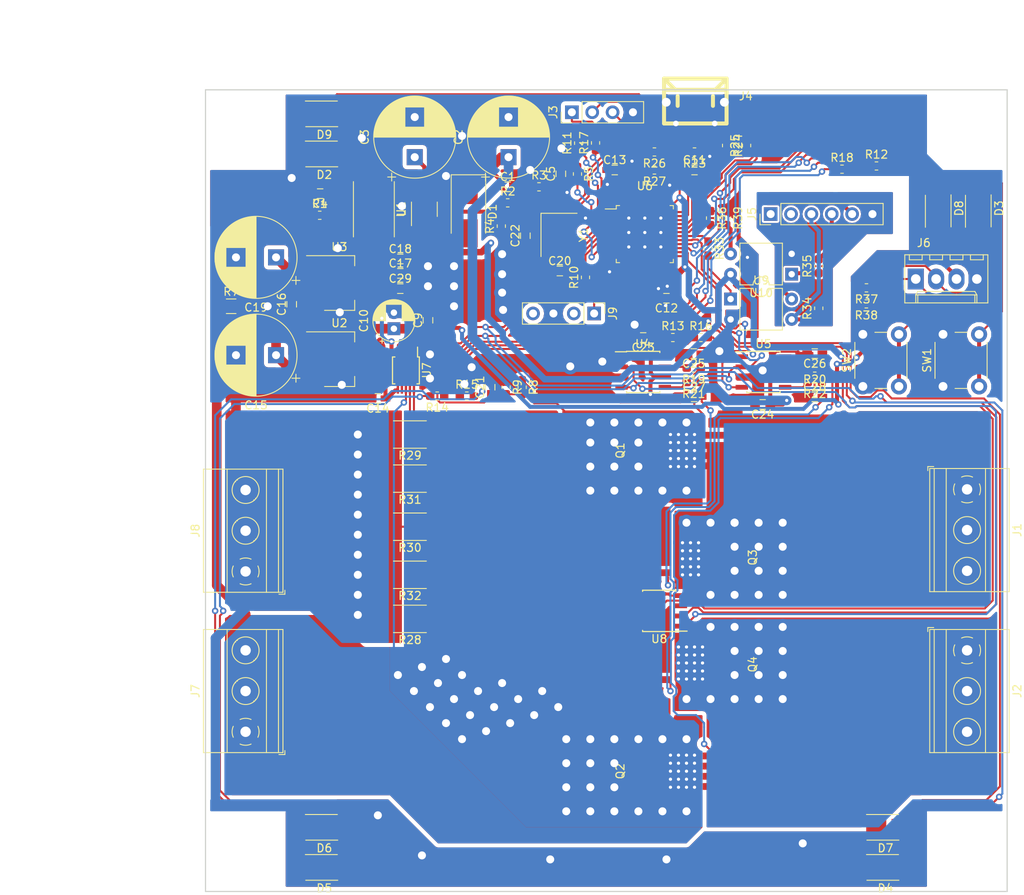
<source format=kicad_pcb>
(kicad_pcb (version 20171130) (host pcbnew "(5.0.1)")
  (layers (0 F.Cu signal) (31 B.Cu signal) (34 B.Paste user) (35 F.Paste user) (36 B.SilkS user) (37 F.SilkS user) (38 B.Mask user hide) (39 F.Mask user hide) (44 Edge.Cuts user))
  (net 0 "")
  (net 1 +VSW)
  (net 2 GND)
  (net 3 "Net-(C3-Pad1)")
  (net 4 /VBOOT_MON)
  (net 5 +5V)
  (net 6 +3V3)
  (net 7 "Net-(C15-Pad1)")
  (net 8 "Net-(C20-Pad2)")
  (net 9 /VIN_MON)
  (net 10 "Net-(C22-Pad1)")
  (net 11 "Net-(D1-Pad2)")
  (net 12 "Net-(D2-Pad2)")
  (net 13 "Net-(D3-Pad2)")
  (net 14 "Net-(D4-Pad2)")
  (net 15 "Net-(D5-Pad2)")
  (net 16 "Net-(D6-Pad2)")
  (net 17 "Net-(D7-Pad2)")
  (net 18 "Net-(D8-Pad2)")
  (net 19 "Net-(D9-Pad2)")
  (net 20 /UART_TX)
  (net 21 /UART_RX)
  (net 22 "Net-(J4-Pad4)")
  (net 23 "Net-(J4-Pad1)")
  (net 24 "Net-(J4-Pad2)")
  (net 25 "Net-(J4-Pad3)")
  (net 26 "Net-(J5-Pad1)")
  (net 27 "Net-(J5-Pad2)")
  (net 28 "Net-(J5-Pad3)")
  (net 29 "Net-(J5-Pad4)")
  (net 30 /ISO_5V)
  (net 31 /ISO_GND)
  (net 32 /SCL_LCD)
  (net 33 /SDA_LCD)
  (net 34 "Net-(R2-Pad1)")
  (net 35 "Net-(R10-Pad1)")
  (net 36 /LED0)
  (net 37 /LED1)
  (net 38 /LED2)
  (net 39 /LED3)
  (net 40 /LED4)
  (net 41 /LED5)
  (net 42 /LED6)
  (net 43 /LED7)
  (net 44 /USB_DP)
  (net 45 /USB_DM)
  (net 46 /SDA_INA)
  (net 47 /SCL_INA)
  (net 48 "Net-(R33-Pad2)")
  (net 49 "Net-(R35-Pad1)")
  (net 50 "Net-(R36-Pad1)")
  (net 51 /SW0)
  (net 52 /SW1)
  (net 53 "Net-(U6-Pad4)")
  (net 54 "Net-(U6-Pad12)")
  (net 55 "Net-(U6-Pad25)")
  (net 56 "Net-(U6-Pad34)")
  (net 57 "Net-(U6-Pad37)")
  (net 58 "Net-(U6-Pad38)")
  (net 59 "Net-(U6-Pad39)")
  (net 60 "Net-(U6-Pad40)")
  (net 61 "Net-(U6-Pad41)")
  (net 62 "Net-(U6-Pad45)")
  (net 63 "Net-(U6-Pad46)")
  (net 64 "Net-(U7-Pad3)")
  (net 65 "Net-(U8-Pad3)")
  (net 66 /DRV1F)
  (net 67 /DRV2F)
  (net 68 /DRV3F)
  (net 69 /DRV4F)
  (net 70 /OUT_A)
  (net 71 /OUT_B)
  (net 72 /VIN)
  (net 73 /GND_MEAS)
  (net 74 /DRV1)
  (net 75 /DRV2)
  (net 76 /DRV3)
  (net 77 /DRV4)
  (net 78 /CTRL_B)
  (net 79 /CTRL_A)
  (net 80 /SWCLK)
  (net 81 /SWDIO)
  (net 82 "Net-(U6-Pad18)")
  (net 83 "Net-(U6-Pad20)")
  (module "footprints:Toshiba SOP Advance" (layer F.Cu) (at 130 100 90)
    (fp_text reference Q1 (at 0 -8.255 90) (layer F.SilkS))
    (fp_text value TPHR6503PL)
    (pad 1 smd rect (at 0 -0.55 90) (size 4.7 3.75) (layers F.Cu F.Paste F.Mask) (net 72 /VIN))
    (pad 3 smd rect (at -1.905 3.5 90) (size 0.85 2.95) (layers F.Cu F.Paste F.Mask) (net 70 /OUT_A))
    (pad 3 smd rect (at -0.635 3.5 90) (size 0.85 2.95) (layers F.Cu F.Paste F.Mask) (net 70 /OUT_A))
    (pad 3 smd rect (at 0.635 3.5 90) (size 0.85 2.95) (layers F.Cu F.Paste F.Mask) (net 70 /OUT_A))
    (pad 2 smd rect (at 1.905 3.5 90) (size 0.85 2.95) (layers F.Cu F.Paste F.Mask) (net 66 /DRV1F))
    (pad 1 smd rect (at 1.905 -3.475 90) (size 0.85 3) (layers F.Cu F.Paste F.Mask) (net 72 /VIN))
    (pad 1 smd rect (at 0.635 -3.475 90) (size 0.85 3) (layers F.Cu F.Paste F.Mask) (net 72 /VIN))
    (pad 1 smd rect (at -0.635 -3.475 90) (size 0.85 3) (layers F.Cu F.Paste F.Mask) (net 72 /VIN))
    (pad 1 smd rect (at -1.905 -3.475 90) (size 0.85 3) (layers F.Cu F.Paste F.Mask) (net 72 /VIN))
  )
  (module "footprints:Toshiba SOP Advance" (layer F.Cu) (at 130 140 90)
    (fp_text reference Q2 (at 0 -8.255 90) (layer F.SilkS))
    (fp_text value TPHR6503PL)
    (pad 1 smd rect (at 0 -0.55 90) (size 4.7 3.75) (layers F.Cu F.Paste F.Mask) (net 72 /VIN))
    (pad 3 smd rect (at -1.905 3.5 90) (size 0.85 2.95) (layers F.Cu F.Paste F.Mask) (net 71 /OUT_B))
    (pad 3 smd rect (at -0.635 3.5 90) (size 0.85 2.95) (layers F.Cu F.Paste F.Mask) (net 71 /OUT_B))
    (pad 3 smd rect (at 0.635 3.5 90) (size 0.85 2.95) (layers F.Cu F.Paste F.Mask) (net 71 /OUT_B))
    (pad 2 smd rect (at 1.905 3.5 90) (size 0.85 2.95) (layers F.Cu F.Paste F.Mask) (net 67 /DRV2F))
    (pad 1 smd rect (at 1.905 -3.475 90) (size 0.85 3) (layers F.Cu F.Paste F.Mask) (net 72 /VIN))
    (pad 1 smd rect (at 0.635 -3.475 90) (size 0.85 3) (layers F.Cu F.Paste F.Mask) (net 72 /VIN))
    (pad 1 smd rect (at -0.635 -3.475 90) (size 0.85 3) (layers F.Cu F.Paste F.Mask) (net 72 /VIN))
    (pad 1 smd rect (at -1.905 -3.475 90) (size 0.85 3) (layers F.Cu F.Paste F.Mask) (net 72 /VIN))
  )
  (module "footprints:Toshiba SOP Advance" (layer F.Cu) (at 130 113.3333 270)
    (fp_text reference Q3 (at 0 -8.255 270) (layer F.SilkS))
    (fp_text value TPHR6503PL)
    (pad 1 smd rect (at 0 -0.55 270) (size 4.7 3.75) (layers F.Cu F.Paste F.Mask) (net 70 /OUT_A))
    (pad 3 smd rect (at -1.905 3.5 270) (size 0.85 2.95) (layers F.Cu F.Paste F.Mask) (net 73 /GND_MEAS))
    (pad 3 smd rect (at -0.635 3.5 270) (size 0.85 2.95) (layers F.Cu F.Paste F.Mask) (net 73 /GND_MEAS))
    (pad 3 smd rect (at 0.635 3.5 270) (size 0.85 2.95) (layers F.Cu F.Paste F.Mask) (net 73 /GND_MEAS))
    (pad 2 smd rect (at 1.905 3.5 270) (size 0.85 2.95) (layers F.Cu F.Paste F.Mask) (net 68 /DRV3F))
    (pad 1 smd rect (at 1.905 -3.475 270) (size 0.85 3) (layers F.Cu F.Paste F.Mask) (net 70 /OUT_A))
    (pad 1 smd rect (at 0.635 -3.475 270) (size 0.85 3) (layers F.Cu F.Paste F.Mask) (net 70 /OUT_A))
    (pad 1 smd rect (at -0.635 -3.475 270) (size 0.85 3) (layers F.Cu F.Paste F.Mask) (net 70 /OUT_A))
    (pad 1 smd rect (at -1.905 -3.475 270) (size 0.85 3) (layers F.Cu F.Paste F.Mask) (net 70 /OUT_A))
  )
  (module "footprints:Toshiba SOP Advance" (layer F.Cu) (at 130 126.6667 270)
    (fp_text reference Q4 (at 0 -8.255 270) (layer F.SilkS))
    (fp_text value TPHR6503PL)
    (pad 1 smd rect (at 0 -0.55 270) (size 4.7 3.75) (layers F.Cu F.Paste F.Mask) (net 71 /OUT_B))
    (pad 3 smd rect (at -1.905 3.5 270) (size 0.85 2.95) (layers F.Cu F.Paste F.Mask) (net 73 /GND_MEAS))
    (pad 3 smd rect (at -0.635 3.5 270) (size 0.85 2.95) (layers F.Cu F.Paste F.Mask) (net 73 /GND_MEAS))
    (pad 3 smd rect (at 0.635 3.5 270) (size 0.85 2.95) (layers F.Cu F.Paste F.Mask) (net 73 /GND_MEAS))
    (pad 2 smd rect (at 1.905 3.5 270) (size 0.85 2.95) (layers F.Cu F.Paste F.Mask) (net 69 /DRV4F))
    (pad 1 smd rect (at 1.905 -3.475 270) (size 0.85 3) (layers F.Cu F.Paste F.Mask) (net 71 /OUT_B))
    (pad 1 smd rect (at 0.635 -3.475 270) (size 0.85 3) (layers F.Cu F.Paste F.Mask) (net 71 /OUT_B))
    (pad 1 smd rect (at -0.635 -3.475 270) (size 0.85 3) (layers F.Cu F.Paste F.Mask) (net 71 /OUT_B))
    (pad 1 smd rect (at -1.905 -3.475 270) (size 0.85 3) (layers F.Cu F.Paste F.Mask) (net 71 /OUT_B))
  )
  (module Capacitors_SMD:C_0603_HandSoldering (layer F.Cu) (at 107.7 67.1)
    (fp_text reference C1 (at 0 -1.25) (layer F.SilkS))
    (fp_text value 10u)
    (pad 1 smd rect (at -0.95 0) (size 1.2 0.75) (layers F.Cu F.Paste F.Mask) (net 1 +VSW))
    (pad 2 smd rect (at 0.95 0) (size 1.2 0.75) (layers F.Cu F.Paste F.Mask) (net 2 GND))
  )
  (module Capacitors_SMD:C_0603_HandSoldering (layer F.Cu) (at 84.3 67.95 180)
    (fp_text reference C4 (at 0 -1.25 180) (layer F.SilkS))
    (fp_text value 10u)
    (pad 1 smd rect (at -0.95 0 180) (size 1.2 0.75) (layers F.Cu F.Paste F.Mask) (net 3 "Net-(C3-Pad1)"))
    (pad 2 smd rect (at 0.95 0 180) (size 1.2 0.75) (layers F.Cu F.Paste F.Mask) (net 2 GND))
  )
  (module Capacitors_SMD:C_0603_HandSoldering (layer F.Cu) (at 114.325001 65.474999 90)
    (fp_text reference C5 (at 0 -1.25 90) (layer F.SilkS))
    (fp_text value 100n)
    (pad 1 smd rect (at -0.95 0 90) (size 1.2 0.75) (layers F.Cu F.Paste F.Mask) (net 4 /VBOOT_MON))
    (pad 2 smd rect (at 0.95 0 90) (size 1.2 0.75) (layers F.Cu F.Paste F.Mask) (net 2 GND))
  )
  (module Capacitors_SMD:C_0603_HandSoldering (layer F.Cu) (at 97.75 83.75 90)
    (fp_text reference C9 (at 0 -1.25 90) (layer F.SilkS))
    (fp_text value 10u)
    (pad 1 smd rect (at -0.95 0 90) (size 1.2 0.75) (layers F.Cu F.Paste F.Mask) (net 5 +5V))
    (pad 2 smd rect (at 0.95 0 90) (size 1.2 0.75) (layers F.Cu F.Paste F.Mask) (net 2 GND))
  )
  (module Capacitor_THT:CP_Radial_D5.0mm_P2.00mm (layer F.Cu) (at 93.5 84.8 90)
    (fp_text reference C10 (at 1 -3.75 90) (layer F.SilkS))
    (fp_text value 22u)
    (pad 1 thru_hole rect (at 0 0 90) (size 1.6 1.6) (drill 0.8) (layers *.Cu *.Mask) (net 5 +5V))
    (pad 2 thru_hole circle (at 2 0 90) (size 1.6 1.6) (drill 0.8) (layers *.Cu *.Mask) (net 2 GND))
  )
  (module Capacitors_SMD:C_0603_HandSoldering (layer F.Cu) (at 131 65)
    (fp_text reference C11 (at 0 -1.25) (layer F.SilkS))
    (fp_text value 100n)
    (pad 2 smd rect (at 0.95 0) (size 1.2 0.75) (layers F.Cu F.Paste F.Mask) (net 2 GND))
    (pad 1 smd rect (at -0.95 0) (size 1.2 0.75) (layers F.Cu F.Paste F.Mask) (net 6 +3V3))
  )
  (module Capacitors_SMD:C_0603_HandSoldering (layer F.Cu) (at 127.5 81 180)
    (fp_text reference C12 (at 0 -1.25 180) (layer F.SilkS))
    (fp_text value 100n)
    (pad 1 smd rect (at -0.95 0 180) (size 1.2 0.75) (layers F.Cu F.Paste F.Mask) (net 6 +3V3))
    (pad 2 smd rect (at 0.95 0 180) (size 1.2 0.75) (layers F.Cu F.Paste F.Mask) (net 2 GND))
  )
  (module Capacitors_SMD:C_0603_HandSoldering (layer F.Cu) (at 121.05 65)
    (fp_text reference C13 (at 0 -1.25) (layer F.SilkS))
    (fp_text value 100n)
    (pad 2 smd rect (at 0.95 0) (size 1.2 0.75) (layers F.Cu F.Paste F.Mask) (net 2 GND))
    (pad 1 smd rect (at -0.95 0) (size 1.2 0.75) (layers F.Cu F.Paste F.Mask) (net 6 +3V3))
  )
  (module Capacitors_SMD:C_0603_HandSoldering (layer F.Cu) (at 91.5 93.5 180)
    (fp_text reference C14 (at 0 -1.25 180) (layer F.SilkS))
    (fp_text value 100n)
    (pad 1 smd rect (at -0.95 0 180) (size 1.2 0.75) (layers F.Cu F.Paste F.Mask) (net 6 +3V3))
    (pad 2 smd rect (at 0.95 0 180) (size 1.2 0.75) (layers F.Cu F.Paste F.Mask) (net 2 GND))
  )
  (module Capacitors_SMD:C_0603_HandSoldering (layer F.Cu) (at 80.75 81.75 90)
    (fp_text reference C16 (at 0 -1.25 90) (layer F.SilkS))
    (fp_text value 1u)
    (pad 1 smd rect (at -0.95 0 90) (size 1.2 0.75) (layers F.Cu F.Paste F.Mask) (net 7 "Net-(C15-Pad1)"))
    (pad 2 smd rect (at 0.95 0 90) (size 1.2 0.75) (layers F.Cu F.Paste F.Mask) (net 2 GND))
  )
  (module Capacitors_SMD:C_0603_HandSoldering (layer F.Cu) (at 94.3 77.9)
    (fp_text reference C17 (at 0 -1.25) (layer F.SilkS))
    (fp_text value 1u)
    (pad 2 smd rect (at 0.95 0) (size 1.2 0.75) (layers F.Cu F.Paste F.Mask) (net 2 GND))
    (pad 1 smd rect (at -0.95 0) (size 1.2 0.75) (layers F.Cu F.Paste F.Mask) (net 6 +3V3))
  )
  (module Capacitors_SMD:C_0603_HandSoldering (layer F.Cu) (at 94.3 76.1)
    (fp_text reference C18 (at 0 -1.25) (layer F.SilkS))
    (fp_text value 10u)
    (pad 2 smd rect (at 0.95 0) (size 1.2 0.75) (layers F.Cu F.Paste F.Mask) (net 2 GND))
    (pad 1 smd rect (at -0.95 0) (size 1.2 0.75) (layers F.Cu F.Paste F.Mask) (net 6 +3V3))
  )
  (module Capacitors_SMD:C_0603_HandSoldering (layer F.Cu) (at 114.2 77.6)
    (fp_text reference C20 (at 0 -1.25) (layer F.SilkS))
    (fp_text value 12p)
    (pad 2 smd rect (at 0.95 0) (size 1.2 0.75) (layers F.Cu F.Paste F.Mask) (net 8 "Net-(C20-Pad2)"))
    (pad 1 smd rect (at -0.95 0) (size 1.2 0.75) (layers F.Cu F.Paste F.Mask) (net 2 GND))
  )
  (module Capacitors_SMD:C_0603_HandSoldering (layer F.Cu) (at 105.5 92.1 90)
    (fp_text reference C21 (at 0 -1.25 90) (layer F.SilkS))
    (fp_text value 100n)
    (pad 2 smd rect (at 0.95 0 90) (size 1.2 0.75) (layers F.Cu F.Paste F.Mask) (net 2 GND))
    (pad 1 smd rect (at -0.95 0 90) (size 1.2 0.75) (layers F.Cu F.Paste F.Mask) (net 9 /VIN_MON))
  )
  (module Capacitors_SMD:C_0603_HandSoldering (layer F.Cu) (at 109.9 73.2 90)
    (fp_text reference C22 (at 0 -1.25 90) (layer F.SilkS))
    (fp_text value 12p)
    (pad 1 smd rect (at -0.95 0 90) (size 1.2 0.75) (layers F.Cu F.Paste F.Mask) (net 10 "Net-(C22-Pad1)"))
    (pad 2 smd rect (at 0.95 0 90) (size 1.2 0.75) (layers F.Cu F.Paste F.Mask) (net 2 GND))
  )
  (module Capacitors_SMD:C_0603_HandSoldering (layer F.Cu) (at 124.6 85.9 180)
    (fp_text reference C23 (at 0 -1.25 180) (layer F.SilkS))
    (fp_text value 100n)
    (pad 2 smd rect (at 0.95 0 180) (size 1.2 0.75) (layers F.Cu F.Paste F.Mask) (net 2 GND))
    (pad 1 smd rect (at -0.95 0 180) (size 1.2 0.75) (layers F.Cu F.Paste F.Mask) (net 1 +VSW))
  )
  (module Capacitors_SMD:C_0603_HandSoldering (layer F.Cu) (at 139.5 94.25 180)
    (fp_text reference C24 (at 0 -1.25 180) (layer F.SilkS))
    (fp_text value 100n)
    (pad 1 smd rect (at -0.95 0 180) (size 1.2 0.75) (layers F.Cu F.Paste F.Mask) (net 1 +VSW))
    (pad 2 smd rect (at 0.95 0 180) (size 1.2 0.75) (layers F.Cu F.Paste F.Mask) (net 2 GND))
  )
  (module Capacitors_SMD:C_0603_HandSoldering (layer F.Cu) (at 130.9 87.9 180)
    (fp_text reference C25 (at 0 -1.25 180) (layer F.SilkS))
    (fp_text value 0)
    (pad 2 smd rect (at 0.95 0 180) (size 1.2 0.75) (layers F.Cu F.Paste F.Mask) (net 2 GND))
    (pad 1 smd rect (at -0.95 0 180) (size 1.2 0.75) (layers F.Cu F.Paste F.Mask) (net 66 /DRV1F))
  )
  (module Capacitors_SMD:C_0603_HandSoldering (layer F.Cu) (at 146 87.9 180)
    (fp_text reference C26 (at 0 -1.25 180) (layer F.SilkS))
    (fp_text value 0)
    (pad 2 smd rect (at 0.95 0 180) (size 1.2 0.75) (layers F.Cu F.Paste F.Mask) (net 2 GND))
    (pad 1 smd rect (at -0.95 0 180) (size 1.2 0.75) (layers F.Cu F.Paste F.Mask) (net 67 /DRV2F))
  )
  (module Capacitors_SMD:C_0603_HandSoldering (layer F.Cu) (at 130.95 93.3)
    (fp_text reference C27 (at 0 -1.25) (layer F.SilkS))
    (fp_text value 0)
    (pad 1 smd rect (at -0.95 0) (size 1.2 0.75) (layers F.Cu F.Paste F.Mask) (net 2 GND))
    (pad 2 smd rect (at 0.95 0) (size 1.2 0.75) (layers F.Cu F.Paste F.Mask) (net 68 /DRV3F))
  )
  (module Capacitors_SMD:C_0603_HandSoldering (layer F.Cu) (at 146 93.3)
    (fp_text reference C28 (at 0 -1.25) (layer F.SilkS))
    (fp_text value 0)
    (pad 2 smd rect (at 0.95 0) (size 1.2 0.75) (layers F.Cu F.Paste F.Mask) (net 69 /DRV4F))
    (pad 1 smd rect (at -0.95 0) (size 1.2 0.75) (layers F.Cu F.Paste F.Mask) (net 2 GND))
  )
  (module Capacitors_SMD:C_0603_HandSoldering (layer F.Cu) (at 94.3 79.8)
    (fp_text reference C29 (at 0 -1.25) (layer F.SilkS))
    (fp_text value 100n)
    (pad 2 smd rect (at 0.95 0) (size 1.2 0.75) (layers F.Cu F.Paste F.Mask) (net 2 GND))
    (pad 1 smd rect (at -0.95 0) (size 1.2 0.75) (layers F.Cu F.Paste F.Mask) (net 6 +3V3))
  )
  (module Diode_SMD:D_SMB_Handsoldering (layer F.Cu) (at 102.8 70.2 270)
    (fp_text reference D1 (at 0 -3 270) (layer F.SilkS))
    (fp_text value "2A schottky")
    (pad 1 smd rect (at -2.7 0 270) (size 3.5 2.3) (layers F.Cu F.Paste F.Mask) (net 1 +VSW))
    (pad 2 smd rect (at 2.7 0 270) (size 3.5 2.3) (layers F.Cu F.Paste F.Mask) (net 11 "Net-(D1-Pad2)"))
  )
  (module LED_SMD:LED_PLCC_2835_Handsoldering (layer F.Cu) (at 85 63)
    (fp_text reference D2 (at -0.18 2.6) (layer F.SilkS))
    (fp_text value cyan)
    (pad 2 smd rect (at 1.33 0 180) (size 1.5 2.1) (layers F.Cu F.Paste F.Mask) (net 12 "Net-(D2-Pad2)"))
    (pad 1 smd rect (at -1.33 0 180) (size 2.5 2.1) (layers F.Cu F.Paste F.Mask) (net 2 GND))
  )
  (module LED_SMD:LED_PLCC_2835_Handsoldering (layer F.Cu) (at 166.4 69.6 90)
    (fp_text reference D3 (at -0.18 2.6 90) (layer F.SilkS))
    (fp_text value cyan)
    (pad 1 smd rect (at -1.33 0 270) (size 2.5 2.1) (layers F.Cu F.Paste F.Mask) (net 2 GND))
    (pad 2 smd rect (at 1.33 0 270) (size 1.5 2.1) (layers F.Cu F.Paste F.Mask) (net 13 "Net-(D3-Pad2)"))
  )
  (module LED_SMD:LED_PLCC_2835_Handsoldering (layer F.Cu) (at 155 152)
    (fp_text reference D4 (at -0.18 2.6) (layer F.SilkS))
    (fp_text value cyan)
    (pad 1 smd rect (at -1.33 0 180) (size 2.5 2.1) (layers F.Cu F.Paste F.Mask) (net 2 GND))
    (pad 2 smd rect (at 1.33 0 180) (size 1.5 2.1) (layers F.Cu F.Paste F.Mask) (net 14 "Net-(D4-Pad2)"))
  )
  (module LED_SMD:LED_PLCC_2835_Handsoldering (layer F.Cu) (at 85 152)
    (fp_text reference D5 (at -0.18 2.6) (layer F.SilkS))
    (fp_text value cyan)
    (pad 2 smd rect (at 1.33 0 180) (size 1.5 2.1) (layers F.Cu F.Paste F.Mask) (net 15 "Net-(D5-Pad2)"))
    (pad 1 smd rect (at -1.33 0 180) (size 2.5 2.1) (layers F.Cu F.Paste F.Mask) (net 2 GND))
  )
  (module LED_SMD:LED_PLCC_2835_Handsoldering (layer F.Cu) (at 85 147)
    (fp_text reference D6 (at -0.18 2.6) (layer F.SilkS))
    (fp_text value pink)
    (pad 2 smd rect (at 1.33 0 180) (size 1.5 2.1) (layers F.Cu F.Paste F.Mask) (net 16 "Net-(D6-Pad2)"))
    (pad 1 smd rect (at -1.33 0 180) (size 2.5 2.1) (layers F.Cu F.Paste F.Mask) (net 2 GND))
  )
  (module LED_SMD:LED_PLCC_2835_Handsoldering (layer F.Cu) (at 155 147)
    (fp_text reference D7 (at -0.18 2.6) (layer F.SilkS))
    (fp_text value pink)
    (pad 1 smd rect (at -1.33 0 180) (size 2.5 2.1) (layers F.Cu F.Paste F.Mask) (net 2 GND))
    (pad 2 smd rect (at 1.33 0 180) (size 1.5 2.1) (layers F.Cu F.Paste F.Mask) (net 17 "Net-(D7-Pad2)"))
  )
  (module LED_SMD:LED_PLCC_2835_Handsoldering (layer F.Cu) (at 161.4 69.6 90)
    (fp_text reference D8 (at -0.18 2.6 90) (layer F.SilkS))
    (fp_text value pink)
    (pad 2 smd rect (at 1.33 0 270) (size 1.5 2.1) (layers F.Cu F.Paste F.Mask) (net 18 "Net-(D8-Pad2)"))
    (pad 1 smd rect (at -1.33 0 270) (size 2.5 2.1) (layers F.Cu F.Paste F.Mask) (net 2 GND))
  )
  (module LED_SMD:LED_PLCC_2835_Handsoldering (layer F.Cu) (at 85 58)
    (fp_text reference D9 (at -0.18 2.6) (layer F.SilkS))
    (fp_text value pink)
    (pad 1 smd rect (at -1.33 0 180) (size 2.5 2.1) (layers F.Cu F.Paste F.Mask) (net 2 GND))
    (pad 2 smd rect (at 1.33 0 180) (size 1.5 2.1) (layers F.Cu F.Paste F.Mask) (net 19 "Net-(D9-Pad2)"))
  )
  (module TerminalBlock_Phoenix:TerminalBlock_Phoenix_MKDS-1,5-3-5.08_1x03_P5.08mm_Horizontal (layer F.Cu) (at 165 104.84 270)
    (fp_text reference J1 (at 5.08 -6.26 270) (layer F.SilkS))
    (fp_text value OUT_A)
    (pad 1 thru_hole rect (at 0 0 270) (size 2.6 2.6) (drill 1.3) (layers *.Cu *.Mask) (net 70 /OUT_A))
    (pad 2 thru_hole circle (at 5.08 0 270) (size 2.6 2.6) (drill 1.3) (layers *.Cu *.Mask) (net 70 /OUT_A))
    (pad 3 thru_hole circle (at 10.16 0 270) (size 2.6 2.6) (drill 1.3) (layers *.Cu *.Mask) (net 70 /OUT_A))
  )
  (module TerminalBlock_Phoenix:TerminalBlock_Phoenix_MKDS-1,5-3-5.08_1x03_P5.08mm_Horizontal (layer F.Cu) (at 165 124.92 270)
    (fp_text reference J2 (at 5.08 -6.26 270) (layer F.SilkS))
    (fp_text value OUT_B)
    (pad 3 thru_hole circle (at 10.16 0 270) (size 2.6 2.6) (drill 1.3) (layers *.Cu *.Mask) (net 71 /OUT_B))
    (pad 2 thru_hole circle (at 5.08 0 270) (size 2.6 2.6) (drill 1.3) (layers *.Cu *.Mask) (net 71 /OUT_B))
    (pad 1 thru_hole rect (at 0 0 270) (size 2.6 2.6) (drill 1.3) (layers *.Cu *.Mask) (net 71 /OUT_B))
  )
  (module footprints:microusb_ali_dovetail (layer F.Cu) (at 131.1 59.2)
    (fp_text reference J4 (at 6.3 -3.4) (layer F.SilkS))
    (fp_text value USB_B_Micro hide)
    (pad 5 smd rect (at -1.3 0) (size 0.4 1.35) (layers F.Cu F.Paste F.Mask) (net 2 GND))
    (pad 4 smd rect (at -0.65 0) (size 0.4 1.35) (layers F.Cu F.Paste F.Mask) (net 22 "Net-(J4-Pad4)"))
    (pad 1 smd rect (at 1.3 0) (size 0.4 1.35) (layers F.Cu F.Paste F.Mask) (net 23 "Net-(J4-Pad1)"))
    (pad 2 smd rect (at 0.65 0) (size 0.4 1.35) (layers F.Cu F.Paste F.Mask) (net 24 "Net-(J4-Pad2)"))
    (pad 3 smd rect (at 0 0) (size 0.4 1.35) (layers F.Cu F.Paste F.Mask) (net 25 "Net-(J4-Pad3)"))
    (pad 6 thru_hole oval (at 3.625 -2.65) (size 1.5 2) (drill 1.1) (layers *.Cu *.Mask) (net 2 GND))
    (pad 6 thru_hole oval (at 2.425 0) (size 1 1.5) (drill 0.7) (layers *.Cu *.Mask) (net 2 GND))
    (pad 6 thru_hole oval (at -2.425 0) (size 1 1.5) (drill 0.7) (layers *.Cu *.Mask) (net 2 GND))
    (pad 6 thru_hole oval (at -3.625 -2.65) (size 1.5 2) (drill 1.1) (layers *.Cu *.Mask) (net 2 GND))
  )
  (module Connectors_Molex:Molex_KK-6410-04_04x2.54mm_Straight (layer F.Cu) (at 158.6 78.6)
    (fp_text reference J6 (at 1 -4.5) (layer F.SilkS))
    (fp_text value "1602 I2C LCD")
    (pad 1 thru_hole rect (at 0 0) (size 2 2.6) (drill 1.2) (layers *.Cu *.Mask) (net 32 /SCL_LCD))
    (pad 2 thru_hole oval (at 2.54 0) (size 2 2.6) (drill 1.2) (layers *.Cu *.Mask) (net 33 /SDA_LCD))
    (pad 3 thru_hole oval (at 5.08 0) (size 2 2.6) (drill 1.2) (layers *.Cu *.Mask) (net 5 +5V))
    (pad 4 thru_hole oval (at 7.62 0) (size 2 2.6) (drill 1.2) (layers *.Cu *.Mask) (net 2 GND))
  )
  (module TerminalBlock_Phoenix:TerminalBlock_Phoenix_MKDS-1,5-3-5.08_1x03_P5.08mm_Horizontal (layer F.Cu) (at 75 135.08 90)
    (fp_text reference J7 (at 5.08 -6.26 90) (layer F.SilkS))
    (fp_text value IN_VCC)
    (pad 3 thru_hole circle (at 10.16 0 90) (size 2.6 2.6) (drill 1.3) (layers *.Cu *.Mask) (net 72 /VIN))
    (pad 2 thru_hole circle (at 5.08 0 90) (size 2.6 2.6) (drill 1.3) (layers *.Cu *.Mask) (net 72 /VIN))
    (pad 1 thru_hole rect (at 0 0 90) (size 2.6 2.6) (drill 1.3) (layers *.Cu *.Mask) (net 72 /VIN))
  )
  (module TerminalBlock_Phoenix:TerminalBlock_Phoenix_MKDS-1,5-3-5.08_1x03_P5.08mm_Horizontal (layer F.Cu) (at 75 115.08 90)
    (fp_text reference J8 (at 5.08 -6.26 90) (layer F.SilkS))
    (fp_text value IN_GND)
    (pad 1 thru_hole rect (at 0 0 90) (size 2.6 2.6) (drill 1.3) (layers *.Cu *.Mask) (net 2 GND))
    (pad 2 thru_hole circle (at 5.08 0 90) (size 2.6 2.6) (drill 1.3) (layers *.Cu *.Mask) (net 2 GND))
    (pad 3 thru_hole circle (at 10.16 0 90) (size 2.6 2.6) (drill 1.3) (layers *.Cu *.Mask) (net 2 GND))
  )
  (module Inductor_SMD:L_Taiyo-Yuden_NR-50xx_HandSoldering (layer F.Cu) (at 91 69.9 270)
    (fp_text reference L1 (at 0 -3.45 270) (layer F.SilkS))
    (fp_text value 10u)
    (pad 1 smd rect (at -2.25 0 270) (size 2.4 4.2) (layers F.Cu F.Paste F.Mask) (net 3 "Net-(C3-Pad1)"))
    (pad 2 smd rect (at 2.25 0 270) (size 2.4 4.2) (layers F.Cu F.Paste F.Mask) (net 11 "Net-(D1-Pad2)"))
  )
  (module Resistor_SMD:R_0603_1608Metric_Pad1.05x0.95mm_HandSolder (layer F.Cu) (at 84.25 70.65)
    (fp_text reference R1 (at 0 -1.43) (layer F.SilkS))
    (fp_text value "10R .5W")
    (pad 2 smd roundrect (at 0.875 0) (size 1.05 0.95) (layers F.Cu F.Paste F.Mask) (net 3 "Net-(C3-Pad1)"))
    (pad 1 smd roundrect (at -0.875 0) (size 1.05 0.95) (layers F.Cu F.Paste F.Mask) (net 72 /VIN))
  )
  (module Resistor_SMD:R_0603_1608Metric_Pad1.05x0.95mm_HandSolder (layer F.Cu) (at 107.7 69.1)
    (fp_text reference R2 (at 0 -1.43) (layer F.SilkS))
    (fp_text value 100k)
    (pad 2 smd roundrect (at 0.875 0) (size 1.05 0.95) (layers F.Cu F.Paste F.Mask) (net 1 +VSW))
    (pad 1 smd roundrect (at -0.875 0) (size 1.05 0.95) (layers F.Cu F.Paste F.Mask) (net 34 "Net-(R2-Pad1)"))
  )
  (module Resistor_SMD:R_0603_1608Metric_Pad1.05x0.95mm_HandSolder (layer F.Cu) (at 111.6 67.1)
    (fp_text reference R3 (at 0 -1.43) (layer F.SilkS))
    (fp_text value 47k)
    (pad 1 smd roundrect (at -0.875 0) (size 1.05 0.95) (layers F.Cu F.Paste F.Mask) (net 1 +VSW))
    (pad 2 smd roundrect (at 0.875 0) (size 1.05 0.95) (layers F.Cu F.Paste F.Mask) (net 4 /VBOOT_MON))
  )
  (module Resistor_SMD:R_0603_1608Metric_Pad1.05x0.95mm_HandSolder (layer F.Cu) (at 106.9 72 90)
    (fp_text reference R4 (at 0 -1.43 90) (layer F.SilkS))
    (fp_text value 3k3)
    (pad 2 smd roundrect (at 0.875 0 90) (size 1.05 0.95) (layers F.Cu F.Paste F.Mask) (net 34 "Net-(R2-Pad1)"))
    (pad 1 smd roundrect (at -0.875 0 90) (size 1.05 0.95) (layers F.Cu F.Paste F.Mask) (net 2 GND))
  )
  (module Resistor_SMD:R_0603_1608Metric_Pad1.05x0.95mm_HandSolder (layer F.Cu) (at 116.4 65.5 270)
    (fp_text reference R5 (at 0 -1.43 270) (layer F.SilkS))
    (fp_text value 10k)
    (pad 1 smd roundrect (at -0.875 0 270) (size 1.05 0.95) (layers F.Cu F.Paste F.Mask) (net 2 GND))
    (pad 2 smd roundrect (at 0.875 0 270) (size 1.05 0.95) (layers F.Cu F.Paste F.Mask) (net 4 /VBOOT_MON))
  )
  (module Resistor_SMD:R_1206_3216Metric_Pad1.42x1.75mm_HandSolder (layer F.Cu) (at 73.2 82)
    (fp_text reference R7 (at 0 -1.82) (layer F.SilkS))
    (fp_text value "10R .5W")
    (pad 1 smd roundrect (at -1.4875 0) (size 1.425 1.75) (layers F.Cu F.Paste F.Mask) (roundrect_rratio 0.175439) (net 72 /VIN))
    (pad 2 smd roundrect (at 1.4875 0) (size 1.425 1.75) (layers F.Cu F.Paste F.Mask) (roundrect_rratio 0.175439) (net 7 "Net-(C15-Pad1)"))
  )
  (module Resistor_SMD:R_0603_1608Metric_Pad1.05x0.95mm_HandSolder (layer F.Cu) (at 109.5 92.1 270)
    (fp_text reference R8 (at 0 -1.43 270) (layer F.SilkS))
    (fp_text value 47k)
    (pad 2 smd roundrect (at 0.875 0 270) (size 1.05 0.95) (layers F.Cu F.Paste F.Mask) (net 9 /VIN_MON))
    (pad 1 smd roundrect (at -0.875 0 270) (size 1.05 0.95) (layers F.Cu F.Paste F.Mask) (net 72 /VIN))
  )
  (module Resistor_SMD:R_0603_1608Metric_Pad1.05x0.95mm_HandSolder (layer F.Cu) (at 107.5 92.1 270)
    (fp_text reference R9 (at 0 -1.43 270) (layer F.SilkS))
    (fp_text value 10k)
    (pad 1 smd roundrect (at -0.875 0 270) (size 1.05 0.95) (layers F.Cu F.Paste F.Mask) (net 2 GND))
    (pad 2 smd roundrect (at 0.875 0 270) (size 1.05 0.95) (layers F.Cu F.Paste F.Mask) (net 9 /VIN_MON))
  )
  (module Resistor_SMD:R_0603_1608Metric_Pad1.05x0.95mm_HandSolder (layer F.Cu) (at 117.4 78.4 90)
    (fp_text reference R10 (at 0 -1.43 90) (layer F.SilkS))
    (fp_text value 10k)
    (pad 2 smd roundrect (at 0.875 0 90) (size 1.05 0.95) (layers F.Cu F.Paste F.Mask) (net 6 +3V3))
    (pad 1 smd roundrect (at -0.875 0 90) (size 1.05 0.95) (layers F.Cu F.Paste F.Mask) (net 35 "Net-(R10-Pad1)"))
  )
  (module Resistor_SMD:R_0603_1608Metric_Pad1.05x0.95mm_HandSolder (layer F.Cu) (at 116.55 61.65 90)
    (fp_text reference R11 (at 0 -1.43 90) (layer F.SilkS))
    (fp_text value 150)
    (pad 1 smd roundrect (at -0.875 0 90) (size 1.05 0.95) (layers F.Cu F.Paste F.Mask) (net 36 /LED0))
    (pad 2 smd roundrect (at 0.875 0 90) (size 1.05 0.95) (layers F.Cu F.Paste F.Mask) (net 12 "Net-(D2-Pad2)"))
  )
  (module Resistor_SMD:R_0603_1608Metric_Pad1.05x0.95mm_HandSolder (layer F.Cu) (at 153.7 64.5)
    (fp_text reference R12 (at 0 -1.43) (layer F.SilkS))
    (fp_text value 150)
    (pad 2 smd roundrect (at 0.875 0) (size 1.05 0.95) (layers F.Cu F.Paste F.Mask) (net 13 "Net-(D3-Pad2)"))
    (pad 1 smd roundrect (at -0.875 0) (size 1.05 0.95) (layers F.Cu F.Paste F.Mask) (net 37 /LED1))
  )
  (module Resistor_SMD:R_0603_1608Metric_Pad1.05x0.95mm_HandSolder (layer F.Cu) (at 128.3 85.9)
    (fp_text reference R13 (at 0 -1.43) (layer F.SilkS))
    (fp_text value 150)
    (pad 1 smd roundrect (at -0.875 0) (size 1.05 0.95) (layers F.Cu F.Paste F.Mask) (net 38 /LED2))
    (pad 2 smd roundrect (at 0.875 0) (size 1.05 0.95) (layers F.Cu F.Paste F.Mask) (net 17 "Net-(D7-Pad2)"))
  )
  (module Resistor_SMD:R_0603_1608Metric_Pad1.05x0.95mm_HandSolder (layer F.Cu) (at 98.9 93.2 180)
    (fp_text reference R14 (at 0 -1.43 180) (layer F.SilkS))
    (fp_text value 150)
    (pad 2 smd roundrect (at 0.875 0 180) (size 1.05 0.95) (layers F.Cu F.Paste F.Mask) (net 15 "Net-(D5-Pad2)"))
    (pad 1 smd roundrect (at -0.875 0 180) (size 1.05 0.95) (layers F.Cu F.Paste F.Mask) (net 39 /LED3))
  )
  (module Resistor_SMD:R_0603_1608Metric_Pad1.05x0.95mm_HandSolder (layer F.Cu) (at 102.6 93.2)
    (fp_text reference R15 (at 0 -1.43) (layer F.SilkS))
    (fp_text value 150)
    (pad 1 smd roundrect (at -0.875 0) (size 1.05 0.95) (layers F.Cu F.Paste F.Mask) (net 40 /LED4))
    (pad 2 smd roundrect (at 0.875 0) (size 1.05 0.95) (layers F.Cu F.Paste F.Mask) (net 16 "Net-(D6-Pad2)"))
  )
  (module Resistor_SMD:R_0603_1608Metric_Pad1.05x0.95mm_HandSolder (layer F.Cu) (at 131.8 85.9)
    (fp_text reference R16 (at 0 -1.43) (layer F.SilkS))
    (fp_text value 150)
    (pad 2 smd roundrect (at 0.875 0) (size 1.05 0.95) (layers F.Cu F.Paste F.Mask) (net 14 "Net-(D4-Pad2)"))
    (pad 1 smd roundrect (at -0.875 0) (size 1.05 0.95) (layers F.Cu F.Paste F.Mask) (net 41 /LED5))
  )
  (module Resistor_SMD:R_0603_1608Metric_Pad1.05x0.95mm_HandSolder (layer F.Cu) (at 118.655001 61.624999 90)
    (fp_text reference R17 (at 0 -1.43 90) (layer F.SilkS))
    (fp_text value 150)
    (pad 1 smd roundrect (at -0.875 0 90) (size 1.05 0.95) (layers F.Cu F.Paste F.Mask) (net 42 /LED6))
    (pad 2 smd roundrect (at 0.875 0 90) (size 1.05 0.95) (layers F.Cu F.Paste F.Mask) (net 19 "Net-(D9-Pad2)"))
  )
  (module Resistor_SMD:R_0603_1608Metric_Pad1.05x0.95mm_HandSolder (layer F.Cu) (at 149.4 64.9)
    (fp_text reference R18 (at 0 -1.43) (layer F.SilkS))
    (fp_text value 150)
    (pad 2 smd roundrect (at 0.875 0) (size 1.05 0.95) (layers F.Cu F.Paste F.Mask) (net 18 "Net-(D8-Pad2)"))
    (pad 1 smd roundrect (at -0.875 0) (size 1.05 0.95) (layers F.Cu F.Paste F.Mask) (net 43 /LED7))
  )
  (module Resistor_SMD:R_0603_1608Metric_Pad1.05x0.95mm_HandSolder (layer F.Cu) (at 130.9 89.7 180)
    (fp_text reference R19 (at 0 -1.43 180) (layer F.SilkS))
    (fp_text value 0R)
    (pad 1 smd roundrect (at -0.875 0 180) (size 1.05 0.95) (layers F.Cu F.Paste F.Mask) (net 66 /DRV1F))
    (pad 2 smd roundrect (at 0.875 0 180) (size 1.05 0.95) (layers F.Cu F.Paste F.Mask) (net 74 /DRV1))
  )
  (module Resistor_SMD:R_0603_1608Metric_Pad1.05x0.95mm_HandSolder (layer F.Cu) (at 146 89.7 180)
    (fp_text reference R20 (at 0 -1.43 180) (layer F.SilkS))
    (fp_text value 0R)
    (pad 2 smd roundrect (at 0.875 0 180) (size 1.05 0.95) (layers F.Cu F.Paste F.Mask) (net 75 /DRV2))
    (pad 1 smd roundrect (at -0.875 0 180) (size 1.05 0.95) (layers F.Cu F.Paste F.Mask) (net 67 /DRV2F))
  )
  (module Resistor_SMD:R_0603_1608Metric_Pad1.05x0.95mm_HandSolder (layer F.Cu) (at 130.9 91.5 180)
    (fp_text reference R21 (at 0 -1.43 180) (layer F.SilkS))
    (fp_text value 0R)
    (pad 1 smd roundrect (at -0.875 0 180) (size 1.05 0.95) (layers F.Cu F.Paste F.Mask) (net 68 /DRV3F))
    (pad 2 smd roundrect (at 0.875 0 180) (size 1.05 0.95) (layers F.Cu F.Paste F.Mask) (net 76 /DRV3))
  )
  (module Resistor_SMD:R_0603_1608Metric_Pad1.05x0.95mm_HandSolder (layer F.Cu) (at 146 91.5 180)
    (fp_text reference R22 (at 0 -1.43 180) (layer F.SilkS))
    (fp_text value 0R)
    (pad 2 smd roundrect (at 0.875 0 180) (size 1.05 0.95) (layers F.Cu F.Paste F.Mask) (net 77 /DRV4))
    (pad 1 smd roundrect (at -0.875 0 180) (size 1.05 0.95) (layers F.Cu F.Paste F.Mask) (net 69 /DRV4F))
  )
  (module Resistor_SMD:R_0603_1608Metric_Pad1.05x0.95mm_HandSolder (layer F.Cu) (at 131 62.75 180)
    (fp_text reference R23 (at 0 -1.43 180) (layer F.SilkS))
    (fp_text value 1k5)
    (pad 1 smd roundrect (at -0.875 0 180) (size 1.05 0.95) (layers F.Cu F.Paste F.Mask) (net 25 "Net-(J4-Pad3)"))
    (pad 2 smd roundrect (at 0.875 0 180) (size 1.05 0.95) (layers F.Cu F.Paste F.Mask) (net 6 +3V3))
  )
  (module Resistor_SMD:R_0603_1608Metric_Pad1.05x0.95mm_HandSolder (layer F.Cu) (at 135 61.95 270)
    (fp_text reference R24 (at 0 -1.43 270) (layer F.SilkS))
    (fp_text value 22)
    (pad 2 smd roundrect (at 0.875 0 270) (size 1.05 0.95) (layers F.Cu F.Paste F.Mask) (net 44 /USB_DP))
    (pad 1 smd roundrect (at -0.875 0 270) (size 1.05 0.95) (layers F.Cu F.Paste F.Mask) (net 25 "Net-(J4-Pad3)"))
  )
  (module Resistor_SMD:R_0603_1608Metric_Pad1.05x0.95mm_HandSolder (layer F.Cu) (at 137.5 61.95 90)
    (fp_text reference R25 (at 0 -1.43 90) (layer F.SilkS))
    (fp_text value 22)
    (pad 1 smd roundrect (at -0.875 0 90) (size 1.05 0.95) (layers F.Cu F.Paste F.Mask) (net 45 /USB_DM))
    (pad 2 smd roundrect (at 0.875 0 90) (size 1.05 0.95) (layers F.Cu F.Paste F.Mask) (net 24 "Net-(J4-Pad2)"))
  )
  (module Resistor_SMD:R_0603_1608Metric_Pad1.05x0.95mm_HandSolder (layer F.Cu) (at 126 62.75 180)
    (fp_text reference R26 (at 0 -1.43 180) (layer F.SilkS))
    (fp_text value 1k5)
    (pad 1 smd roundrect (at -0.875 0 180) (size 1.05 0.95) (layers F.Cu F.Paste F.Mask) (net 6 +3V3))
    (pad 2 smd roundrect (at 0.875 0 180) (size 1.05 0.95) (layers F.Cu F.Paste F.Mask) (net 46 /SDA_INA))
  )
  (module Resistor_SMD:R_0603_1608Metric_Pad1.05x0.95mm_HandSolder (layer F.Cu) (at 126 65 180)
    (fp_text reference R27 (at 0 -1.43 180) (layer F.SilkS))
    (fp_text value 1k5)
    (pad 2 smd roundrect (at 0.875 0 180) (size 1.05 0.95) (layers F.Cu F.Paste F.Mask) (net 47 /SCL_INA))
    (pad 1 smd roundrect (at -0.875 0 180) (size 1.05 0.95) (layers F.Cu F.Paste F.Mask) (net 6 +3V3))
  )
  (module Resistor_SMD:R_2512_6332Metric_Pad1.52x3.35mm_HandSolder (layer F.Cu) (at 95.5 121 180)
    (fp_text reference R28 (at 0 -2.62 180) (layer F.SilkS))
    (fp_text value "5mR 1W 2512")
    (pad 2 smd roundrect (at 2.9875 0 180) (size 1.525 3.35) (layers F.Cu F.Paste F.Mask) (roundrect_rratio 0.163934) (net 2 GND))
    (pad 1 smd roundrect (at -2.9875 0 180) (size 1.525 3.35) (layers F.Cu F.Paste F.Mask) (roundrect_rratio 0.163934) (net 73 /GND_MEAS))
  )
  (module Resistor_SMD:R_2512_6332Metric_Pad1.52x3.35mm_HandSolder (layer F.Cu) (at 95.5 98 180)
    (fp_text reference R29 (at 0 -2.62 180) (layer F.SilkS))
    (fp_text value "5mR 1W")
    (pad 1 smd roundrect (at -2.9875 0 180) (size 1.525 3.35) (layers F.Cu F.Paste F.Mask) (roundrect_rratio 0.163934) (net 73 /GND_MEAS))
    (pad 2 smd roundrect (at 2.9875 0 180) (size 1.525 3.35) (layers F.Cu F.Paste F.Mask) (roundrect_rratio 0.163934) (net 2 GND))
  )
  (module Resistor_SMD:R_2512_6332Metric_Pad1.52x3.35mm_HandSolder (layer F.Cu) (at 95.5 109.5 180)
    (fp_text reference R30 (at 0 -2.62 180) (layer F.SilkS))
    (fp_text value "5mR 1W")
    (pad 1 smd roundrect (at -2.9875 0 180) (size 1.525 3.35) (layers F.Cu F.Paste F.Mask) (roundrect_rratio 0.163934) (net 73 /GND_MEAS))
    (pad 2 smd roundrect (at 2.9875 0 180) (size 1.525 3.35) (layers F.Cu F.Paste F.Mask) (roundrect_rratio 0.163934) (net 2 GND))
  )
  (module Resistor_SMD:R_2512_6332Metric_Pad1.52x3.35mm_HandSolder (layer F.Cu) (at 95.5 103.5 180)
    (fp_text reference R31 (at 0 -2.62 180) (layer F.SilkS))
    (fp_text value "5mR 1W")
    (pad 2 smd roundrect (at 2.9875 0 180) (size 1.525 3.35) (layers F.Cu F.Paste F.Mask) (roundrect_rratio 0.163934) (net 2 GND))
    (pad 1 smd roundrect (at -2.9875 0 180) (size 1.525 3.35) (layers F.Cu F.Paste F.Mask) (roundrect_rratio 0.163934) (net 73 /GND_MEAS))
  )
  (module Resistor_SMD:R_2512_6332Metric_Pad1.52x3.35mm_HandSolder (layer F.Cu) (at 95.5 115.5 180)
    (fp_text reference R32 (at 0 -2.62 180) (layer F.SilkS))
    (fp_text value "5mR 1W")
    (pad 1 smd roundrect (at -2.9875 0 180) (size 1.525 3.35) (layers F.Cu F.Paste F.Mask) (roundrect_rratio 0.163934) (net 73 /GND_MEAS))
    (pad 2 smd roundrect (at 2.9875 0 180) (size 1.525 3.35) (layers F.Cu F.Paste F.Mask) (roundrect_rratio 0.163934) (net 2 GND))
  )
  (module Resistor_SMD:R_0603_1608Metric_Pad1.05x0.95mm_HandSolder (layer F.Cu) (at 132.7 74.8 270)
    (fp_text reference R33 (at 0 -1.43 270) (layer F.SilkS))
    (fp_text value 390)
    (pad 1 smd roundrect (at -0.875 0 270) (size 1.05 0.95) (layers F.Cu F.Paste F.Mask) (net 20 /UART_TX))
    (pad 2 smd roundrect (at 0.875 0 270) (size 1.05 0.95) (layers F.Cu F.Paste F.Mask) (net 48 "Net-(R33-Pad2)"))
  )
  (module Resistor_SMD:R_0603_1608Metric_Pad1.05x0.95mm_HandSolder (layer F.Cu) (at 146.5 82.25 90)
    (fp_text reference R34 (at 0 -1.43 90) (layer F.SilkS))
    (fp_text value 720)
    (pad 1 smd roundrect (at -0.875 0 90) (size 1.05 0.95) (layers F.Cu F.Paste F.Mask) (net 28 "Net-(J5-Pad3)"))
    (pad 2 smd roundrect (at 0.875 0 90) (size 1.05 0.95) (layers F.Cu F.Paste F.Mask) (net 31 /ISO_GND))
  )
  (module Resistor_SMD:R_0603_1608Metric_Pad1.05x0.95mm_HandSolder (layer F.Cu) (at 146.5 77 90)
    (fp_text reference R35 (at 0 -1.43 90) (layer F.SilkS))
    (fp_text value 390)
    (pad 2 smd roundrect (at 0.875 0 90) (size 1.05 0.95) (layers F.Cu F.Paste F.Mask) (net 29 "Net-(J5-Pad4)"))
    (pad 1 smd roundrect (at -0.875 0 90) (size 1.05 0.95) (layers F.Cu F.Paste F.Mask) (net 49 "Net-(R35-Pad1)"))
  )
  (module Resistor_SMD:R_0603_1608Metric_Pad1.05x0.95mm_HandSolder (layer F.Cu) (at 133 71 270)
    (fp_text reference R36 (at 0 -1.43 270) (layer F.SilkS))
    (fp_text value 10k)
    (pad 1 smd roundrect (at -0.875 0 270) (size 1.05 0.95) (layers F.Cu F.Paste F.Mask) (net 50 "Net-(R36-Pad1)"))
    (pad 2 smd roundrect (at 0.875 0 270) (size 1.05 0.95) (layers F.Cu F.Paste F.Mask) (net 21 /UART_RX))
  )
  (module Resistor_SMD:R_0603_1608Metric_Pad1.05x0.95mm_HandSolder (layer F.Cu) (at 152.45 79.7 180)
    (fp_text reference R37 (at 0 -1.43 180) (layer F.SilkS))
    (fp_text value 1k5)
    (pad 2 smd roundrect (at 0.875 0 180) (size 1.05 0.95) (layers F.Cu F.Paste F.Mask) (net 5 +5V))
    (pad 1 smd roundrect (at -0.875 0 180) (size 1.05 0.95) (layers F.Cu F.Paste F.Mask) (net 33 /SDA_LCD))
  )
  (module Resistor_SMD:R_0603_1608Metric_Pad1.05x0.95mm_HandSolder (layer F.Cu) (at 152.435001 81.7 180)
    (fp_text reference R38 (at 0 -1.43 180) (layer F.SilkS))
    (fp_text value 1k5)
    (pad 1 smd roundrect (at -0.875 0 180) (size 1.05 0.95) (layers F.Cu F.Paste F.Mask) (net 32 /SCL_LCD))
    (pad 2 smd roundrect (at 0.875 0 180) (size 1.05 0.95) (layers F.Cu F.Paste F.Mask) (net 5 +5V))
  )
  (module Resistor_SMD:R_0603_1608Metric_Pad1.05x0.95mm_HandSolder (layer F.Cu) (at 135 71 270)
    (fp_text reference R39 (at 0 -1.43 270) (layer F.SilkS))
    (fp_text value 680)
    (pad 2 smd roundrect (at 0.875 0 270) (size 1.05 0.95) (layers F.Cu F.Paste F.Mask) (net 50 "Net-(R36-Pad1)"))
    (pad 1 smd roundrect (at -0.875 0 270) (size 1.05 0.95) (layers F.Cu F.Paste F.Mask) (net 2 GND))
  )
  (module Button_Switch_THT:SW_PUSH_6mm (layer F.Cu) (at 162 92 90)
    (fp_text reference SW1 (at 3.25 -2 90) (layer F.SilkS))
    (fp_text value SW_Push)
    (pad 2 thru_hole circle (at 0 4.5 180) (size 2 2) (drill 1.1) (layers *.Cu *.Mask) (net 51 /SW0))
    (pad 1 thru_hole circle (at 0 0 180) (size 2 2) (drill 1.1) (layers *.Cu *.Mask) (net 2 GND))
    (pad 2 thru_hole circle (at 6.5 4.5 180) (size 2 2) (drill 1.1) (layers *.Cu *.Mask) (net 51 /SW0))
    (pad 1 thru_hole circle (at 6.5 0 180) (size 2 2) (drill 1.1) (layers *.Cu *.Mask) (net 2 GND))
  )
  (module Button_Switch_THT:SW_PUSH_6mm (layer F.Cu) (at 152 92 90)
    (fp_text reference SW2 (at 3.25 -2 90) (layer F.SilkS))
    (fp_text value SW_Push)
    (pad 1 thru_hole circle (at 6.5 0 180) (size 2 2) (drill 1.1) (layers *.Cu *.Mask) (net 2 GND))
    (pad 2 thru_hole circle (at 6.5 4.5 180) (size 2 2) (drill 1.1) (layers *.Cu *.Mask) (net 52 /SW1))
    (pad 1 thru_hole circle (at 0 0 180) (size 2 2) (drill 1.1) (layers *.Cu *.Mask) (net 2 GND))
    (pad 2 thru_hole circle (at 0 4.5 180) (size 2 2) (drill 1.1) (layers *.Cu *.Mask) (net 52 /SW1))
  )
  (module Package_TO_SOT_SMD:SOT-23-6_Handsoldering (layer F.Cu) (at 97.3 69.9 90)
    (fp_text reference U1 (at 0 -2.9 90) (layer F.SilkS))
    (fp_text value MT3608)
    (pad 1 smd rect (at -1.35 -0.95 90) (size 1.56 0.65) (layers F.Cu F.Paste F.Mask) (net 11 "Net-(D1-Pad2)"))
    (pad 2 smd rect (at -1.35 0 90) (size 1.56 0.65) (layers F.Cu F.Paste F.Mask) (net 2 GND))
    (pad 3 smd rect (at -1.35 0.95 90) (size 1.56 0.65) (layers F.Cu F.Paste F.Mask) (net 34 "Net-(R2-Pad1)"))
    (pad 4 smd rect (at 1.35 0.95 90) (size 1.56 0.65) (layers F.Cu F.Paste F.Mask) (net 3 "Net-(C3-Pad1)"))
    (pad 6 smd rect (at 1.35 -0.95 90) (size 1.56 0.65) (layers F.Cu F.Paste F.Mask))
    (pad 5 smd rect (at 1.35 0 90) (size 1.56 0.65) (layers F.Cu F.Paste F.Mask) (net 3 "Net-(C3-Pad1)"))
  )
  (module Package_TO_SOT_SMD:SOT-223-3_TabPin2 (layer F.Cu) (at 86.7 88.6)
    (fp_text reference U2 (at 0 -4.5) (layer F.SilkS))
    (fp_text value AMS1117-5.0)
    (pad 1 smd rect (at -3.15 -2.3) (size 2 1.5) (layers F.Cu F.Paste F.Mask) (net 2 GND))
    (pad 3 smd rect (at -3.15 2.3) (size 2 1.5) (layers F.Cu F.Paste F.Mask) (net 7 "Net-(C15-Pad1)"))
    (pad 2 smd rect (at -3.15 0) (size 2 1.5) (layers F.Cu F.Paste F.Mask) (net 5 +5V))
    (pad 2 smd rect (at 3.15 0) (size 2 3.8) (layers F.Cu F.Paste F.Mask) (net 5 +5V))
  )
  (module Package_TO_SOT_SMD:SOT-223-3_TabPin2 (layer F.Cu) (at 86.7 79.1)
    (fp_text reference U3 (at 0 -4.5) (layer F.SilkS))
    (fp_text value AMS1117-3.3)
    (pad 2 smd rect (at 3.15 0) (size 2 3.8) (layers F.Cu F.Paste F.Mask) (net 6 +3V3))
    (pad 2 smd rect (at -3.15 0) (size 2 1.5) (layers F.Cu F.Paste F.Mask) (net 6 +3V3))
    (pad 3 smd rect (at -3.15 2.3) (size 2 1.5) (layers F.Cu F.Paste F.Mask) (net 7 "Net-(C15-Pad1)"))
    (pad 1 smd rect (at -3.15 -2.3) (size 2 1.5) (layers F.Cu F.Paste F.Mask) (net 2 GND))
  )
  (module Package_QFP:LQFP-48_7x7mm_P0.5mm (layer F.Cu) (at 124.8 73)
    (fp_text reference U6 (at 0 -6) (layer F.SilkS))
    (fp_text value STM32F103C8Tx)
    (pad 1 smd rect (at -4.35 -2.75) (size 1.3 0.25) (layers F.Cu F.Paste F.Mask) (net 6 +3V3))
    (pad 2 smd rect (at -4.35 -2.25) (size 1.3 0.25) (layers F.Cu F.Paste F.Mask) (net 42 /LED6))
    (pad 3 smd rect (at -4.35 -1.75) (size 1.3 0.25) (layers F.Cu F.Paste F.Mask) (net 36 /LED0))
    (pad 4 smd rect (at -4.35 -1.25) (size 1.3 0.25) (layers F.Cu F.Paste F.Mask) (net 53 "Net-(U6-Pad4)"))
    (pad 5 smd rect (at -4.35 -0.75) (size 1.3 0.25) (layers F.Cu F.Paste F.Mask) (net 8 "Net-(C20-Pad2)"))
    (pad 6 smd rect (at -4.35 -0.25) (size 1.3 0.25) (layers F.Cu F.Paste F.Mask) (net 10 "Net-(C22-Pad1)"))
    (pad 7 smd rect (at -4.35 0.25) (size 1.3 0.25) (layers F.Cu F.Paste F.Mask) (net 35 "Net-(R10-Pad1)"))
    (pad 8 smd rect (at -4.35 0.75) (size 1.3 0.25) (layers F.Cu F.Paste F.Mask) (net 2 GND))
    (pad 9 smd rect (at -4.35 1.25) (size 1.3 0.25) (layers F.Cu F.Paste F.Mask) (net 6 +3V3))
    (pad 10 smd rect (at -4.35 1.75) (size 1.3 0.25) (layers F.Cu F.Paste F.Mask) (net 4 /VBOOT_MON))
    (pad 11 smd rect (at -4.35 2.25) (size 1.3 0.25) (layers F.Cu F.Paste F.Mask) (net 9 /VIN_MON))
    (pad 12 smd rect (at -4.35 2.75) (size 1.3 0.25) (layers F.Cu F.Paste F.Mask) (net 54 "Net-(U6-Pad12)"))
    (pad 13 smd rect (at -2.75 4.35 90) (size 1.3 0.25) (layers F.Cu F.Paste F.Mask) (net 39 /LED3))
    (pad 14 smd rect (at -2.25 4.35 90) (size 1.3 0.25) (layers F.Cu F.Paste F.Mask) (net 40 /LED4))
    (pad 15 smd rect (at -1.75 4.35 90) (size 1.3 0.25) (layers F.Cu F.Paste F.Mask) (net 38 /LED2))
    (pad 16 smd rect (at -1.25 4.35 90) (size 1.3 0.25) (layers F.Cu F.Paste F.Mask) (net 41 /LED5))
    (pad 17 smd rect (at -0.75 4.35 90) (size 1.3 0.25) (layers F.Cu F.Paste F.Mask) (net 43 /LED7))
    (pad 18 smd rect (at -0.25 4.35 90) (size 1.3 0.25) (layers F.Cu F.Paste F.Mask) (net 82 "Net-(U6-Pad18)"))
    (pad 19 smd rect (at 0.25 4.35 90) (size 1.3 0.25) (layers F.Cu F.Paste F.Mask) (net 37 /LED1))
    (pad 20 smd rect (at 0.75 4.35 90) (size 1.3 0.25) (layers F.Cu F.Paste F.Mask) (net 83 "Net-(U6-Pad20)"))
    (pad 21 smd rect (at 1.25 4.35 90) (size 1.3 0.25) (layers F.Cu F.Paste F.Mask) (net 32 /SCL_LCD))
    (pad 22 smd rect (at 1.75 4.35 90) (size 1.3 0.25) (layers F.Cu F.Paste F.Mask) (net 33 /SDA_LCD))
    (pad 23 smd rect (at 2.25 4.35 90) (size 1.3 0.25) (layers F.Cu F.Paste F.Mask) (net 2 GND))
    (pad 24 smd rect (at 2.75 4.35 90) (size 1.3 0.25) (layers F.Cu F.Paste F.Mask) (net 6 +3V3))
    (pad 25 smd rect (at 4.35 2.75) (size 1.3 0.25) (layers F.Cu F.Paste F.Mask) (net 55 "Net-(U6-Pad25)"))
    (pad 26 smd rect (at 4.35 2.25) (size 1.3 0.25) (layers F.Cu F.Paste F.Mask) (net 78 /CTRL_B))
    (pad 27 smd rect (at 4.35 1.75) (size 1.3 0.25) (layers F.Cu F.Paste F.Mask) (net 51 /SW0))
    (pad 28 smd rect (at 4.35 1.25) (size 1.3 0.25) (layers F.Cu F.Paste F.Mask) (net 52 /SW1))
    (pad 29 smd rect (at 4.35 0.75) (size 1.3 0.25) (layers F.Cu F.Paste F.Mask) (net 79 /CTRL_A))
    (pad 30 smd rect (at 4.35 0.25) (size 1.3 0.25) (layers F.Cu F.Paste F.Mask) (net 20 /UART_TX))
    (pad 31 smd rect (at 4.35 -0.25) (size 1.3 0.25) (layers F.Cu F.Paste F.Mask) (net 21 /UART_RX))
    (pad 32 smd rect (at 4.35 -0.75) (size 1.3 0.25) (layers F.Cu F.Paste F.Mask) (net 45 /USB_DM))
    (pad 33 smd rect (at 4.35 -1.25) (size 1.3 0.25) (layers F.Cu F.Paste F.Mask) (net 44 /USB_DP))
    (pad 34 smd rect (at 4.35 -1.75) (size 1.3 0.25) (layers F.Cu F.Paste F.Mask) (net 56 "Net-(U6-Pad34)"))
    (pad 35 smd rect (at 4.35 -2.25) (size 1.3 0.25) (layers F.Cu F.Paste F.Mask) (net 2 GND))
    (pad 36 smd rect (at 4.35 -2.75) (size 1.3 0.25) (layers F.Cu F.Paste F.Mask) (net 6 +3V3))
    (pad 37 smd rect (at 2.75 -4.35 90) (size 1.3 0.25) (layers F.Cu F.Paste F.Mask) (net 57 "Net-(U6-Pad37)"))
    (pad 38 smd rect (at 2.25 -4.35 90) (size 1.3 0.25) (layers F.Cu F.Paste F.Mask) (net 58 "Net-(U6-Pad38)"))
    (pad 39 smd rect (at 1.75 -4.35 90) (size 1.3 0.25) (layers F.Cu F.Paste F.Mask) (net 59 "Net-(U6-Pad39)"))
    (pad 40 smd rect (at 1.25 -4.35 90) (size 1.3 0.25) (layers F.Cu F.Paste F.Mask) (net 60 "Net-(U6-Pad40)"))
    (pad 41 smd rect (at 0.75 -4.35 90) (size 1.3 0.25) (layers F.Cu F.Paste F.Mask) (net 61 "Net-(U6-Pad41)"))
    (pad 42 smd rect (at 0.25 -4.35 90) (size 1.3 0.25) (layers F.Cu F.Paste F.Mask) (net 47 /SCL_INA))
    (pad 43 smd rect (at -0.25 -4.35 90) (size 1.3 0.25) (layers F.Cu F.Paste F.Mask) (net 46 /SDA_INA))
    (pad 44 smd rect (at -0.75 -4.35 90) (size 1.3 0.25) (layers F.Cu F.Paste F.Mask) (net 2 GND))
    (pad 45 smd rect (at -1.25 -4.35 90) (size 1.3 0.25) (layers F.Cu F.Paste F.Mask) (net 62 "Net-(U6-Pad45)"))
    (pad 46 smd rect (at -1.75 -4.35 90) (size 1.3 0.25) (layers F.Cu F.Paste F.Mask) (net 63 "Net-(U6-Pad46)"))
    (pad 47 smd rect (at -2.25 -4.35 90) (size 1.3 0.25) (layers F.Cu F.Paste F.Mask) (net 2 GND))
    (pad 48 smd rect (at -2.75 -4.35 90) (size 1.3 0.25) (layers F.Cu F.Paste F.Mask) (net 6 +3V3))
  )
  (module Package_SO:MSOP-10_3x3mm_P0.5mm (layer F.Cu) (at 95 90 270)
    (fp_text reference U7 (at 0 -2.6 270) (layer F.SilkS))
    (fp_text value INA226)
    (pad 1 smd rect (at -2.2 -1 270) (size 1.4 0.3) (layers F.Cu F.Paste F.Mask) (net 2 GND))
    (pad 2 smd rect (at -2.2 -0.5 270) (size 1.4 0.3) (layers F.Cu F.Paste F.Mask) (net 2 GND))
    (pad 3 smd rect (at -2.2 0 270) (size 1.4 0.3) (layers F.Cu F.Paste F.Mask) (net 64 "Net-(U7-Pad3)"))
    (pad 4 smd rect (at -2.2 0.5 270) (size 1.4 0.3) (layers F.Cu F.Paste F.Mask) (net 46 /SDA_INA))
    (pad 5 smd rect (at -2.2 1 270) (size 1.4 0.3) (layers F.Cu F.Paste F.Mask) (net 47 /SCL_INA))
    (pad 6 smd rect (at 2.2 1 270) (size 1.4 0.3) (layers F.Cu F.Paste F.Mask) (net 6 +3V3))
    (pad 7 smd rect (at 2.2 0.5 270) (size 1.4 0.3) (layers F.Cu F.Paste F.Mask) (net 2 GND))
    (pad 8 smd rect (at 2.2 0 270) (size 1.4 0.3) (layers F.Cu F.Paste F.Mask) (net 72 /VIN))
    (pad 9 smd rect (at 2.2 -0.5 270) (size 1.4 0.3) (layers F.Cu F.Paste F.Mask) (net 2 GND))
    (pad 10 smd rect (at 2.2 -1 270) (size 1.4 0.3) (layers F.Cu F.Paste F.Mask) (net 73 /GND_MEAS))
  )
  (module Package_SO:SOIC-8_3.9x4.9mm_P1.27mm (layer F.Cu) (at 126.6 119.99995 180)
    (fp_text reference U8 (at 0 -3.5 180) (layer F.SilkS))
    (fp_text value MCP9804_MSOP)
    (pad 1 smd rect (at -2.7 -1.905 180) (size 1.55 0.6) (layers F.Cu F.Paste F.Mask) (net 46 /SDA_INA))
    (pad 2 smd rect (at -2.7 -0.635 180) (size 1.55 0.6) (layers F.Cu F.Paste F.Mask) (net 47 /SCL_INA))
    (pad 3 smd rect (at -2.7 0.635 180) (size 1.55 0.6) (layers F.Cu F.Paste F.Mask) (net 65 "Net-(U8-Pad3)"))
    (pad 4 smd rect (at -2.7 1.905 180) (size 1.55 0.6) (layers F.Cu F.Paste F.Mask) (net 73 /GND_MEAS))
    (pad 5 smd rect (at 2.7 1.905 180) (size 1.55 0.6) (layers F.Cu F.Paste F.Mask) (net 73 /GND_MEAS))
    (pad 6 smd rect (at 2.7 0.635 180) (size 1.55 0.6) (layers F.Cu F.Paste F.Mask) (net 73 /GND_MEAS))
    (pad 7 smd rect (at 2.7 -0.635 180) (size 1.55 0.6) (layers F.Cu F.Paste F.Mask) (net 73 /GND_MEAS))
    (pad 8 smd rect (at 2.7 -1.905 180) (size 1.55 0.6) (layers F.Cu F.Paste F.Mask) (net 6 +3V3))
  )
  (module Package_DIP:DIP-4_W7.62mm (layer F.Cu) (at 135.5 81.1)
    (fp_text reference U9 (at 3.81 -2.33) (layer F.SilkS))
    (fp_text value PC817)
    (pad 4 thru_hole oval (at 7.62 0) (size 1.6 1.6) (drill 0.8) (layers *.Cu *.Mask) (net 30 /ISO_5V))
    (pad 2 thru_hole oval (at 0 2.54) (size 1.6 1.6) (drill 0.8) (layers *.Cu *.Mask) (net 2 GND))
    (pad 3 thru_hole oval (at 7.62 2.54) (size 1.6 1.6) (drill 0.8) (layers *.Cu *.Mask) (net 28 "Net-(J5-Pad3)"))
    (pad 1 thru_hole rect (at 0 0) (size 1.6 1.6) (drill 0.8) (layers *.Cu *.Mask) (net 48 "Net-(R33-Pad2)"))
  )
  (module Package_DIP:DIP-4_W7.62mm (layer F.Cu) (at 143.12 78 180)
    (fp_text reference U10 (at 3.81 -2.33 180) (layer F.SilkS))
    (fp_text value PC817)
    (pad 1 thru_hole rect (at 0 0 180) (size 1.6 1.6) (drill 0.8) (layers *.Cu *.Mask) (net 49 "Net-(R35-Pad1)"))
    (pad 3 thru_hole oval (at 7.62 2.54 180) (size 1.6 1.6) (drill 0.8) (layers *.Cu *.Mask) (net 50 "Net-(R36-Pad1)"))
    (pad 2 thru_hole oval (at 0 2.54 180) (size 1.6 1.6) (drill 0.8) (layers *.Cu *.Mask) (net 31 /ISO_GND))
    (pad 4 thru_hole oval (at 7.62 0 180) (size 1.6 1.6) (drill 0.8) (layers *.Cu *.Mask) (net 6 +3V3))
  )
  (module Crystal:Crystal_SMD_3225-4Pin_3.2x2.5mm_HandSoldering (layer F.Cu) (at 114.1 73.1 270)
    (fp_text reference Y1 (at 0 -3.05 270) (layer F.SilkS))
    (fp_text value 8MHz)
    (pad 1 smd rect (at -1.45 1.15 270) (size 2.1 1.8) (layers F.Cu F.Paste F.Mask) (net 10 "Net-(C22-Pad1)"))
    (pad 2 smd rect (at 1.45 1.15 270) (size 2.1 1.8) (layers F.Cu F.Paste F.Mask) (net 2 GND))
    (pad 3 smd rect (at 1.45 -1.15 270) (size 2.1 1.8) (layers F.Cu F.Paste F.Mask) (net 8 "Net-(C20-Pad2)"))
    (pad 4 smd rect (at -1.45 -1.15 270) (size 2.1 1.8) (layers F.Cu F.Paste F.Mask) (net 2 GND))
  )
  (module Pin_Headers:Pin_Header_Straight_1x06_Pitch2.54mm (layer F.Cu) (at 140.5 70.5 90)
    (fp_text reference J5 (at 0 -2.33 90) (layer F.SilkS))
    (fp_text value "CH340E module")
    (pad 1 thru_hole rect (at 0 0 90) (size 1.7 1.7) (drill 1) (layers *.Cu *.Mask) (net 26 "Net-(J5-Pad1)"))
    (pad 2 thru_hole oval (at 0 2.54 90) (size 1.7 1.7) (drill 1) (layers *.Cu *.Mask) (net 27 "Net-(J5-Pad2)"))
    (pad 3 thru_hole oval (at 0 5.08 90) (size 1.7 1.7) (drill 1) (layers *.Cu *.Mask) (net 28 "Net-(J5-Pad3)"))
    (pad 4 thru_hole oval (at 0 7.62 90) (size 1.7 1.7) (drill 1) (layers *.Cu *.Mask) (net 29 "Net-(J5-Pad4)"))
    (pad 5 thru_hole oval (at 0 10.16 90) (size 1.7 1.7) (drill 1) (layers *.Cu *.Mask) (net 30 /ISO_5V))
    (pad 6 thru_hole oval (at 0 12.7 90) (size 1.7 1.7) (drill 1) (layers *.Cu *.Mask) (net 31 /ISO_GND))
  )
  (module Pin_Headers:Pin_Header_Straight_1x04_Pitch2.54mm (layer F.Cu) (at 115.7 57.8 90)
    (fp_text reference J3 (at 0 -2.33 90) (layer F.SilkS))
    (fp_text value UART_DEBUG)
    (pad 1 thru_hole rect (at 0 0 90) (size 1.7 1.7) (drill 1) (layers *.Cu *.Mask) (net 6 +3V3))
    (pad 2 thru_hole oval (at 0 2.54 90) (size 1.7 1.7) (drill 1) (layers *.Cu *.Mask) (net 20 /UART_TX))
    (pad 3 thru_hole oval (at 0 5.08 90) (size 1.7 1.7) (drill 1) (layers *.Cu *.Mask) (net 21 /UART_RX))
    (pad 4 thru_hole oval (at 0 7.62 90) (size 1.7 1.7) (drill 1) (layers *.Cu *.Mask) (net 2 GND))
  )
  (module MountingHole:MountingHole_3.2mm_M3 (layer F.Cu) (at 75 60)
    (fp_text reference H1 hide)
    (fp_text value MountingHole)
    (pad 1 np_thru_hole circle (at 0 0) (size 3.2 3.2) (drill 3.2) (layers *.Cu *.Mask))
  )
  (module MountingHole:MountingHole_3.2mm_M3 (layer F.Cu) (at 165 60)
    (fp_text reference H2 hide)
    (fp_text value MountingHole)
    (pad 1 np_thru_hole circle (at 0 0) (size 3.2 3.2) (drill 3.2) (layers *.Cu *.Mask))
  )
  (module MountingHole:MountingHole_3.2mm_M3 (layer F.Cu) (at 75 150)
    (fp_text reference H3 hide)
    (fp_text value MountingHole)
    (pad 1 np_thru_hole circle (at 0 0) (size 3.2 3.2) (drill 3.2) (layers *.Cu *.Mask))
  )
  (module MountingHole:MountingHole_3.2mm_M3 (layer F.Cu) (at 165 150)
    (fp_text reference H4 hide)
    (fp_text value MountingHole)
    (pad 1 np_thru_hole circle (at 0 0) (size 3.2 3.2) (drill 3.2) (layers *.Cu *.Mask))
  )
  (module Package_SO:SOIC-8_3.9x4.9mm_P1.27mm (layer F.Cu) (at 124.6 90.2)
    (fp_text reference U4 (at 0 -3.5) (layer F.SilkS))
    (fp_text value TC4427)
    (pad 8 smd rect (at 2.7 -1.905) (size 1.55 0.6) (layers F.Cu F.Paste F.Mask))
    (pad 7 smd rect (at 2.7 -0.635) (size 1.55 0.6) (layers F.Cu F.Paste F.Mask) (net 74 /DRV1))
    (pad 6 smd rect (at 2.7 0.635) (size 1.55 0.6) (layers F.Cu F.Paste F.Mask) (net 1 +VSW))
    (pad 5 smd rect (at 2.7 1.905) (size 1.55 0.6) (layers F.Cu F.Paste F.Mask) (net 76 /DRV3))
    (pad 4 smd rect (at -2.7 1.905) (size 1.55 0.6) (layers F.Cu F.Paste F.Mask) (net 78 /CTRL_B))
    (pad 3 smd rect (at -2.7 0.635) (size 1.55 0.6) (layers F.Cu F.Paste F.Mask) (net 2 GND))
    (pad 2 smd rect (at -2.7 -0.635) (size 1.55 0.6) (layers F.Cu F.Paste F.Mask) (net 79 /CTRL_A))
    (pad 1 smd rect (at -2.7 -1.905) (size 1.55 0.6) (layers F.Cu F.Paste F.Mask))
  )
  (module Package_SO:SOIC-8_3.9x4.9mm_P1.27mm (layer F.Cu) (at 139.6 90.2)
    (fp_text reference U5 (at 0 -3.5) (layer F.SilkS))
    (fp_text value TC4427)
    (pad 1 smd rect (at -2.7 -1.905) (size 1.55 0.6) (layers F.Cu F.Paste F.Mask))
    (pad 2 smd rect (at -2.7 -0.635) (size 1.55 0.6) (layers F.Cu F.Paste F.Mask) (net 78 /CTRL_B))
    (pad 3 smd rect (at -2.7 0.635) (size 1.55 0.6) (layers F.Cu F.Paste F.Mask) (net 2 GND))
    (pad 4 smd rect (at -2.7 1.905) (size 1.55 0.6) (layers F.Cu F.Paste F.Mask) (net 79 /CTRL_A))
    (pad 5 smd rect (at 2.7 1.905) (size 1.55 0.6) (layers F.Cu F.Paste F.Mask) (net 77 /DRV4))
    (pad 6 smd rect (at 2.7 0.635) (size 1.55 0.6) (layers F.Cu F.Paste F.Mask) (net 1 +VSW))
    (pad 7 smd rect (at 2.7 -0.635) (size 1.55 0.6) (layers F.Cu F.Paste F.Mask) (net 75 /DRV2))
    (pad 8 smd rect (at 2.7 -1.905) (size 1.55 0.6) (layers F.Cu F.Paste F.Mask))
  )
  (module Capacitor_THT:CP_Radial_D10.0mm_P5.00mm (layer F.Cu) (at 107.8 63.4 90)
    (fp_text reference C2 (at 2.5 -6.25 90) (layer F.SilkS))
    (fp_text value 470u)
    (pad 2 thru_hole circle (at 5 0 90) (size 2 2) (drill 1) (layers *.Cu *.Mask) (net 2 GND))
    (pad 1 thru_hole rect (at 0 0 90) (size 2 2) (drill 1) (layers *.Cu *.Mask) (net 1 +VSW))
  )
  (module Capacitor_THT:CP_Radial_D10.0mm_P5.00mm (layer F.Cu) (at 96.1 63.4 90)
    (fp_text reference C3 (at 2.5 -6.25 90) (layer F.SilkS))
    (fp_text value 470u)
    (pad 1 thru_hole rect (at 0 0 90) (size 2 2) (drill 1) (layers *.Cu *.Mask) (net 3 "Net-(C3-Pad1)"))
    (pad 2 thru_hole circle (at 5 0 90) (size 2 2) (drill 1) (layers *.Cu *.Mask) (net 2 GND))
  )
  (module Capacitor_THT:CP_Radial_D10.0mm_P5.00mm (layer F.Cu) (at 78.8 88.1 180)
    (fp_text reference C15 (at 2.5 -6.25 180) (layer F.SilkS))
    (fp_text value 100u)
    (pad 2 thru_hole circle (at 5 0 180) (size 2 2) (drill 1) (layers *.Cu *.Mask) (net 2 GND))
    (pad 1 thru_hole rect (at 0 0 180) (size 2 2) (drill 1) (layers *.Cu *.Mask) (net 7 "Net-(C15-Pad1)"))
  )
  (module Capacitor_THT:CP_Radial_D10.0mm_P5.00mm (layer F.Cu) (at 78.8 75.9 180)
    (fp_text reference C19 (at 2.5 -6.25 180) (layer F.SilkS))
    (fp_text value 470u)
    (pad 1 thru_hole rect (at 0 0 180) (size 2 2) (drill 1) (layers *.Cu *.Mask) (net 6 +3V3))
    (pad 2 thru_hole circle (at 5 0 180) (size 2 2) (drill 1) (layers *.Cu *.Mask) (net 2 GND))
  )
  (module Pin_Headers:Pin_Header_Straight_1x04_Pitch2.54mm (layer F.Cu) (at 118.48 82.9 270)
    (fp_text reference J9 (at 0 -2.33 270) (layer F.SilkS))
    (fp_text value SWD)
    (pad 1 thru_hole rect (at 0 0 270) (size 1.7 1.7) (drill 1) (layers *.Cu *.Mask) (net 6 +3V3))
    (pad 2 thru_hole oval (at 0 2.54 270) (size 1.7 1.7) (drill 1) (layers *.Cu *.Mask) (net 80 /SWCLK))
    (pad 3 thru_hole oval (at 0 5.08 270) (size 1.7 1.7) (drill 1) (layers *.Cu *.Mask) (net 2 GND))
    (pad 4 thru_hole oval (at 0 7.62 270) (size 1.7 1.7) (drill 1) (layers *.Cu *.Mask) (net 81 /SWDIO))
  )
  (gr_line (start 170 55) (end 70 55) (layer Edge.Cuts) (width 0.15))
  (gr_line (start 170 155) (end 170 55) (layer Edge.Cuts) (width 0.15))
  (gr_line (start 70 155) (end 170 155) (layer Edge.Cuts) (width 0.15))
  (gr_line (start 70 55) (end 70 155) (layer Edge.Cuts) (width 0.15))
  (segment (start 107.8 63.4) (end 106.9 63.4) (width 1.2) (layer F.Cu) (net 1))
  (segment (start 106.75 66.225) (end 105.925 65.4) (width 0.5) (layer F.Cu) (net 1))
  (segment (start 106.75 67.1) (end 106.75 66.225) (width 0.5) (layer F.Cu) (net 1))
  (segment (start 105.925 65.4) (end 104.9 65.4) (width 0.5) (layer F.Cu) (net 1))
  (segment (start 106.9 63.4) (end 104.9 65.4) (width 1.2) (layer F.Cu) (net 1))
  (segment (start 104.9 65.4) (end 102.8 67.5) (width 1.2) (layer F.Cu) (net 1))
  (segment (start 108.575 68.925) (end 106.75 67.1) (width 0.5) (layer F.Cu) (net 1))
  (segment (start 108.575 69.1) (end 108.575 68.925) (width 0.5) (layer F.Cu) (net 1))
  (segment (start 140.45 93.375) (end 140.45 94.25) (width 0.5) (layer F.Cu) (net 1))
  (segment (start 140.45 91.41) (end 140.45 91.5) (width 0.5) (layer F.Cu) (net 1))
  (segment (start 141.025 90.835) (end 140.45 91.41) (width 0.5) (layer F.Cu) (net 1))
  (segment (start 142.3 90.835) (end 141.025 90.835) (width 0.5) (layer F.Cu) (net 1))
  (segment (start 140.45 93.375) (end 140.45 91.5) (width 0.5) (layer F.Cu) (net 1))
  (segment (start 126.025 90.835) (end 127.3 90.835) (width 0.5) (layer F.Cu) (net 1))
  (segment (start 125.55 90.36) (end 126.025 90.835) (width 0.5) (layer F.Cu) (net 1))
  (segment (start 125.55 85.9) (end 125.55 90.36) (width 0.5) (layer F.Cu) (net 1))
  (via (at 142.5 93.75) (size 0.8) (drill 0.4) (layers F.Cu B.Cu) (net 1))
  (segment (start 140.45 94.25) (end 142 94.25) (width 0.5) (layer F.Cu) (net 1))
  (segment (start 142 94.25) (end 142.5 93.75) (width 0.5) (layer F.Cu) (net 1))
  (via (at 125.5 93) (size 0.8) (drill 0.4) (layers F.Cu B.Cu) (net 1))
  (segment (start 108.575 69.1) (end 110.575 67.1) (width 0.25) (layer F.Cu) (net 1))
  (segment (start 110.575 67.1) (end 110.725 67.1) (width 0.25) (layer F.Cu) (net 1))
  (segment (start 125.5 91.36) (end 126.025 90.835) (width 0.5) (layer F.Cu) (net 1))
  (segment (start 125.5 93) (end 125.5 91.36) (width 0.5) (layer F.Cu) (net 1))
  (segment (start 133.576002 92.2) (end 132.3 92.2) (width 1.2) (layer B.Cu) (net 1))
  (segment (start 131 93.5) (end 110.933348 93.5) (width 1.2) (layer B.Cu) (net 1))
  (segment (start 103.296533 85.863185) (end 103.296533 70.103467) (width 1.2) (layer B.Cu) (net 1))
  (segment (start 135.126002 93.75) (end 133.576002 92.2) (width 1.2) (layer B.Cu) (net 1))
  (segment (start 142.5 93.75) (end 135.126002 93.75) (width 1.2) (layer B.Cu) (net 1))
  (segment (start 110.933348 93.5) (end 103.296533 85.863185) (width 1.2) (layer B.Cu) (net 1))
  (segment (start 132.3 92.2) (end 131 93.5) (width 1.2) (layer B.Cu) (net 1))
  (segment (start 107.8 65.6) (end 107.8 63.4) (width 1.2) (layer B.Cu) (net 1))
  (segment (start 103.296533 70.103467) (end 107.8 65.6) (width 1.2) (layer B.Cu) (net 1))
  (via (at 80.75 66) (size 2) (drill 1) (layers F.Cu B.Cu) (net 2))
  (via (at 89.5 61) (size 2) (drill 1) (layers F.Cu B.Cu) (net 2))
  (via (at 102 60.75) (size 2) (drill 1) (layers F.Cu B.Cu) (net 2))
  (via (at 114.4 62.3) (size 2) (drill 1) (layers F.Cu B.Cu) (net 2))
  (via (at 110.5 65) (size 2) (drill 1) (layers F.Cu B.Cu) (net 2))
  (via (at 107 75.5) (size 2) (drill 1) (layers F.Cu B.Cu) (net 2))
  (via (at 94.5 69.5) (size 2) (drill 1) (layers F.Cu B.Cu) (net 2))
  (via (at 100 65.75) (size 2) (drill 1) (layers F.Cu B.Cu) (net 2))
  (via (at 98 88) (size 2) (drill 1) (layers F.Cu B.Cu) (net 2))
  (via (at 77.75 82) (size 2) (drill 1) (layers F.Cu B.Cu) (net 2))
  (segment (start 95.5 92.2) (end 95.5 109.5) (width 0.25) (layer F.Cu) (net 2))
  (segment (start 95.5 109.5) (end 94 109.5) (width 0.25) (layer F.Cu) (net 2))
  (via (at 89 98) (size 2) (drill 1) (layers F.Cu B.Cu) (net 2))
  (via (at 89 103) (size 2) (drill 1) (layers F.Cu B.Cu) (net 2))
  (via (at 89 100.5) (size 2) (drill 1) (layers F.Cu B.Cu) (net 2))
  (via (at 89 105.5) (size 2) (drill 1) (layers F.Cu B.Cu) (net 2))
  (via (at 89 108) (size 2) (drill 1) (layers F.Cu B.Cu) (net 2))
  (via (at 89 110.5) (size 2) (drill 1) (layers F.Cu B.Cu) (net 2))
  (via (at 89 113) (size 2) (drill 1) (layers F.Cu B.Cu) (net 2))
  (via (at 89 115.5) (size 2) (drill 1) (layers F.Cu B.Cu) (net 2))
  (via (at 89 118) (size 2) (drill 1) (layers F.Cu B.Cu) (net 2))
  (via (at 89 120.5) (size 2) (drill 1) (layers F.Cu B.Cu) (net 2))
  (via (at 91.5 145.5) (size 2) (drill 1) (layers F.Cu B.Cu) (net 2))
  (via (at 97 150.5) (size 2) (drill 1) (layers F.Cu B.Cu) (net 2))
  (via (at 113 151) (size 2) (drill 1) (layers F.Cu B.Cu) (net 2))
  (via (at 127.5 151) (size 2) (drill 1) (layers F.Cu B.Cu) (net 2))
  (via (at 144.5 149) (size 2) (drill 1) (layers F.Cu B.Cu) (net 2))
  (via (at 97.75 77) (size 2) (drill 1) (layers F.Cu B.Cu) (net 2))
  (via (at 97.75 79.5) (size 2) (drill 1) (layers F.Cu B.Cu) (net 2))
  (via (at 86.5 74.75) (size 2) (drill 1) (layers F.Cu B.Cu) (net 2))
  (segment (start 95.5 88.75) (end 95.75 89) (width 0.25) (layer F.Cu) (net 2))
  (segment (start 95.5 87.8) (end 95.5 88.75) (width 0.25) (layer F.Cu) (net 2))
  (via (at 87 91.8) (size 2) (drill 1) (layers F.Cu B.Cu) (net 2))
  (via (at 86.75 82.75) (size 2) (drill 1) (layers F.Cu B.Cu) (net 2))
  (segment (start 122.55 65.55) (end 122 65) (width 0.25) (layer F.Cu) (net 2))
  (segment (start 122.55 68.65) (end 122.55 65.55) (width 0.25) (layer F.Cu) (net 2))
  (segment (start 122.225 65) (end 122 65) (width 0.25) (layer F.Cu) (net 2))
  (segment (start 124.05 66.825) (end 122.225 65) (width 0.25) (layer F.Cu) (net 2))
  (segment (start 124.05 68.65) (end 124.05 66.825) (width 0.25) (layer F.Cu) (net 2))
  (segment (start 97.3 70.284998) (end 96.815002 69.8) (width 0.5) (layer F.Cu) (net 2))
  (segment (start 97.3 71.25) (end 97.3 70.284998) (width 0.5) (layer F.Cu) (net 2))
  (segment (start 75 119.65) (end 71.25 123.4) (width 1.2) (layer B.Cu) (net 2))
  (segment (start 75 115.08) (end 75 119.65) (width 1.2) (layer B.Cu) (net 2))
  (segment (start 71.25 123.4) (end 71.25 143.75) (width 1.2) (layer B.Cu) (net 2))
  (segment (start 73.8 88.1) (end 73.8 95.8) (width 1.2) (layer F.Cu) (net 2))
  (via (at 107 78) (size 2) (drill 1) (layers F.Cu B.Cu) (net 2))
  (via (at 107 80.3) (size 2) (drill 1) (layers F.Cu B.Cu) (net 2))
  (via (at 101 77) (size 2) (drill 1) (layers F.Cu B.Cu) (net 2))
  (via (at 101 79.5) (size 2) (drill 1) (layers F.Cu B.Cu) (net 2))
  (via (at 101 82) (size 2) (drill 1) (layers F.Cu B.Cu) (net 2))
  (via (at 139.5 90) (size 2) (drill 1) (layers F.Cu B.Cu) (net 2))
  (via (at 115.5 89.5) (size 2) (drill 1) (layers F.Cu B.Cu) (net 2))
  (segment (start 144.2 87.9) (end 143.9 87.6) (width 0.25) (layer F.Cu) (net 2))
  (segment (start 145.05 87.9) (end 144.2 87.9) (width 0.25) (layer F.Cu) (net 2))
  (segment (start 138.55 90.95) (end 139.5 90) (width 0.25) (layer F.Cu) (net 2))
  (segment (start 138.55 94.25) (end 138.55 90.95) (width 0.25) (layer F.Cu) (net 2))
  (segment (start 138.665 90.835) (end 139.5 90) (width 0.25) (layer F.Cu) (net 2))
  (segment (start 136.9 90.835) (end 138.665 90.835) (width 0.25) (layer F.Cu) (net 2))
  (segment (start 145.97501 88.60001) (end 145.275 87.9) (width 0.25) (layer F.Cu) (net 2))
  (segment (start 145.275 87.9) (end 145.05 87.9) (width 0.25) (layer F.Cu) (net 2))
  (segment (start 145.97501 92.59999) (end 145.97501 88.60001) (width 0.25) (layer F.Cu) (net 2))
  (segment (start 145.275 93.3) (end 145.97501 92.59999) (width 0.25) (layer F.Cu) (net 2))
  (segment (start 145.05 93.3) (end 145.275 93.3) (width 0.25) (layer F.Cu) (net 2))
  (segment (start 94.8 69.8) (end 94.5 69.5) (width 0.5) (layer F.Cu) (net 2))
  (segment (start 96.815002 69.8) (end 94.8 69.8) (width 0.5) (layer F.Cu) (net 2))
  (segment (start 115.25 71.8) (end 115.25 71.65) (width 0.25) (layer F.Cu) (net 2))
  (segment (start 112.95 74.1) (end 115.25 71.8) (width 0.25) (layer F.Cu) (net 2))
  (segment (start 112.95 74.55) (end 112.95 74.1) (width 0.25) (layer F.Cu) (net 2))
  (segment (start 127.05 80.5) (end 126.55 81) (width 0.25) (layer F.Cu) (net 2))
  (segment (start 127.05 77.35) (end 127.05 80.5) (width 0.25) (layer F.Cu) (net 2))
  (segment (start 120.45 73.75) (end 125.25 73.75) (width 0.25) (layer F.Cu) (net 2))
  (segment (start 128.25 70.75) (end 125.25 73.75) (width 0.25) (layer F.Cu) (net 2))
  (segment (start 129.15 70.75) (end 128.25 70.75) (width 0.25) (layer F.Cu) (net 2))
  (segment (start 130.175 87.9) (end 129.95 87.9) (width 0.25) (layer F.Cu) (net 2))
  (segment (start 94.5 91.25) (end 94.9 90.85) (width 0.25) (layer F.Cu) (net 2))
  (segment (start 94.5 92.2) (end 94.5 91.25) (width 0.25) (layer F.Cu) (net 2))
  (via (at 98 91) (size 2) (drill 1) (layers F.Cu B.Cu) (net 2))
  (segment (start 109.9 72.025) (end 111.825 70.1) (width 0.25) (layer F.Cu) (net 2))
  (segment (start 109.9 72.25) (end 109.9 72.025) (width 0.25) (layer F.Cu) (net 2))
  (segment (start 115.25 71.5) (end 115.25 71.65) (width 0.25) (layer F.Cu) (net 2))
  (segment (start 113.85 70.1) (end 115.25 71.5) (width 0.25) (layer F.Cu) (net 2))
  (segment (start 111.825 70.1) (end 113.85 70.1) (width 0.25) (layer F.Cu) (net 2))
  (via (at 117.4 71) (size 0.8) (drill 0.4) (layers F.Cu B.Cu) (net 2))
  (via (at 120.4 77.7) (size 0.8) (drill 0.4) (layers F.Cu B.Cu) (net 2))
  (via (at 115.1 67.8) (size 0.8) (drill 0.4) (layers F.Cu B.Cu) (net 2))
  (via (at 123.2 63.9) (size 0.8) (drill 0.4) (layers F.Cu B.Cu) (net 2))
  (via (at 127.9 66.9) (size 0.8) (drill 0.4) (layers F.Cu B.Cu) (net 2))
  (via (at 122.8 71) (size 0.8) (drill 0.4) (layers F.Cu B.Cu) (net 2))
  (via (at 124.8 71) (size 0.8) (drill 0.4) (layers F.Cu B.Cu) (net 2))
  (via (at 126.8 71) (size 0.8) (drill 0.4) (layers F.Cu B.Cu) (net 2))
  (via (at 122.8 72.8) (size 0.8) (drill 0.4) (layers F.Cu B.Cu) (net 2))
  (via (at 124.8 72.8) (size 0.8) (drill 0.4) (layers F.Cu B.Cu) (net 2))
  (via (at 126.8 72.8) (size 0.8) (drill 0.4) (layers F.Cu B.Cu) (net 2))
  (via (at 124.8 74.6) (size 0.8) (drill 0.4) (layers F.Cu B.Cu) (net 2))
  (via (at 122.8 74.6) (size 0.8) (drill 0.4) (layers F.Cu B.Cu) (net 2))
  (via (at 126.8 74.6) (size 0.8) (drill 0.4) (layers F.Cu B.Cu) (net 2))
  (via (at 127.6 79.5) (size 0.8) (drill 0.4) (layers F.Cu B.Cu) (net 2))
  (segment (start 131.95 66) (end 131.95 65) (width 0.25) (layer F.Cu) (net 2))
  (segment (start 130.2 67.75) (end 131.95 66) (width 0.25) (layer F.Cu) (net 2))
  (segment (start 129.15 70.75) (end 130.05 70.75) (width 0.25) (layer F.Cu) (net 2))
  (segment (start 130.2 70.6) (end 130.2 67.75) (width 0.25) (layer F.Cu) (net 2))
  (segment (start 130.05 70.75) (end 130.2 70.6) (width 0.25) (layer F.Cu) (net 2))
  (via (at 132.7 83.824965) (size 0.8) (drill 0.4) (layers F.Cu B.Cu) (net 2))
  (via (at 134.1 87.6) (size 2) (drill 1) (layers F.Cu B.Cu) (net 2))
  (via (at 119.5 88.9) (size 2) (drill 1) (layers F.Cu B.Cu) (net 2))
  (segment (start 130.989999 87.199999) (end 132.710001 87.199999) (width 0.25) (layer F.Cu) (net 2))
  (segment (start 132.710001 87.199999) (end 132.742074 87.232072) (width 0.25) (layer F.Cu) (net 2))
  (segment (start 130.957926 87.232072) (end 130.989999 87.199999) (width 0.25) (layer F.Cu) (net 2))
  (segment (start 132.742074 87.232072) (end 133.688143 87.232072) (width 0.25) (layer F.Cu) (net 2))
  (segment (start 130.175 87.9) (end 130.842928 87.232072) (width 0.25) (layer F.Cu) (net 2))
  (segment (start 130.842928 87.232072) (end 130.957926 87.232072) (width 0.25) (layer F.Cu) (net 2))
  (segment (start 119.5 91.590002) (end 119.5 90.314213) (width 0.5) (layer F.Cu) (net 2))
  (segment (start 129.224999 93.850001) (end 121.759999 93.850001) (width 0.5) (layer F.Cu) (net 2))
  (segment (start 119.5 90.314213) (end 119.5 88.9) (width 0.5) (layer F.Cu) (net 2))
  (segment (start 121.759999 93.850001) (end 119.5 91.590002) (width 0.5) (layer F.Cu) (net 2))
  (segment (start 129.775 93.3) (end 129.224999 93.850001) (width 0.5) (layer F.Cu) (net 2))
  (segment (start 130 93.3) (end 129.775 93.3) (width 0.5) (layer F.Cu) (net 2))
  (via (at 120.12501 66.8) (size 0.8) (drill 0.4) (layers F.Cu B.Cu) (net 2))
  (segment (start 153.67 147) (end 153.67 152) (width 0.25) (layer F.Cu) (net 2))
  (segment (start 140.6 88.9) (end 139.5 90) (width 0.25) (layer F.Cu) (net 2))
  (segment (start 140.6 88.334998) (end 140.6 88.9) (width 0.25) (layer F.Cu) (net 2))
  (segment (start 144.2 87.9) (end 143.969999 87.669999) (width 0.25) (layer F.Cu) (net 2))
  (segment (start 141.264999 87.669999) (end 140.6 88.334998) (width 0.25) (layer F.Cu) (net 2))
  (segment (start 143.969999 87.669999) (end 141.264999 87.669999) (width 0.25) (layer F.Cu) (net 2))
  (via (at 107.118873 82.456117) (size 2) (drill 1) (layers F.Cu B.Cu) (net 2))
  (via (at 103.2 89.6) (size 2) (drill 1) (layers F.Cu B.Cu) (net 2))
  (via (at 102.3 91.7) (size 2) (drill 1) (layers F.Cu B.Cu) (net 2))
  (via (at 132.9 63.3) (size 0.8) (drill 0.4) (layers F.Cu B.Cu) (net 2))
  (via (at 127.4 81.9) (size 0.8) (drill 0.4) (layers F.Cu B.Cu) (net 2))
  (via (at 126.5 79.8) (size 0.8) (drill 0.4) (layers F.Cu B.Cu) (net 2))
  (via (at 123.529433 84.295372) (size 1.5) (drill 1) (layers F.Cu B.Cu) (net 2))
  (via (at 137.6 75.9) (size 0.8) (drill 0.4) (layers F.Cu B.Cu) (net 2))
  (segment (start 97.3 64.6) (end 96.1 63.4) (width 0.5) (layer F.Cu) (net 3))
  (segment (start 97.3 66.32) (end 97.3 65.5) (width 0.5) (layer F.Cu) (net 3))
  (segment (start 98.25 68.55) (end 98.25 67.27) (width 0.5) (layer F.Cu) (net 3))
  (segment (start 98.25 67.27) (end 97.3 66.32) (width 0.5) (layer F.Cu) (net 3))
  (segment (start 97.3 65.5) (end 97.3 64.6) (width 0.5) (layer F.Cu) (net 3))
  (segment (start 92.35 67.2) (end 97.3 67.2) (width 0.5) (layer F.Cu) (net 3))
  (segment (start 91.9 67.65) (end 92.35 67.2) (width 0.5) (layer F.Cu) (net 3))
  (segment (start 97.3 68.55) (end 97.3 67.2) (width 0.5) (layer F.Cu) (net 3))
  (segment (start 91 67.65) (end 91.9 67.65) (width 0.5) (layer F.Cu) (net 3))
  (segment (start 97.3 67.2) (end 97.3 65.5) (width 0.5) (layer F.Cu) (net 3))
  (segment (start 85.125 68.075) (end 85.25 67.95) (width 0.5) (layer F.Cu) (net 3))
  (segment (start 85.125 70.65) (end 85.125 68.075) (width 0.5) (layer F.Cu) (net 3))
  (segment (start 90.7 67.95) (end 91 67.65) (width 0.5) (layer F.Cu) (net 3))
  (segment (start 85.25 67.95) (end 90.7 67.95) (width 0.5) (layer F.Cu) (net 3))
  (segment (start 116.350001 66.424999) (end 116.4 66.375) (width 0.5) (layer F.Cu) (net 4))
  (segment (start 114.325001 66.424999) (end 116.350001 66.424999) (width 0.5) (layer F.Cu) (net 4))
  (segment (start 113.150001 66.424999) (end 112.475 67.1) (width 0.25) (layer F.Cu) (net 4))
  (segment (start 114.325001 66.424999) (end 113.150001 66.424999) (width 0.25) (layer F.Cu) (net 4))
  (via (at 118.166383 75.858923) (size 0.8) (drill 0.4) (layers F.Cu B.Cu) (net 4))
  (segment (start 120.45 74.75) (end 119.275306 74.75) (width 0.25) (layer F.Cu) (net 4))
  (segment (start 119.275306 74.75) (end 118.166383 75.858923) (width 0.25) (layer F.Cu) (net 4))
  (segment (start 118.166383 75.858923) (end 118.166383 73.666383) (width 0.25) (layer B.Cu) (net 4))
  (via (at 117.2 72.7) (size 0.8) (drill 0.4) (layers F.Cu B.Cu) (net 4))
  (segment (start 118.166383 73.666383) (end 117.2 72.7) (width 0.25) (layer B.Cu) (net 4))
  (via (at 118.112653 69.012653) (size 0.8) (drill 0.4) (layers F.Cu B.Cu) (net 4))
  (segment (start 118.125001 69.025001) (end 118.112653 69.012653) (width 0.25) (layer F.Cu) (net 4))
  (segment (start 117.2 72.7) (end 118.125001 71.774999) (width 0.25) (layer F.Cu) (net 4))
  (segment (start 118.125001 71.774999) (end 118.125001 69.025001) (width 0.25) (layer F.Cu) (net 4))
  (via (at 116.4 67.8) (size 0.8) (drill 0.4) (layers F.Cu B.Cu) (net 4))
  (segment (start 118.112653 69.012653) (end 117.612653 69.012653) (width 0.25) (layer B.Cu) (net 4))
  (segment (start 117.612653 69.012653) (end 116.4 67.8) (width 0.25) (layer B.Cu) (net 4))
  (segment (start 116.4 67.8) (end 116.4 66.375) (width 0.25) (layer F.Cu) (net 4))
  (segment (start 83.55 88.6) (end 89.85 88.6) (width 1.2) (layer F.Cu) (net 5))
  (segment (start 89.85 86.1) (end 91.15 84.8) (width 1.2) (layer F.Cu) (net 5))
  (segment (start 93.5 84.8) (end 91.7 84.8) (width 1.2) (layer F.Cu) (net 5))
  (segment (start 91.15 84.8) (end 91.7 84.8) (width 1.2) (layer F.Cu) (net 5))
  (segment (start 89.85 86.1) (end 89.85 88.6) (width 1.2) (layer F.Cu) (net 5))
  (segment (start 97.65 84.8) (end 97.75 84.7) (width 1.2) (layer F.Cu) (net 5))
  (segment (start 93.5 84.8) (end 97.65 84.8) (width 1.2) (layer F.Cu) (net 5))
  (segment (start 151.560001 79.714999) (end 151.575 79.7) (width 0.5) (layer F.Cu) (net 5))
  (segment (start 151.560001 81.7) (end 151.560001 79.714999) (width 0.5) (layer F.Cu) (net 5))
  (segment (start 154.875011 76.399989) (end 151.575 79.7) (width 0.5) (layer F.Cu) (net 5))
  (segment (start 161.779989 76.399989) (end 154.875011 76.399989) (width 0.5) (layer F.Cu) (net 5))
  (segment (start 163.68 78.6) (end 163.68 78.3) (width 0.5) (layer F.Cu) (net 5))
  (segment (start 163.68 78.3) (end 161.779989 76.399989) (width 0.5) (layer F.Cu) (net 5))
  (via (at 102 85) (size 0.8) (drill 0.4) (layers F.Cu B.Cu) (net 5))
  (segment (start 97.75 84.7) (end 101.7 84.7) (width 0.5) (layer F.Cu) (net 5))
  (segment (start 101.7 84.7) (end 102 85) (width 0.5) (layer F.Cu) (net 5))
  (via (at 148.775001 89.2) (size 0.8) (drill 0.4) (layers F.Cu B.Cu) (net 5))
  (via (at 148.952143 94.247862) (size 0.8) (drill 0.4) (layers F.Cu B.Cu) (net 5))
  (segment (start 148.775001 89.2) (end 148.775001 94.07072) (width 0.5) (layer F.Cu) (net 5))
  (segment (start 148.775001 94.07072) (end 148.952143 94.247862) (width 0.5) (layer F.Cu) (net 5))
  (segment (start 153.450001 86.149999) (end 151.599999 88.000001) (width 0.5) (layer F.Cu) (net 5))
  (segment (start 148.775001 89.2) (end 150.4 89.2) (width 0.5) (layer B.Cu) (net 5))
  (segment (start 150.800001 88.799999) (end 151.2 88.4) (width 0.5) (layer B.Cu) (net 5))
  (segment (start 150.4 89.2) (end 150.800001 88.799999) (width 0.5) (layer B.Cu) (net 5))
  (segment (start 151.560001 81.7) (end 153.450001 83.59) (width 0.5) (layer F.Cu) (net 5))
  (via (at 151.2 88.4) (size 0.8) (drill 0.4) (layers F.Cu B.Cu) (net 5))
  (segment (start 151.599999 88.000001) (end 151.2 88.4) (width 0.5) (layer F.Cu) (net 5))
  (segment (start 153.450001 83.59) (end 153.450001 86.149999) (width 0.5) (layer F.Cu) (net 5))
  (segment (start 134.041063 94.149999) (end 134.691064 94.8) (width 0.5) (layer B.Cu) (net 5))
  (segment (start 148.404281 93.7) (end 148.552144 93.847863) (width 0.5) (layer B.Cu) (net 5))
  (segment (start 148.552144 93.847863) (end 148.952143 94.247862) (width 0.5) (layer B.Cu) (net 5))
  (segment (start 144.6 94.8) (end 145.7 93.7) (width 0.5) (layer B.Cu) (net 5))
  (segment (start 110.498419 94.55001) (end 131.94999 94.55001) (width 0.5) (layer B.Cu) (net 5))
  (segment (start 145.7 93.7) (end 148.404281 93.7) (width 0.5) (layer B.Cu) (net 5))
  (segment (start 131.94999 94.55001) (end 132.350001 94.149999) (width 0.5) (layer B.Cu) (net 5))
  (segment (start 102 85) (end 102 86.051591) (width 0.5) (layer B.Cu) (net 5))
  (segment (start 102 86.051591) (end 110.498419 94.55001) (width 0.5) (layer B.Cu) (net 5))
  (segment (start 134.691064 94.8) (end 144.6 94.8) (width 0.5) (layer B.Cu) (net 5))
  (segment (start 132.350001 94.149999) (end 134.041063 94.149999) (width 0.5) (layer B.Cu) (net 5))
  (segment (start 82 79.1) (end 83.55 79.1) (width 1.2) (layer F.Cu) (net 6))
  (segment (start 78.8 75.9) (end 82 79.1) (width 1.2) (layer F.Cu) (net 6))
  (segment (start 89.85 79.1) (end 83.55 79.1) (width 1.2) (layer F.Cu) (net 6))
  (segment (start 93.35 79.8) (end 93.35 76.1) (width 1.2) (layer F.Cu) (net 6))
  (segment (start 92.65 79.1) (end 93.35 79.8) (width 1.2) (layer F.Cu) (net 6))
  (segment (start 89.85 79.1) (end 92.65 79.1) (width 1.2) (layer F.Cu) (net 6))
  (segment (start 94 92.2) (end 94 91.65) (width 0.25) (layer F.Cu) (net 6))
  (segment (start 126.875 65) (end 130.05 65) (width 0.5) (layer F.Cu) (net 6))
  (segment (start 126.875 62.75) (end 126.875 65) (width 0.5) (layer F.Cu) (net 6))
  (segment (start 130.05 62.825) (end 130.125 62.75) (width 0.5) (layer F.Cu) (net 6))
  (segment (start 130.05 65) (end 130.05 62.825) (width 0.5) (layer F.Cu) (net 6))
  (segment (start 120.325 65) (end 120.1 65) (width 0.25) (layer F.Cu) (net 6))
  (segment (start 122.05 66.725) (end 120.325 65) (width 0.25) (layer F.Cu) (net 6))
  (segment (start 122.05 68.65) (end 122.05 66.725) (width 0.25) (layer F.Cu) (net 6))
  (segment (start 129.825 65) (end 130.05 65) (width 0.25) (layer F.Cu) (net 6))
  (segment (start 129.15 65.675) (end 129.825 65) (width 0.25) (layer F.Cu) (net 6))
  (segment (start 120.45 70.25) (end 121.5 70.25) (width 0.25) (layer F.Cu) (net 6))
  (segment (start 122.05 69.7) (end 122.05 68.65) (width 0.25) (layer F.Cu) (net 6))
  (segment (start 121.5 70.25) (end 122.05 69.7) (width 0.25) (layer F.Cu) (net 6))
  (segment (start 128.45 80.375) (end 128.45 81) (width 0.25) (layer F.Cu) (net 6))
  (segment (start 128.45 77.875) (end 128.45 80.375) (width 0.25) (layer F.Cu) (net 6))
  (segment (start 127.55 77.35) (end 127.925 77.35) (width 0.25) (layer F.Cu) (net 6))
  (segment (start 127.55 76.45) (end 127.2 76.1) (width 0.25) (layer F.Cu) (net 6))
  (segment (start 127.55 77.35) (end 127.55 76.45) (width 0.25) (layer F.Cu) (net 6))
  (segment (start 127.2 76.1) (end 122.4 76.1) (width 0.25) (layer F.Cu) (net 6))
  (segment (start 122.4 76.1) (end 121.6 75.3) (width 0.25) (layer F.Cu) (net 6))
  (segment (start 121.6 75.3) (end 121.6 74.5) (width 0.25) (layer F.Cu) (net 6))
  (segment (start 121.35 74.25) (end 120.45 74.25) (width 0.25) (layer F.Cu) (net 6))
  (segment (start 121.6 74.5) (end 121.35 74.25) (width 0.25) (layer F.Cu) (net 6))
  (segment (start 122.05 69.7) (end 122.1 69.7) (width 0.25) (layer F.Cu) (net 6))
  (segment (start 122.1 69.7) (end 122.2 69.8) (width 0.25) (layer F.Cu) (net 6))
  (segment (start 122.2 69.8) (end 127.8 69.8) (width 0.25) (layer F.Cu) (net 6))
  (segment (start 128.25 70.25) (end 129.15 70.25) (width 0.25) (layer F.Cu) (net 6))
  (segment (start 127.8 69.8) (end 128.25 70.25) (width 0.25) (layer F.Cu) (net 6))
  (segment (start 129.15 68.45) (end 129.15 68.1) (width 0.25) (layer F.Cu) (net 6))
  (segment (start 127.8 69.8) (end 129.15 68.45) (width 0.25) (layer F.Cu) (net 6))
  (segment (start 129.15 68.1) (end 129.15 65.675) (width 0.25) (layer F.Cu) (net 6))
  (segment (start 118.48 81.8) (end 118.48 82.9) (width 0.25) (layer F.Cu) (net 6))
  (segment (start 118.48 78.03) (end 118.48 81.8) (width 0.25) (layer F.Cu) (net 6))
  (segment (start 117.975 77.525) (end 118.48 78.03) (width 0.25) (layer F.Cu) (net 6))
  (segment (start 117.4 77.525) (end 117.975 77.525) (width 0.25) (layer F.Cu) (net 6))
  (segment (start 117.4 75.6) (end 117.4 77.525) (width 0.25) (layer F.Cu) (net 6))
  (segment (start 120.45 74.25) (end 118.75 74.25) (width 0.25) (layer F.Cu) (net 6))
  (segment (start 118.75 74.25) (end 117.4 75.6) (width 0.25) (layer F.Cu) (net 6))
  (segment (start 92.45 91.6) (end 92.45 93.5) (width 0.5) (layer F.Cu) (net 6))
  (segment (start 93.2 90.85) (end 92.45 91.6) (width 0.5) (layer F.Cu) (net 6))
  (segment (start 92.675 93.5) (end 93.675 92.5) (width 0.5) (layer F.Cu) (net 6))
  (segment (start 93.675 92.5) (end 93.7 92.5) (width 0.5) (layer F.Cu) (net 6))
  (segment (start 92.45 93.5) (end 92.675 93.5) (width 0.5) (layer F.Cu) (net 6))
  (segment (start 93.7 92.5) (end 94 92.2) (width 0.25) (layer F.Cu) (net 6))
  (segment (start 118.200513 58.975001) (end 120 60.774488) (width 0.25) (layer F.Cu) (net 6))
  (segment (start 115.7 57.8) (end 115.7 58.9) (width 0.25) (layer F.Cu) (net 6))
  (segment (start 115.775001 58.975001) (end 118.200513 58.975001) (width 0.25) (layer F.Cu) (net 6))
  (segment (start 115.7 58.9) (end 115.775001 58.975001) (width 0.25) (layer F.Cu) (net 6))
  (segment (start 126.875 62.175) (end 126.875 62.75) (width 0.25) (layer F.Cu) (net 6))
  (segment (start 125.474488 60.774488) (end 126.875 62.175) (width 0.25) (layer F.Cu) (net 6))
  (segment (start 120 60.774488) (end 125.474488 60.774488) (width 0.25) (layer F.Cu) (net 6))
  (segment (start 93.35 74.925) (end 94.075 74.2) (width 0.8) (layer F.Cu) (net 6))
  (segment (start 93.35 76.1) (end 93.35 74.925) (width 0.8) (layer F.Cu) (net 6))
  (segment (start 104.430001 75.250001) (end 104.9 74.780002) (width 0.8) (layer F.Cu) (net 6))
  (segment (start 101.169999 75.250001) (end 104.430001 75.250001) (width 0.8) (layer F.Cu) (net 6))
  (segment (start 94.075 74.2) (end 100.119998 74.2) (width 0.8) (layer F.Cu) (net 6))
  (segment (start 100.119998 74.2) (end 101.169999 75.250001) (width 0.8) (layer F.Cu) (net 6))
  (segment (start 104.9 74.780002) (end 104.919998 74.780002) (width 0.8) (layer F.Cu) (net 6))
  (segment (start 104.919998 74.780002) (end 105.6 74.1) (width 0.8) (layer F.Cu) (net 6))
  (via (at 105.6 74.1) (size 0.8) (drill 0.4) (layers F.Cu B.Cu) (net 6))
  (segment (start 135.5 78) (end 134 79.5) (width 0.8) (layer B.Cu) (net 6))
  (segment (start 134 79.5) (end 134 82.5) (width 0.8) (layer B.Cu) (net 6))
  (segment (start 128.275 77.7) (end 128.45 77.875) (width 0.25) (layer F.Cu) (net 6))
  (segment (start 127.925 77.35) (end 128.275 77.7) (width 0.25) (layer F.Cu) (net 6))
  (via (at 129.15 68.45) (size 0.8) (drill 0.4) (layers F.Cu B.Cu) (net 6))
  (segment (start 93.2 90.85) (end 93.2 86.4) (width 0.5) (layer F.Cu) (net 6))
  (via (at 93.2 86.4) (size 0.8) (drill 0.4) (layers F.Cu B.Cu) (net 6))
  (via (at 92 83.5) (size 0.8) (drill 0.4) (layers F.Cu B.Cu) (net 6))
  (segment (start 92 81.15) (end 92 83.5) (width 0.5) (layer F.Cu) (net 6))
  (segment (start 93.35 79.8) (end 92 81.15) (width 0.5) (layer F.Cu) (net 6))
  (segment (start 92.634315 86.4) (end 93.2 86.4) (width 0.5) (layer B.Cu) (net 6))
  (segment (start 92 85.765685) (end 92.634315 86.4) (width 0.5) (layer B.Cu) (net 6))
  (segment (start 92 83.5) (end 92 85.765685) (width 0.5) (layer B.Cu) (net 6))
  (via (at 149.27499 88.265726) (size 0.8) (drill 0.4) (layers F.Cu B.Cu) (net 6))
  (segment (start 151.048001 94.625001) (end 150.351999 94.625001) (width 0.25) (layer F.Cu) (net 6))
  (segment (start 124.375 121.90495) (end 127.559999 118.719951) (width 0.25) (layer F.Cu) (net 6))
  (segment (start 168.2 96.05001) (end 166.6 94.45001) (width 0.25) (layer F.Cu) (net 6))
  (segment (start 131.256361 118.719951) (end 132.23641 119.7) (width 0.25) (layer F.Cu) (net 6))
  (segment (start 132.23641 119.7) (end 167.2 119.7) (width 0.25) (layer F.Cu) (net 6))
  (segment (start 167.2 119.7) (end 168.2 118.7) (width 0.25) (layer F.Cu) (net 6))
  (segment (start 151.222992 94.45001) (end 151.048001 94.625001) (width 0.25) (layer F.Cu) (net 6))
  (segment (start 166.6 94.45001) (end 151.222992 94.45001) (width 0.25) (layer F.Cu) (net 6))
  (segment (start 149.500011 88.490747) (end 149.27499 88.265726) (width 0.25) (layer F.Cu) (net 6))
  (segment (start 149.500011 93.773013) (end 149.500011 88.490747) (width 0.25) (layer F.Cu) (net 6))
  (segment (start 123.9 121.90495) (end 124.375 121.90495) (width 0.25) (layer F.Cu) (net 6))
  (segment (start 168.2 118.7) (end 168.2 96.05001) (width 0.25) (layer F.Cu) (net 6))
  (segment (start 150.351999 94.625001) (end 149.500011 93.773013) (width 0.25) (layer F.Cu) (net 6))
  (segment (start 127.559999 118.719951) (end 131.256361 118.719951) (width 0.25) (layer F.Cu) (net 6))
  (segment (start 128.275 77.7) (end 129.2 77.7) (width 0.8) (layer F.Cu) (net 6))
  (via (at 129.8 77.1) (size 0.8) (drill 0.4) (layers F.Cu B.Cu) (net 6))
  (segment (start 129.400001 77.499999) (end 129.8 77.1) (width 0.8) (layer F.Cu) (net 6))
  (segment (start 129.2 77.7) (end 129.400001 77.499999) (width 0.8) (layer F.Cu) (net 6))
  (segment (start 129.8 69.1) (end 129.8 77.1) (width 0.8) (layer B.Cu) (net 6))
  (segment (start 129.15 68.45) (end 129.8 69.1) (width 0.8) (layer B.Cu) (net 6))
  (segment (start 105.200001 74.499999) (end 105.6 74.1) (width 0.8) (layer B.Cu) (net 6))
  (segment (start 128.512002 89.7) (end 123.16527 89.7) (width 0.8) (layer B.Cu) (net 6))
  (segment (start 123.16527 89.7) (end 121.76527 91.1) (width 0.8) (layer B.Cu) (net 6))
  (segment (start 134 82.5) (end 134 84.212002) (width 0.8) (layer B.Cu) (net 6))
  (segment (start 105.200001 83.400001) (end 105.200001 74.499999) (width 0.8) (layer B.Cu) (net 6))
  (segment (start 112.300001 91.100001) (end 107.080991 85.880991) (width 0.8) (layer B.Cu) (net 6))
  (segment (start 107.080991 85.880991) (end 107.080991 85.280991) (width 0.8) (layer B.Cu) (net 6))
  (segment (start 107.080991 85.280991) (end 105.200001 83.400001) (width 0.8) (layer B.Cu) (net 6))
  (segment (start 134 84.212002) (end 128.512002 89.7) (width 0.8) (layer B.Cu) (net 6))
  (segment (start 121.76527 91.1) (end 112.300001 91.100001) (width 0.8) (layer B.Cu) (net 6))
  (segment (start 148.874991 87.865727) (end 149.27499 88.265726) (width 0.8) (layer B.Cu) (net 6))
  (segment (start 138.39999 86.748534) (end 138.751466 87.10001) (width 0.8) (layer B.Cu) (net 6))
  (segment (start 135.5 78.4) (end 138.39999 81.29999) (width 0.8) (layer B.Cu) (net 6))
  (segment (start 135.5 78) (end 135.5 78.4) (width 0.8) (layer B.Cu) (net 6))
  (segment (start 148.109274 87.10001) (end 148.874991 87.865727) (width 0.8) (layer B.Cu) (net 6))
  (segment (start 138.39999 81.29999) (end 138.39999 86.748534) (width 0.8) (layer B.Cu) (net 6))
  (segment (start 138.751466 87.10001) (end 148.109274 87.10001) (width 0.8) (layer B.Cu) (net 6))
  (segment (start 132.219998 82.5) (end 134 82.5) (width 0.8) (layer B.Cu) (net 6))
  (segment (start 130.299999 80.580001) (end 132.219998 82.5) (width 0.8) (layer B.Cu) (net 6))
  (segment (start 130.299999 77.599999) (end 130.299999 80.580001) (width 0.8) (layer B.Cu) (net 6))
  (segment (start 129.8 77.1) (end 130.299999 77.599999) (width 0.8) (layer B.Cu) (net 6))
  (segment (start 83.5875 90.9375) (end 83.55 90.9) (width 1.2) (layer F.Cu) (net 7))
  (segment (start 81.6 90.9) (end 83.55 90.9) (width 1.2) (layer F.Cu) (net 7))
  (segment (start 78.8 88.1) (end 81.6 90.9) (width 1.2) (layer F.Cu) (net 7))
  (segment (start 78.8 88.1) (end 78.8 86.15) (width 1.2) (layer F.Cu) (net 7))
  (segment (start 81.5 83.45) (end 80.75 82.7) (width 1.2) (layer F.Cu) (net 7))
  (segment (start 81.5 83.45) (end 83.55 81.4) (width 1.2) (layer F.Cu) (net 7))
  (segment (start 78.8 86.15) (end 81.5 83.45) (width 1.2) (layer F.Cu) (net 7))
  (segment (start 78.8 86.1125) (end 78.8 86.15) (width 1.2) (layer F.Cu) (net 7))
  (segment (start 74.6875 82) (end 78.8 86.1125) (width 1.2) (layer F.Cu) (net 7))
  (segment (start 115.25 77.5) (end 115.15 77.6) (width 0.25) (layer F.Cu) (net 8))
  (segment (start 115.25 74.55) (end 115.25 77.5) (width 0.25) (layer F.Cu) (net 8))
  (segment (start 116.45 74.55) (end 115.25 74.55) (width 0.25) (layer F.Cu) (net 8))
  (segment (start 120.45 72.25) (end 118.75 72.25) (width 0.25) (layer F.Cu) (net 8))
  (segment (start 118.75 72.25) (end 116.45 74.55) (width 0.25) (layer F.Cu) (net 8))
  (segment (start 109.5 92.975) (end 107.5 92.975) (width 0.25) (layer F.Cu) (net 9))
  (segment (start 105.575 92.975) (end 105.5 93.05) (width 0.25) (layer F.Cu) (net 9))
  (segment (start 107.5 92.975) (end 105.575 92.975) (width 0.25) (layer F.Cu) (net 9))
  (segment (start 119.55 75.25) (end 120.45 75.25) (width 0.25) (layer F.Cu) (net 9))
  (segment (start 98.92499 93.6705) (end 98.92499 92.7295) (width 0.25) (layer F.Cu) (net 9))
  (segment (start 104.77499 94.00001) (end 99.2545 94.00001) (width 0.25) (layer F.Cu) (net 9))
  (segment (start 98.92499 92.7295) (end 99.5 92.15449) (width 0.25) (layer F.Cu) (net 9))
  (segment (start 99.2545 94.00001) (end 98.92499 93.6705) (width 0.25) (layer F.Cu) (net 9))
  (segment (start 118.274998 86.425003) (end 121.59999 83.100011) (width 0.25) (layer F.Cu) (net 9))
  (segment (start 105.5 93.275) (end 104.77499 94.00001) (width 0.25) (layer F.Cu) (net 9))
  (segment (start 103.302176 86.425003) (end 118.274998 86.425003) (width 0.25) (layer F.Cu) (net 9))
  (segment (start 119.4 75.4) (end 119.55 75.25) (width 0.25) (layer F.Cu) (net 9))
  (segment (start 99.5 92.15449) (end 99.5 90.227179) (width 0.25) (layer F.Cu) (net 9))
  (segment (start 99.5 90.227179) (end 103.302176 86.425003) (width 0.25) (layer F.Cu) (net 9))
  (segment (start 119.5 76.9) (end 119.4 76.8) (width 0.25) (layer F.Cu) (net 9))
  (segment (start 105.5 93.05) (end 105.5 93.275) (width 0.25) (layer F.Cu) (net 9))
  (segment (start 119.4 76.8) (end 119.4 75.4) (width 0.25) (layer F.Cu) (net 9))
  (segment (start 120.673002 76.9) (end 119.5 76.9) (width 0.25) (layer F.Cu) (net 9))
  (segment (start 121.59999 83.100011) (end 121.599989 77.826987) (width 0.25) (layer F.Cu) (net 9))
  (segment (start 121.599989 77.826987) (end 120.673002 76.9) (width 0.25) (layer F.Cu) (net 9))
  (segment (start 112.95 71.8) (end 112.95 71.65) (width 0.25) (layer F.Cu) (net 10))
  (segment (start 111.4 73.35) (end 112.95 71.8) (width 0.25) (layer F.Cu) (net 10))
  (segment (start 109.9 74.15) (end 111.35 74.15) (width 0.25) (layer F.Cu) (net 10))
  (segment (start 111.35 74.15) (end 111.4 74.1) (width 0.25) (layer F.Cu) (net 10))
  (segment (start 111.4 74.1) (end 111.4 73.35) (width 0.25) (layer F.Cu) (net 10))
  (segment (start 119.55 72.75) (end 120.45 72.75) (width 0.25) (layer F.Cu) (net 10))
  (segment (start 118.95 72.75) (end 119.55 72.75) (width 0.25) (layer F.Cu) (net 10))
  (segment (start 116.499978 75.200022) (end 118.95 72.75) (width 0.25) (layer F.Cu) (net 10))
  (segment (start 116.499978 75.927201) (end 116.499978 75.200022) (width 0.25) (layer F.Cu) (net 10))
  (segment (start 116.075001 76.352178) (end 116.499978 75.927201) (width 0.25) (layer F.Cu) (net 10))
  (segment (start 111.4 74.1) (end 111.4 77.310002) (width 0.25) (layer F.Cu) (net 10))
  (segment (start 116.075001 78.235001) (end 116.075001 76.352178) (width 0.25) (layer F.Cu) (net 10))
  (segment (start 111.4 77.310002) (end 112.589998 78.5) (width 0.25) (layer F.Cu) (net 10))
  (segment (start 112.589998 78.5) (end 115.810002 78.5) (width 0.25) (layer F.Cu) (net 10))
  (segment (start 115.810002 78.5) (end 116.075001 78.235001) (width 0.25) (layer F.Cu) (net 10))
  (segment (start 91.9 71.25) (end 91 72.15) (width 0.5) (layer F.Cu) (net 11))
  (segment (start 96.35 71.25) (end 91.9 71.25) (width 0.5) (layer F.Cu) (net 11))
  (segment (start 101.15 72.9) (end 102.8 72.9) (width 0.5) (layer F.Cu) (net 11))
  (segment (start 96.35 72.53) (end 96.72 72.9) (width 0.5) (layer F.Cu) (net 11))
  (segment (start 96.72 72.9) (end 101.15 72.9) (width 0.5) (layer F.Cu) (net 11))
  (segment (start 96.35 71.25) (end 96.35 72.53) (width 0.5) (layer F.Cu) (net 11))
  (segment (start 87.5 57.23641) (end 87.5 59.3) (width 0.25) (layer F.Cu) (net 12))
  (segment (start 86.33 60.47) (end 86.33 61.7) (width 0.25) (layer F.Cu) (net 12))
  (segment (start 110.86359 56.5) (end 88.23641 56.5) (width 0.25) (layer F.Cu) (net 12))
  (segment (start 115.13859 60.775) (end 110.86359 56.5) (width 0.25) (layer F.Cu) (net 12))
  (segment (start 116.55 60.775) (end 115.13859 60.775) (width 0.25) (layer F.Cu) (net 12))
  (segment (start 88.23641 56.5) (end 87.5 57.23641) (width 0.25) (layer F.Cu) (net 12))
  (segment (start 87.5 59.3) (end 86.33 60.47) (width 0.25) (layer F.Cu) (net 12))
  (segment (start 86.33 61.7) (end 86.33 63) (width 0.25) (layer F.Cu) (net 12))
  (segment (start 154.575 64.7) (end 154.849979 64.974979) (width 0.25) (layer F.Cu) (net 13))
  (segment (start 163.980011 67.150011) (end 165.1 68.27) (width 0.25) (layer F.Cu) (net 13))
  (segment (start 165.1 68.27) (end 166.4 68.27) (width 0.25) (layer F.Cu) (net 13))
  (segment (start 161.144735 67.150011) (end 163.980011 67.150011) (width 0.25) (layer F.Cu) (net 13))
  (segment (start 154.849979 64.974979) (end 158.969703 64.974979) (width 0.25) (layer F.Cu) (net 13))
  (segment (start 158.969703 64.974979) (end 161.144735 67.150011) (width 0.25) (layer F.Cu) (net 13))
  (via (at 169 143.2) (size 0.8) (drill 0.4) (layers F.Cu B.Cu) (net 14))
  (segment (start 168.14999 144.05001) (end 169 143.2) (width 0.25) (layer F.Cu) (net 14))
  (segment (start 159.94999 144.05001) (end 168.14999 144.05001) (width 0.25) (layer F.Cu) (net 14))
  (segment (start 157.6 146.4) (end 159.94999 144.05001) (width 0.25) (layer F.Cu) (net 14))
  (segment (start 157.6 149.43) (end 157.6 146.4) (width 0.25) (layer F.Cu) (net 14))
  (segment (start 156.33 152) (end 156.33 150.7) (width 0.25) (layer F.Cu) (net 14))
  (segment (start 156.33 150.7) (end 157.6 149.43) (width 0.25) (layer F.Cu) (net 14))
  (via (at 150.7 93.799986) (size 0.8) (drill 0.4) (layers F.Cu B.Cu) (net 14))
  (segment (start 169.399999 142.800001) (end 169.399999 94.999999) (width 0.25) (layer B.Cu) (net 14))
  (segment (start 150.900014 94) (end 150.7 93.799986) (width 0.25) (layer B.Cu) (net 14))
  (segment (start 169 143.2) (end 169.399999 142.800001) (width 0.25) (layer B.Cu) (net 14))
  (segment (start 168.4 94) (end 150.900014 94) (width 0.25) (layer B.Cu) (net 14))
  (segment (start 169.399999 94.999999) (end 168.4 94) (width 0.25) (layer B.Cu) (net 14))
  (segment (start 150.300001 93.399987) (end 150.7 93.799986) (width 0.25) (layer F.Cu) (net 14))
  (segment (start 150 93.099986) (end 150.300001 93.399987) (width 0.25) (layer F.Cu) (net 14))
  (segment (start 150 87.83641) (end 150 93.099986) (width 0.25) (layer F.Cu) (net 14))
  (segment (start 149.213601 87.050011) (end 150 87.83641) (width 0.25) (layer F.Cu) (net 14))
  (segment (start 135.353636 86.115034) (end 136.288613 87.050011) (width 0.25) (layer F.Cu) (net 14))
  (segment (start 136.288613 87.050011) (end 149.213601 87.050011) (width 0.25) (layer F.Cu) (net 14))
  (segment (start 133.515034 86.115034) (end 133.3 85.9) (width 0.25) (layer F.Cu) (net 14))
  (segment (start 135 86.115034) (end 133.515034 86.115034) (width 0.25) (layer F.Cu) (net 14))
  (segment (start 135 86.115034) (end 135.353636 86.115034) (width 0.25) (layer F.Cu) (net 14))
  (segment (start 133.3 85.9) (end 132.675 85.9) (width 0.25) (layer F.Cu) (net 14))
  (via (at 72.2 120) (size 0.8) (drill 0.4) (layers F.Cu B.Cu) (net 15))
  (segment (start 72.2 119.8) (end 72.2 120) (width 0.25) (layer B.Cu) (net 15))
  (segment (start 71.8 119.4) (end 72.2 119.8) (width 0.25) (layer B.Cu) (net 15))
  (segment (start 72.2 120.2) (end 72.2 120) (width 0.25) (layer F.Cu) (net 15))
  (segment (start 71.8 120.6) (end 72.2 120.2) (width 0.25) (layer F.Cu) (net 15))
  (segment (start 71.8 142.4) (end 71.8 120.6) (width 0.25) (layer F.Cu) (net 15))
  (segment (start 86.33 152) (end 86.33 150.7) (width 0.25) (layer F.Cu) (net 15))
  (segment (start 86.33 150.7) (end 87.8 149.23) (width 0.25) (layer F.Cu) (net 15))
  (segment (start 87.8 149.23) (end 87.8 146.084998) (width 0.25) (layer F.Cu) (net 15))
  (segment (start 73.2 143.8) (end 71.8 142.4) (width 0.25) (layer F.Cu) (net 15))
  (segment (start 87.8 146.084998) (end 85.515002 143.8) (width 0.25) (layer F.Cu) (net 15))
  (segment (start 85.515002 143.8) (end 73.2 143.8) (width 0.25) (layer F.Cu) (net 15))
  (segment (start 71.8 96) (end 73.6 94.2) (width 0.25) (layer B.Cu) (net 15))
  (segment (start 71.8 96) (end 71.8 119.4) (width 0.25) (layer B.Cu) (net 15))
  (segment (start 73.6 94.2) (end 92.4 94.2) (width 0.25) (layer B.Cu) (net 15))
  (via (at 96.725 93.3) (size 0.8) (drill 0.4) (layers F.Cu B.Cu) (net 15))
  (segment (start 98.025 93.2) (end 96.825 93.2) (width 0.25) (layer F.Cu) (net 15))
  (segment (start 96.825 93.2) (end 96.725 93.3) (width 0.25) (layer F.Cu) (net 15))
  (segment (start 93.325001 93.274999) (end 93.2 93.4) (width 0.25) (layer B.Cu) (net 15))
  (segment (start 96.159315 93.3) (end 96.134314 93.274999) (width 0.25) (layer B.Cu) (net 15))
  (segment (start 96.134314 93.274999) (end 93.325001 93.274999) (width 0.25) (layer B.Cu) (net 15))
  (segment (start 96.725 93.3) (end 96.159315 93.3) (width 0.25) (layer B.Cu) (net 15))
  (segment (start 92.4 94.2) (end 93.2 93.4) (width 0.25) (layer B.Cu) (net 15))
  (via (at 71.2 120) (size 0.8) (drill 0.4) (layers F.Cu B.Cu) (net 16))
  (segment (start 73 144.4) (end 71.2 142.6) (width 0.25) (layer F.Cu) (net 16))
  (segment (start 85.03 144.4) (end 73 144.4) (width 0.25) (layer F.Cu) (net 16))
  (segment (start 86.33 145.7) (end 85.03 144.4) (width 0.25) (layer F.Cu) (net 16))
  (segment (start 71.2 142.6) (end 71.2 120) (width 0.25) (layer F.Cu) (net 16))
  (segment (start 86.33 147) (end 86.33 145.7) (width 0.25) (layer F.Cu) (net 16))
  (segment (start 71.2 95.6) (end 73.2 93.6) (width 0.25) (layer B.Cu) (net 16))
  (segment (start 71.2 95.6) (end 71.2 120) (width 0.25) (layer B.Cu) (net 16))
  (segment (start 73.2 93.6) (end 92.2 93.6) (width 0.25) (layer B.Cu) (net 16))
  (segment (start 92.2 93.6) (end 93.225001 92.574999) (width 0.25) (layer B.Cu) (net 16))
  (via (at 104.524998 92.6) (size 0.8) (drill 0.4) (layers F.Cu B.Cu) (net 16))
  (segment (start 103.475 93.2) (end 103.924998 93.2) (width 0.25) (layer F.Cu) (net 16))
  (segment (start 103.924998 93.2) (end 104.524998 92.6) (width 0.25) (layer F.Cu) (net 16))
  (segment (start 104.524998 92.6) (end 103.524998 93.6) (width 0.25) (layer B.Cu) (net 16))
  (segment (start 98.098002 93.6) (end 97.073001 92.574999) (width 0.25) (layer B.Cu) (net 16))
  (segment (start 103.524998 93.6) (end 98.098002 93.6) (width 0.25) (layer B.Cu) (net 16))
  (segment (start 97.073001 92.574999) (end 96.7 92.574999) (width 0.25) (layer B.Cu) (net 16))
  (segment (start 93.225001 92.574999) (end 96.7 92.574999) (width 0.25) (layer B.Cu) (net 16))
  (segment (start 169.10002 141.89998) (end 167.4 143.6) (width 0.25) (layer F.Cu) (net 17))
  (segment (start 136.475013 86.6) (end 149.4 86.6) (width 0.25) (layer F.Cu) (net 17))
  (segment (start 153.8 92.5) (end 154.6 92.5) (width 0.25) (layer F.Cu) (net 17))
  (segment (start 167.4 143.6) (end 159.43 143.6) (width 0.25) (layer F.Cu) (net 17))
  (segment (start 159.43 143.6) (end 156.33 146.7) (width 0.25) (layer F.Cu) (net 17))
  (segment (start 134.587199 85.665023) (end 135.540036 85.665023) (width 0.25) (layer F.Cu) (net 17))
  (segment (start 135.540036 85.665023) (end 136.475013 86.6) (width 0.25) (layer F.Cu) (net 17))
  (segment (start 150.474999 87.674999) (end 150.474999 92.501983) (width 0.25) (layer F.Cu) (net 17))
  (segment (start 133.947167 85.02499) (end 134.587199 85.665023) (width 0.25) (layer F.Cu) (net 17))
  (segment (start 150.474999 92.501983) (end 151.298017 93.325001) (width 0.25) (layer F.Cu) (net 17))
  (segment (start 151.298017 93.325001) (end 152.974999 93.325001) (width 0.25) (layer F.Cu) (net 17))
  (segment (start 152.974999 93.325001) (end 153.8 92.5) (width 0.25) (layer F.Cu) (net 17))
  (segment (start 149.4 86.6) (end 150.474999 87.674999) (width 0.25) (layer F.Cu) (net 17))
  (segment (start 154.6 92.5) (end 155.6 93.5) (width 0.25) (layer F.Cu) (net 17))
  (segment (start 156.33 146.7) (end 156.33 147) (width 0.25) (layer F.Cu) (net 17))
  (segment (start 155.6 93.5) (end 167.10002 93.5) (width 0.25) (layer F.Cu) (net 17))
  (segment (start 167.10002 93.5) (end 169.10002 95.5) (width 0.25) (layer F.Cu) (net 17))
  (segment (start 169.10002 95.5) (end 169.10002 141.89998) (width 0.25) (layer F.Cu) (net 17))
  (segment (start 130.05001 85.02499) (end 129.175 85.9) (width 0.25) (layer F.Cu) (net 17))
  (segment (start 133.947167 85.02499) (end 130.05001 85.02499) (width 0.25) (layer F.Cu) (net 17))
  (segment (start 158.783304 65.42499) (end 150.79999 65.42499) (width 0.25) (layer F.Cu) (net 18))
  (segment (start 160.999998 67.600009) (end 160.999991 67.600008) (width 0.25) (layer F.Cu) (net 18))
  (segment (start 161.4 68) (end 161.000014 67.600014) (width 0.25) (layer F.Cu) (net 18))
  (segment (start 150.774072 65.399072) (end 150.275 64.9) (width 0.25) (layer F.Cu) (net 18))
  (segment (start 160.669765 67.311453) (end 158.783304 65.42499) (width 0.25) (layer F.Cu) (net 18))
  (segment (start 161.000002 67.600013) (end 160.999998 67.600009) (width 0.25) (layer F.Cu) (net 18))
  (segment (start 150.79999 65.42499) (end 150.774072 65.399072) (width 0.25) (layer F.Cu) (net 18))
  (segment (start 160.933376 67.575065) (end 160.669765 67.311453) (width 0.25) (layer F.Cu) (net 18))
  (segment (start 161.4 68.27) (end 161.4 68) (width 0.25) (layer F.Cu) (net 18))
  (segment (start 161.000014 67.600014) (end 161.000002 67.600013) (width 0.25) (layer F.Cu) (net 18))
  (segment (start 160.97505 67.575065) (end 160.933376 67.575065) (width 0.25) (layer F.Cu) (net 18))
  (segment (start 160.999991 67.600008) (end 160.97505 67.575065) (width 0.25) (layer F.Cu) (net 18))
  (segment (start 114.8 59.8) (end 117.705002 59.8) (width 0.25) (layer F.Cu) (net 19))
  (segment (start 88.1 56) (end 111 56) (width 0.25) (layer F.Cu) (net 19))
  (segment (start 86.33 57.77) (end 88.1 56) (width 0.25) (layer F.Cu) (net 19))
  (segment (start 86.33 58) (end 86.33 57.77) (width 0.25) (layer F.Cu) (net 19))
  (segment (start 118.155929 60.250927) (end 118.655001 60.749999) (width 0.25) (layer F.Cu) (net 19))
  (segment (start 111 56) (end 114.8 59.8) (width 0.25) (layer F.Cu) (net 19))
  (segment (start 117.705002 59.8) (end 118.155929 60.250927) (width 0.25) (layer F.Cu) (net 19))
  (segment (start 126.1 58.6) (end 127.22185 58.6) (width 0.25) (layer F.Cu) (net 20))
  (segment (start 128.32185 57.5) (end 133.904707 57.5) (width 0.25) (layer F.Cu) (net 20))
  (segment (start 133.904707 57.5) (end 134.604707 58.2) (width 0.25) (layer F.Cu) (net 20))
  (segment (start 118.24 57.8) (end 119.54 56.5) (width 0.25) (layer F.Cu) (net 20))
  (segment (start 127.22185 58.6) (end 128.32185 57.5) (width 0.25) (layer F.Cu) (net 20))
  (segment (start 119.54 56.5) (end 124 56.5) (width 0.25) (layer F.Cu) (net 20))
  (segment (start 124 56.5) (end 126.1 58.6) (width 0.25) (layer F.Cu) (net 20))
  (segment (start 134.604707 58.2) (end 134.604707 58.206887) (width 0.25) (layer F.Cu) (net 20))
  (segment (start 134.604707 58.2) (end 136.58192 58.2) (width 0.25) (layer F.Cu) (net 20))
  (segment (start 136.58192 58.2) (end 138.75002 60.3681) (width 0.25) (layer F.Cu) (net 20))
  (segment (start 86.395007 55.549991) (end 85.254999 56.689999) (width 0.25) (layer F.Cu) (net 20))
  (segment (start 124.071861 55.549991) (end 86.395007 55.549991) (width 0.25) (layer F.Cu) (net 20))
  (segment (start 136.83191 58.44999) (end 134.84781 58.44999) (width 0.25) (layer F.Cu) (net 20))
  (segment (start 128.271859 57.549991) (end 127.17186 58.64999) (width 0.25) (layer F.Cu) (net 20))
  (segment (start 138.75002 60.3681) (end 136.83191 58.44999) (width 0.25) (layer F.Cu) (net 20))
  (segment (start 134.84781 58.44999) (end 133.94781 57.54999) (width 0.25) (layer F.Cu) (net 20))
  (segment (start 133.94781 57.54999) (end 128.271859 57.549991) (width 0.25) (layer F.Cu) (net 20))
  (segment (start 127.17186 58.64999) (end 124.071861 55.549991) (width 0.25) (layer F.Cu) (net 20))
  (segment (start 132.200928 73.425928) (end 132.7 73.925) (width 0.25) (layer F.Cu) (net 20))
  (segment (start 132.009468 73.234468) (end 132.200928 73.425928) (width 0.25) (layer F.Cu) (net 20))
  (segment (start 130.065532 73.234468) (end 132.009468 73.234468) (width 0.25) (layer F.Cu) (net 20))
  (segment (start 130.05 73.25) (end 130.065532 73.234468) (width 0.25) (layer F.Cu) (net 20))
  (segment (start 129.15 73.25) (end 130.05 73.25) (width 0.25) (layer F.Cu) (net 20))
  (segment (start 132.05001 70.65001) (end 132.05001 68.98422) (width 0.25) (layer F.Cu) (net 20))
  (segment (start 134.850011 66.184222) (end 134.850011 65.65922) (width 0.25) (layer F.Cu) (net 20))
  (segment (start 132.4 71) (end 132.05001 70.65001) (width 0.25) (layer F.Cu) (net 20))
  (segment (start 136.231455 64.277778) (end 138.072242 64.277778) (width 0.25) (layer F.Cu) (net 20))
  (segment (start 138.75002 63.6) (end 138.75002 63.531901) (width 0.25) (layer F.Cu) (net 20))
  (segment (start 132.05001 68.98422) (end 134.850011 66.184222) (width 0.25) (layer F.Cu) (net 20))
  (segment (start 134.850011 65.65922) (end 136.231455 64.277778) (width 0.25) (layer F.Cu) (net 20))
  (segment (start 138.75002 63.531901) (end 138.75002 60.3681) (width 0.25) (layer F.Cu) (net 20))
  (segment (start 133.44551 71) (end 132.4 71) (width 0.25) (layer F.Cu) (net 20))
  (segment (start 134 71.55449) (end 133.44551 71) (width 0.25) (layer F.Cu) (net 20))
  (segment (start 134 72.625) (end 134 71.55449) (width 0.25) (layer F.Cu) (net 20))
  (segment (start 132.7 73.925) (end 134 72.625) (width 0.25) (layer F.Cu) (net 20))
  (segment (start 138.072242 64.277778) (end 138.75002 63.6) (width 0.25) (layer F.Cu) (net 20))
  (segment (start 130.3 72.75) (end 130.32282 72.75) (width 0.25) (layer F.Cu) (net 21))
  (segment (start 129.15 72.75) (end 130.3 72.75) (width 0.25) (layer F.Cu) (net 21))
  (segment (start 131.5 71.57282) (end 131.599999 71.472821) (width 0.25) (layer F.Cu) (net 21))
  (segment (start 130.32282 72.75) (end 131.5 71.57282) (width 0.25) (layer F.Cu) (net 21))
  (segment (start 132.002178 71.875) (end 131.599999 71.472821) (width 0.25) (layer F.Cu) (net 21))
  (segment (start 133 71.875) (end 132.002178 71.875) (width 0.25) (layer F.Cu) (net 21))
  (segment (start 136.64551 58.9) (end 134.66141 58.9) (width 0.25) (layer F.Cu) (net 21))
  (segment (start 138.300009 60.554499) (end 136.64551 58.9) (width 0.25) (layer F.Cu) (net 21))
  (segment (start 134.66141 58.9) (end 133.76141 58) (width 0.25) (layer F.Cu) (net 21))
  (segment (start 137.84551 63.8) (end 138.300009 63.345501) (width 0.25) (layer F.Cu) (net 21))
  (segment (start 131.599999 71.472821) (end 131.599999 68.79782) (width 0.25) (layer F.Cu) (net 21))
  (segment (start 138.300009 63.345501) (end 138.300009 60.554499) (width 0.25) (layer F.Cu) (net 21))
  (segment (start 136.07282 63.8) (end 137.84551 63.8) (width 0.25) (layer F.Cu) (net 21))
  (segment (start 121.629999 58.649999) (end 120.78 57.8) (width 0.25) (layer F.Cu) (net 21))
  (segment (start 122.08 59.1) (end 121.629999 58.649999) (width 0.25) (layer F.Cu) (net 21))
  (segment (start 127.35826 59.1) (end 122.08 59.1) (width 0.25) (layer F.Cu) (net 21))
  (segment (start 134.4 65.997822) (end 134.4 65.47282) (width 0.25) (layer F.Cu) (net 21))
  (segment (start 133.76141 58) (end 128.45826 58) (width 0.25) (layer F.Cu) (net 21))
  (segment (start 134.4 65.47282) (end 136.07282 63.8) (width 0.25) (layer F.Cu) (net 21))
  (segment (start 128.45826 58) (end 127.35826 59.1) (width 0.25) (layer F.Cu) (net 21))
  (segment (start 131.599999 68.79782) (end 134.4 65.997822) (width 0.25) (layer F.Cu) (net 21))
  (segment (start 131.75 60.125) (end 131.75 59.2) (width 0.25) (layer F.Cu) (net 24))
  (segment (start 132.425 60.8) (end 131.75 60.125) (width 0.25) (layer F.Cu) (net 24))
  (segment (start 133.7 60.8) (end 132.425 60.8) (width 0.25) (layer F.Cu) (net 24))
  (segment (start 134.4 60.1) (end 133.7 60.8) (width 0.25) (layer F.Cu) (net 24))
  (segment (start 137.5 61.075) (end 136.525 60.1) (width 0.25) (layer F.Cu) (net 24))
  (segment (start 136.525 60.1) (end 134.4 60.1) (width 0.25) (layer F.Cu) (net 24))
  (segment (start 131.1 60.125) (end 131.1 59.2) (width 0.25) (layer F.Cu) (net 25))
  (segment (start 132.75 61.875) (end 132.75 61.775) (width 0.25) (layer F.Cu) (net 25))
  (segment (start 131.875 62.75) (end 132.75 61.875) (width 0.25) (layer F.Cu) (net 25))
  (segment (start 132.75 61.775) (end 131.1 60.125) (width 0.25) (layer F.Cu) (net 25))
  (segment (start 134.3 61.775) (end 135 61.075) (width 0.25) (layer F.Cu) (net 25))
  (segment (start 132.75 61.775) (end 134.3 61.775) (width 0.25) (layer F.Cu) (net 25))
  (segment (start 145.985 83.64) (end 146.5 83.125) (width 0.5) (layer F.Cu) (net 28))
  (segment (start 143.12 83.64) (end 145.985 83.64) (width 0.5) (layer F.Cu) (net 28))
  (segment (start 145.58 71.702081) (end 146.5 72.622081) (width 0.5) (layer B.Cu) (net 28))
  (segment (start 145.58 70.5) (end 145.58 71.702081) (width 0.5) (layer B.Cu) (net 28))
  (segment (start 146.5 80.26) (end 143.12 83.64) (width 0.5) (layer B.Cu) (net 28))
  (segment (start 146.5 72.622081) (end 146.5 80.26) (width 0.5) (layer B.Cu) (net 28))
  (segment (start 148.12 74.505) (end 146.5 76.125) (width 0.5) (layer F.Cu) (net 29))
  (segment (start 148.12 70.5) (end 148.12 74.505) (width 0.5) (layer F.Cu) (net 29))
  (segment (start 141.25 79.23) (end 141.25 74.25) (width 0.5) (layer F.Cu) (net 30))
  (segment (start 143.12 81.1) (end 141.25 79.23) (width 0.5) (layer F.Cu) (net 30))
  (segment (start 141.25 74.25) (end 139 72) (width 0.5) (layer F.Cu) (net 30))
  (segment (start 139 69.489998) (end 140.489998 68) (width 0.5) (layer F.Cu) (net 30))
  (segment (start 139 72) (end 139 69.489998) (width 0.5) (layer F.Cu) (net 30))
  (segment (start 148.16 68) (end 150.66 70.5) (width 0.5) (layer F.Cu) (net 30))
  (segment (start 140.489998 68) (end 148.16 68) (width 0.5) (layer F.Cu) (net 30))
  (segment (start 156.410001 78.6) (end 153.310001 81.7) (width 0.25) (layer F.Cu) (net 32))
  (segment (start 158.6 78.6) (end 156.410001 78.6) (width 0.25) (layer F.Cu) (net 32))
  (via (at 131.3 80.1) (size 0.8) (drill 0.4) (layers F.Cu B.Cu) (net 32))
  (segment (start 129.2 83.4) (end 131.3 81.3) (width 0.25) (layer F.Cu) (net 32))
  (segment (start 126.05 77.35) (end 126.05 78.25) (width 0.25) (layer F.Cu) (net 32))
  (segment (start 125.500008 78.436403) (end 125.500005 78.436406) (width 0.25) (layer F.Cu) (net 32))
  (segment (start 127.155646 83.4) (end 129.2 83.4) (width 0.25) (layer F.Cu) (net 32))
  (segment (start 126.699953 83.399955) (end 127.155601 83.399955) (width 0.25) (layer F.Cu) (net 32))
  (segment (start 125 78.93641) (end 125 81.700002) (width 0.25) (layer F.Cu) (net 32))
  (segment (start 125 81.700002) (end 126.699953 83.399955) (width 0.25) (layer F.Cu) (net 32))
  (segment (start 126.05 78.25) (end 125.9 78.4) (width 0.25) (layer F.Cu) (net 32))
  (segment (start 125.9 78.4) (end 125.50001 78.4) (width 0.25) (layer F.Cu) (net 32))
  (segment (start 125.50001 78.4) (end 125.500008 78.436403) (width 0.25) (layer F.Cu) (net 32))
  (segment (start 125.500005 78.436406) (end 125.500004 78.436412) (width 0.25) (layer F.Cu) (net 32))
  (segment (start 125.500004 78.436412) (end 125.402171 78.53424) (width 0.25) (layer F.Cu) (net 32))
  (segment (start 125.402171 78.53424) (end 125 78.93641) (width 0.25) (layer F.Cu) (net 32))
  (segment (start 127.155601 83.399955) (end 127.155646 83.4) (width 0.25) (layer F.Cu) (net 32))
  (segment (start 131.3 81.3) (end 131.3 80.1) (width 0.25) (layer F.Cu) (net 32))
  (via (at 144 64.1) (size 0.8) (drill 0.4) (layers F.Cu B.Cu) (net 32))
  (segment (start 132.19998 75.73643) (end 132.19998 79.20002) (width 0.25) (layer B.Cu) (net 32))
  (segment (start 135.218205 72.718205) (end 132.19998 75.73643) (width 0.25) (layer B.Cu) (net 32))
  (segment (start 143.5 64.6) (end 136.43641 64.6) (width 0.25) (layer B.Cu) (net 32))
  (segment (start 144 64.1) (end 143.5 64.6) (width 0.25) (layer B.Cu) (net 32))
  (segment (start 135.218205 68.55076) (end 135.218205 72.718205) (width 0.25) (layer B.Cu) (net 32))
  (segment (start 136.43641 64.6) (end 135.350167 65.686243) (width 0.25) (layer B.Cu) (net 32))
  (segment (start 135.350167 65.686243) (end 135.350167 68.418798) (width 0.25) (layer B.Cu) (net 32))
  (segment (start 132.19998 79.20002) (end 131.3 80.1) (width 0.25) (layer B.Cu) (net 32))
  (segment (start 135.350167 68.418798) (end 135.218205 68.55076) (width 0.25) (layer B.Cu) (net 32))
  (segment (start 168.450011 67.0136) (end 167.661443 66.225032) (width 0.25) (layer F.Cu) (net 32))
  (segment (start 167.661443 66.225032) (end 161.492576 66.225032) (width 0.25) (layer F.Cu) (net 32))
  (segment (start 158.6 78.9) (end 160.450011 80.750011) (width 0.25) (layer F.Cu) (net 32))
  (segment (start 158.6 78.6) (end 158.6 78.9) (width 0.25) (layer F.Cu) (net 32))
  (segment (start 160.450011 80.750011) (end 166.880247 80.750011) (width 0.25) (layer F.Cu) (net 32))
  (segment (start 166.880247 80.750011) (end 168.450011 79.180247) (width 0.25) (layer F.Cu) (net 32))
  (segment (start 144 64.030745) (end 144 64.1) (width 0.25) (layer F.Cu) (net 32))
  (segment (start 158.367566 63.100022) (end 144.930723 63.100022) (width 0.25) (layer F.Cu) (net 32))
  (segment (start 168.450011 79.180247) (end 168.450011 67.0136) (width 0.25) (layer F.Cu) (net 32))
  (segment (start 161.492576 66.225032) (end 158.367566 63.100022) (width 0.25) (layer F.Cu) (net 32))
  (segment (start 144.930723 63.100022) (end 144 64.030745) (width 0.25) (layer F.Cu) (net 32))
  (segment (start 159.814999 76.974999) (end 161.14 78.3) (width 0.25) (layer F.Cu) (net 33))
  (segment (start 156.675001 76.974999) (end 159.814999 76.974999) (width 0.25) (layer F.Cu) (net 33))
  (segment (start 153.95 79.7) (end 156.675001 76.974999) (width 0.25) (layer F.Cu) (net 33))
  (segment (start 161.14 78.3) (end 161.14 78.6) (width 0.25) (layer F.Cu) (net 33))
  (segment (start 153.325 79.7) (end 153.95 79.7) (width 0.25) (layer F.Cu) (net 33))
  (segment (start 126.55 77.35) (end 126.55 78.38641) (width 0.25) (layer F.Cu) (net 33))
  (segment (start 126.55 77.35) (end 126.55 78.65) (width 0.25) (layer F.Cu) (net 33))
  (segment (start 126.55 78.65) (end 125.6 79.6) (width 0.25) (layer F.Cu) (net 33))
  (segment (start 125.6 79.6) (end 125.6 80.21) (width 0.25) (layer F.Cu) (net 33))
  (segment (start 125.6 81.610002) (end 126.889998 82.9) (width 0.25) (layer F.Cu) (net 33))
  (segment (start 125.6 80.21) (end 125.6 81.610002) (width 0.25) (layer F.Cu) (net 33))
  (segment (start 126.889998 82.9) (end 129 82.9) (width 0.25) (layer F.Cu) (net 33))
  (segment (start 129 82.9) (end 130.4 81.5) (width 0.25) (layer F.Cu) (net 33))
  (segment (start 130.4 81.5) (end 130.4 79.7) (width 0.25) (layer F.Cu) (net 33))
  (segment (start 130.4 79.7) (end 131.3 78.8) (width 0.25) (layer F.Cu) (net 33))
  (via (at 131.3 78.8) (size 0.8) (drill 0.4) (layers F.Cu B.Cu) (net 33))
  (via (at 145.000005 64.103742) (size 0.8) (drill 0.4) (layers F.Cu B.Cu) (net 33))
  (segment (start 131.3 76) (end 131.3 78.8) (width 0.25) (layer B.Cu) (net 33))
  (segment (start 134.7 72.6) (end 131.3 76) (width 0.25) (layer B.Cu) (net 33))
  (segment (start 134.7 68.432555) (end 134.7 72.6) (width 0.25) (layer B.Cu) (net 33))
  (segment (start 134.900156 65.499843) (end 134.900156 68.232398) (width 0.25) (layer B.Cu) (net 33))
  (segment (start 145.000005 64.027003) (end 144.348 63.374998) (width 0.25) (layer B.Cu) (net 33))
  (segment (start 144.348 63.374998) (end 143.652 63.374998) (width 0.25) (layer B.Cu) (net 33))
  (segment (start 134.900156 68.232398) (end 134.7 68.432555) (width 0.25) (layer B.Cu) (net 33))
  (segment (start 145.000005 64.103742) (end 145.000005 64.027003) (width 0.25) (layer B.Cu) (net 33))
  (segment (start 143 64.026998) (end 136.373001 64.026998) (width 0.25) (layer B.Cu) (net 33))
  (segment (start 143.652 63.374998) (end 143 64.026998) (width 0.25) (layer B.Cu) (net 33))
  (segment (start 136.373001 64.026998) (end 134.900156 65.499843) (width 0.25) (layer B.Cu) (net 33))
  (segment (start 145.553714 63.550033) (end 145.400004 63.703743) (width 0.25) (layer F.Cu) (net 33))
  (segment (start 145.400004 63.703743) (end 145.000005 64.103742) (width 0.25) (layer F.Cu) (net 33))
  (segment (start 161.306176 66.675043) (end 158.181167 63.550033) (width 0.25) (layer F.Cu) (net 33))
  (segment (start 168 78.993847) (end 168 67.2) (width 0.25) (layer F.Cu) (net 33))
  (segment (start 161.14 78.6) (end 161.14 78.9) (width 0.25) (layer F.Cu) (net 33))
  (segment (start 166.693847 80.3) (end 168 78.993847) (width 0.25) (layer F.Cu) (net 33))
  (segment (start 167.475043 66.675043) (end 161.306176 66.675043) (width 0.25) (layer F.Cu) (net 33))
  (segment (start 162.54 80.3) (end 166.693847 80.3) (width 0.25) (layer F.Cu) (net 33))
  (segment (start 158.181167 63.550033) (end 145.553714 63.550033) (width 0.25) (layer F.Cu) (net 33))
  (segment (start 168 67.2) (end 167.475043 66.675043) (width 0.25) (layer F.Cu) (net 33))
  (segment (start 161.14 78.9) (end 162.54 80.3) (width 0.25) (layer F.Cu) (net 33))
  (segment (start 99.075 71.25) (end 100.125 70.2) (width 0.5) (layer F.Cu) (net 34))
  (segment (start 98.25 71.25) (end 99.075 71.25) (width 0.5) (layer F.Cu) (net 34))
  (segment (start 100.125 70.2) (end 105.975 70.2) (width 0.5) (layer F.Cu) (net 34))
  (segment (start 106.3 70.525) (end 106.9 71.125) (width 0.5) (layer F.Cu) (net 34))
  (segment (start 105.975 70.2) (end 106.3 70.525) (width 0.5) (layer F.Cu) (net 34))
  (segment (start 105.975 69.95) (end 106.825 69.1) (width 0.5) (layer F.Cu) (net 34))
  (segment (start 105.975 70.2) (end 105.975 69.95) (width 0.5) (layer F.Cu) (net 34))
  (segment (start 120.45 73.25) (end 119.113589 73.25) (width 0.25) (layer F.Cu) (net 35))
  (segment (start 116.949989 75.4136) (end 116.949989 76.1136) (width 0.25) (layer F.Cu) (net 35))
  (segment (start 119.113589 73.25) (end 116.949989 75.4136) (width 0.25) (layer F.Cu) (net 35))
  (segment (start 116.949989 76.1136) (end 116.6 76.463589) (width 0.25) (layer F.Cu) (net 35))
  (segment (start 116.900928 78.775928) (end 117.4 79.275) (width 0.25) (layer F.Cu) (net 35))
  (segment (start 116.6 76.463589) (end 116.6 78.475) (width 0.25) (layer F.Cu) (net 35))
  (segment (start 116.6 78.475) (end 116.900928 78.775928) (width 0.25) (layer F.Cu) (net 35))
  (segment (start 118.94999 70.7864) (end 118.94999 66.94999) (width 0.25) (layer F.Cu) (net 36))
  (segment (start 120.45 71.25) (end 119.41359 71.25) (width 0.25) (layer F.Cu) (net 36))
  (segment (start 119.41359 71.25) (end 118.94999 70.7864) (width 0.25) (layer F.Cu) (net 36))
  (segment (start 118.94999 66.94999) (end 118.6 66.6) (width 0.25) (layer F.Cu) (net 36))
  (via (at 118.6 66.6) (size 0.8) (drill 0.4) (layers F.Cu B.Cu) (net 36))
  (segment (start 118.6 66.5) (end 118.6 66.6) (width 0.25) (layer F.Cu) (net 36))
  (segment (start 118.200001 66.200001) (end 118.200001 65.100001) (width 0.25) (layer B.Cu) (net 36))
  (segment (start 118.6 66.6) (end 118.200001 66.200001) (width 0.25) (layer B.Cu) (net 36))
  (via (at 117.5 64.1) (size 0.8) (drill 0.4) (layers F.Cu B.Cu) (net 36))
  (segment (start 118.200001 65.100001) (end 118.200001 64.800001) (width 0.25) (layer B.Cu) (net 36))
  (segment (start 118.200001 64.800001) (end 117.5 64.1) (width 0.25) (layer B.Cu) (net 36))
  (segment (start 117.5 64.1) (end 117.5 63.475) (width 0.25) (layer F.Cu) (net 36))
  (segment (start 117.5 63.475) (end 116.55 62.525) (width 0.25) (layer F.Cu) (net 36))
  (via (at 132.375 80.1) (size 0.8) (drill 0.4) (layers F.Cu B.Cu) (net 37))
  (via (at 145.9 64.6) (size 0.8) (drill 0.4) (layers F.Cu B.Cu) (net 37))
  (segment (start 152.225 64.1) (end 146.4 64.1) (width 0.25) (layer F.Cu) (net 37))
  (segment (start 146.299999 64.200001) (end 145.9 64.6) (width 0.25) (layer F.Cu) (net 37))
  (segment (start 146.4 64.1) (end 146.299999 64.200001) (width 0.25) (layer F.Cu) (net 37))
  (segment (start 152.825 64.7) (end 152.225 64.1) (width 0.25) (layer F.Cu) (net 37))
  (segment (start 126.969201 83.849966) (end 126.513553 83.849966) (width 0.25) (layer F.Cu) (net 37))
  (segment (start 126.513553 83.849966) (end 124.549989 81.886402) (width 0.25) (layer F.Cu) (net 37))
  (segment (start 132.375 80.1) (end 132.375 80.861411) (width 0.25) (layer F.Cu) (net 37))
  (segment (start 126.969246 83.850011) (end 126.969201 83.849966) (width 0.25) (layer F.Cu) (net 37))
  (segment (start 124.549989 78.750011) (end 125.05 78.25) (width 0.25) (layer F.Cu) (net 37))
  (segment (start 124.549989 81.886402) (end 124.549989 78.750011) (width 0.25) (layer F.Cu) (net 37))
  (segment (start 129.3864 83.850011) (end 126.969246 83.850011) (width 0.25) (layer F.Cu) (net 37))
  (segment (start 132.375 80.861411) (end 129.3864 83.850011) (width 0.25) (layer F.Cu) (net 37))
  (segment (start 125.05 78.25) (end 125.05 77.35) (width 0.25) (layer F.Cu) (net 37))
  (segment (start 132.375 80.1) (end 132.64999 79.82501) (width 0.25) (layer B.Cu) (net 37))
  (segment (start 145.500001 64.999999) (end 145.9 64.6) (width 0.25) (layer B.Cu) (net 37))
  (segment (start 132.64999 79.82501) (end 132.64999 76.05001) (width 0.25) (layer B.Cu) (net 37))
  (segment (start 132.64999 76.05001) (end 136.1 72.6) (width 0.25) (layer B.Cu) (net 37))
  (segment (start 136.1 72.6) (end 136.1 65.940364) (width 0.25) (layer B.Cu) (net 37))
  (segment (start 136.1 65.940364) (end 136.940364 65.1) (width 0.25) (layer B.Cu) (net 37))
  (segment (start 136.940364 65.1) (end 145.4 65.1) (width 0.25) (layer B.Cu) (net 37))
  (segment (start 145.4 65.1) (end 145.500001 64.999999) (width 0.25) (layer B.Cu) (net 37))
  (segment (start 123.05 82.295643) (end 125.954353 85.199999) (width 0.25) (layer F.Cu) (net 38))
  (segment (start 123.05 77.35) (end 123.05 82.295643) (width 0.25) (layer F.Cu) (net 38))
  (segment (start 127.425 85.9) (end 126.725043 85.200043) (width 0.25) (layer F.Cu) (net 38))
  (segment (start 126.300044 85.200043) (end 126.3 85.199999) (width 0.25) (layer F.Cu) (net 38))
  (segment (start 126.725043 85.200043) (end 126.300044 85.200043) (width 0.25) (layer F.Cu) (net 38))
  (segment (start 125.954353 85.199999) (end 126.3 85.199999) (width 0.25) (layer F.Cu) (net 38))
  (segment (start 100.1 92.875) (end 99.775 93.2) (width 0.25) (layer F.Cu) (net 39))
  (segment (start 100.1 90.263589) (end 100.1 92.875) (width 0.25) (layer F.Cu) (net 39))
  (segment (start 103.488576 86.875013) (end 100.1 90.263589) (width 0.25) (layer F.Cu) (net 39))
  (segment (start 118.461398 86.875013) (end 103.488576 86.875013) (width 0.25) (layer F.Cu) (net 39))
  (segment (start 122.05 77.35) (end 122.05 83.286411) (width 0.25) (layer F.Cu) (net 39))
  (segment (start 122.05 83.286411) (end 118.461398 86.875013) (width 0.25) (layer F.Cu) (net 39))
  (segment (start 122.55 78.25) (end 122.55 77.35) (width 0.25) (layer F.Cu) (net 40))
  (segment (start 100.7 92.175) (end 100.7 90.3) (width 0.25) (layer F.Cu) (net 40))
  (segment (start 122.55 83.422822) (end 122.55 78.25) (width 0.25) (layer F.Cu) (net 40))
  (segment (start 101.725 93.2) (end 100.7 92.175) (width 0.25) (layer F.Cu) (net 40))
  (segment (start 100.7 90.3) (end 103.674976 87.325024) (width 0.25) (layer F.Cu) (net 40))
  (segment (start 103.674976 87.325024) (end 118.647798 87.325024) (width 0.25) (layer F.Cu) (net 40))
  (segment (start 118.647798 87.325024) (end 122.55 83.422822) (width 0.25) (layer F.Cu) (net 40))
  (segment (start 123.55 77.35) (end 123.55 81.3) (width 0.25) (layer F.Cu) (net 41))
  (segment (start 123.55 81.3) (end 123.55 81.422822) (width 0.25) (layer F.Cu) (net 41))
  (segment (start 126.140753 84.749988) (end 125.313578 83.922811) (width 0.25) (layer F.Cu) (net 41))
  (segment (start 126.596401 84.749988) (end 126.140753 84.749988) (width 0.25) (layer F.Cu) (net 41))
  (segment (start 126.596446 84.750033) (end 126.596401 84.749988) (width 0.25) (layer F.Cu) (net 41))
  (segment (start 130.12499 86.70001) (end 128.60452 86.70001) (width 0.25) (layer F.Cu) (net 41))
  (segment (start 130.925 85.9) (end 130.12499 86.70001) (width 0.25) (layer F.Cu) (net 41))
  (segment (start 128.27501 86.3705) (end 128.27501 85.4295) (width 0.25) (layer F.Cu) (net 41))
  (segment (start 125.313578 83.922811) (end 123.55 82.159232) (width 0.25) (layer F.Cu) (net 41))
  (segment (start 127.595543 84.750033) (end 126.596446 84.750033) (width 0.25) (layer F.Cu) (net 41))
  (segment (start 128.60452 86.70001) (end 128.27501 86.3705) (width 0.25) (layer F.Cu) (net 41))
  (segment (start 123.55 82.159232) (end 123.55 81.3) (width 0.25) (layer F.Cu) (net 41))
  (segment (start 128.27501 85.4295) (end 127.595543 84.750033) (width 0.25) (layer F.Cu) (net 41))
  (via (at 118.950154 65.615149) (size 0.8) (drill 0.4) (layers F.Cu B.Cu) (net 42))
  (segment (start 119.4 70.6) (end 119.4 66.064995) (width 0.25) (layer F.Cu) (net 42))
  (segment (start 119.4 66.064995) (end 118.950154 65.615149) (width 0.25) (layer F.Cu) (net 42))
  (segment (start 119.55 70.75) (end 119.4 70.6) (width 0.25) (layer F.Cu) (net 42))
  (segment (start 120.45 70.75) (end 119.55 70.75) (width 0.25) (layer F.Cu) (net 42))
  (segment (start 118.737339 63.837339) (end 118.33734 63.43734) (width 0.25) (layer B.Cu) (net 42))
  (segment (start 118.950154 65.615149) (end 118.950154 64.050154) (width 0.25) (layer B.Cu) (net 42))
  (segment (start 118.950154 64.050154) (end 118.737339 63.837339) (width 0.25) (layer B.Cu) (net 42))
  (segment (start 118.34266 63.43734) (end 118.33734 63.43734) (width 0.25) (layer F.Cu) (net 42))
  (segment (start 118.655001 62.499999) (end 118.655001 63.124999) (width 0.25) (layer F.Cu) (net 42))
  (segment (start 118.655001 63.124999) (end 118.34266 63.43734) (width 0.25) (layer F.Cu) (net 42))
  (via (at 118.33734 63.43734) (size 0.8) (drill 0.4) (layers F.Cu B.Cu) (net 42))
  (via (at 132.975 81.3) (size 0.8) (drill 0.4) (layers F.Cu B.Cu) (net 43))
  (via (at 146.9 65.2) (size 0.8) (drill 0.4) (layers F.Cu B.Cu) (net 43))
  (segment (start 148.525 64.9) (end 147.2 64.9) (width 0.25) (layer F.Cu) (net 43))
  (segment (start 147.2 64.9) (end 146.9 65.2) (width 0.25) (layer F.Cu) (net 43))
  (segment (start 146.9 65.2) (end 146.449989 65.650011) (width 0.25) (layer B.Cu) (net 43))
  (segment (start 132.575001 81.699999) (end 132.975 81.3) (width 0.25) (layer F.Cu) (net 43))
  (segment (start 129.974978 84.300022) (end 132.575001 81.699999) (width 0.25) (layer F.Cu) (net 43))
  (segment (start 126.327153 84.299977) (end 126.782801 84.299977) (width 0.25) (layer F.Cu) (net 43))
  (segment (start 126.782801 84.299977) (end 126.782846 84.300022) (width 0.25) (layer F.Cu) (net 43))
  (segment (start 124.05 77.35) (end 124.05 82.022822) (width 0.25) (layer F.Cu) (net 43))
  (segment (start 124.05 82.022822) (end 124.053913 82.026736) (width 0.25) (layer F.Cu) (net 43))
  (segment (start 126.782846 84.300022) (end 129.974978 84.300022) (width 0.25) (layer F.Cu) (net 43))
  (segment (start 124.053913 82.026736) (end 126.327153 84.299977) (width 0.25) (layer F.Cu) (net 43))
  (segment (start 133.100001 80.609314) (end 133.100001 76.236409) (width 0.25) (layer B.Cu) (net 43))
  (segment (start 136.650011 66.049989) (end 137.049989 65.650011) (width 0.25) (layer B.Cu) (net 43))
  (segment (start 137.049989 65.650011) (end 146.4 65.650011) (width 0.25) (layer B.Cu) (net 43))
  (segment (start 133.100001 76.236409) (end 136.650011 72.686399) (width 0.25) (layer B.Cu) (net 43))
  (segment (start 132.975 81.3) (end 132.975 80.734315) (width 0.25) (layer B.Cu) (net 43))
  (segment (start 132.975 80.734315) (end 133.100001 80.609314) (width 0.25) (layer B.Cu) (net 43))
  (segment (start 136.650011 72.686399) (end 136.650011 66.049989) (width 0.25) (layer B.Cu) (net 43))
  (segment (start 130.699977 71.100023) (end 130.05 71.75) (width 0.25) (layer F.Cu) (net 44))
  (segment (start 133.499978 65.625022) (end 130.699977 68.425021) (width 0.25) (layer F.Cu) (net 44))
  (segment (start 133.499978 65.100022) (end 133.499978 65.625022) (width 0.25) (layer F.Cu) (net 44))
  (segment (start 135 63.6) (end 133.499978 65.100022) (width 0.25) (layer F.Cu) (net 44))
  (segment (start 135 62.825) (end 135 63.6) (width 0.25) (layer F.Cu) (net 44))
  (segment (start 130.05 71.75) (end 129.15 71.75) (width 0.25) (layer F.Cu) (net 44))
  (segment (start 130.699977 68.425021) (end 130.699977 71.100023) (width 0.25) (layer F.Cu) (net 44))
  (segment (start 135.93641 63.3) (end 137.025 63.3) (width 0.25) (layer F.Cu) (net 45))
  (segment (start 133.949989 65.286421) (end 135.93641 63.3) (width 0.25) (layer F.Cu) (net 45))
  (segment (start 130.18641 72.25) (end 130.2364 72.200011) (width 0.25) (layer F.Cu) (net 45))
  (segment (start 129.15 72.25) (end 130.18641 72.25) (width 0.25) (layer F.Cu) (net 45))
  (segment (start 137.025 63.3) (end 137.5 62.825) (width 0.25) (layer F.Cu) (net 45))
  (segment (start 131.149988 71.286423) (end 131.149988 68.611421) (width 0.25) (layer F.Cu) (net 45))
  (segment (start 130.2364 72.200011) (end 131.149988 71.286423) (width 0.25) (layer F.Cu) (net 45))
  (segment (start 133.949989 65.811422) (end 133.949989 65.286421) (width 0.25) (layer F.Cu) (net 45))
  (segment (start 131.149988 68.611421) (end 133.949989 65.811422) (width 0.25) (layer F.Cu) (net 45))
  (segment (start 129.775 121.90495) (end 131 120.67995) (width 0.25) (layer F.Cu) (net 46))
  (segment (start 129.3 121.90495) (end 129.775 121.90495) (width 0.25) (layer F.Cu) (net 46))
  (via (at 131.1 120.4) (size 0.8) (drill 0.4) (layers F.Cu B.Cu) (net 46))
  (segment (start 131 120.67995) (end 131 120.5) (width 0.25) (layer F.Cu) (net 46))
  (segment (start 131 120.5) (end 131.1 120.4) (width 0.25) (layer F.Cu) (net 46))
  (segment (start 125.125 63.575) (end 125.125 62.75) (width 0.25) (layer F.Cu) (net 46))
  (segment (start 124.27499 64.42501) (end 125.125 63.575) (width 0.25) (layer F.Cu) (net 46))
  (segment (start 124.27499 65.4705) (end 124.27499 64.42501) (width 0.25) (layer F.Cu) (net 46))
  (segment (start 124.55 68.65) (end 124.55 65.74551) (width 0.25) (layer F.Cu) (net 46))
  (segment (start 124.55 65.74551) (end 124.27499 65.4705) (width 0.25) (layer F.Cu) (net 46))
  (segment (start 94.5 88.75) (end 95.299991 89.549991) (width 0.25) (layer F.Cu) (net 46))
  (segment (start 94.5 87.8) (end 94.5 88.75) (width 0.25) (layer F.Cu) (net 46))
  (segment (start 97.7 89.549991) (end 98.3 89.549991) (width 0.25) (layer F.Cu) (net 46))
  (segment (start 95.299991 89.549991) (end 97.7 89.549991) (width 0.25) (layer F.Cu) (net 46))
  (segment (start 117.8 65.739998) (end 117.8 68.3) (width 0.25) (layer F.Cu) (net 46))
  (via (at 104.9 85.7) (size 0.8) (drill 0.4) (layers F.Cu B.Cu) (net 46))
  (segment (start 108.950011 71.639987) (end 108.950011 83.4864) (width 0.25) (layer F.Cu) (net 46))
  (segment (start 135.973008 90.2) (end 131.5 90.2) (width 0.25) (layer B.Cu) (net 46))
  (segment (start 111.184326 92.350011) (end 105.299999 86.465684) (width 0.25) (layer B.Cu) (net 46))
  (segment (start 125.125 62.75) (end 120.789998 62.75) (width 0.25) (layer F.Cu) (net 46))
  (segment (start 120.789998 62.75) (end 117.8 65.739998) (width 0.25) (layer F.Cu) (net 46))
  (segment (start 149.874998 93.974998) (end 148.6 92.7) (width 0.25) (layer B.Cu) (net 46))
  (segment (start 108.950011 83.4864) (end 106.736411 85.7) (width 0.25) (layer F.Cu) (net 46))
  (segment (start 105.465685 85.7) (end 104.9 85.7) (width 0.25) (layer F.Cu) (net 46))
  (segment (start 131.1 120.4) (end 167.4 120.4) (width 0.25) (layer B.Cu) (net 46))
  (segment (start 167.4 120.4) (end 168.6 119.2) (width 0.25) (layer B.Cu) (net 46))
  (segment (start 105.299999 86.465684) (end 105.299999 86.099999) (width 0.25) (layer B.Cu) (net 46))
  (segment (start 131.5 90.2) (end 130.7 91) (width 0.25) (layer B.Cu) (net 46))
  (segment (start 111.289998 69.3) (end 108.950011 71.639987) (width 0.25) (layer F.Cu) (net 46))
  (segment (start 167.950011 94.450011) (end 151.222993 94.450011) (width 0.25) (layer B.Cu) (net 46))
  (segment (start 150.351998 94.625002) (end 149.874998 94.148002) (width 0.25) (layer B.Cu) (net 46))
  (segment (start 130.7 91) (end 123.526998 91) (width 0.25) (layer B.Cu) (net 46))
  (segment (start 105.299999 86.099999) (end 104.9 85.7) (width 0.25) (layer B.Cu) (net 46))
  (segment (start 117.8 68.3) (end 116.8 69.3) (width 0.25) (layer F.Cu) (net 46))
  (segment (start 151.048002 94.625002) (end 150.351998 94.625002) (width 0.25) (layer B.Cu) (net 46))
  (segment (start 168.6 95.1) (end 167.950011 94.450011) (width 0.25) (layer B.Cu) (net 46))
  (segment (start 138.473008 92.7) (end 135.973008 90.2) (width 0.25) (layer B.Cu) (net 46))
  (segment (start 122.176988 92.350011) (end 111.184326 92.350011) (width 0.25) (layer B.Cu) (net 46))
  (segment (start 151.222993 94.450011) (end 151.048002 94.625002) (width 0.25) (layer B.Cu) (net 46))
  (segment (start 149.874998 94.148002) (end 149.874998 93.974998) (width 0.25) (layer B.Cu) (net 46))
  (segment (start 116.8 69.3) (end 111.289998 69.3) (width 0.25) (layer F.Cu) (net 46))
  (segment (start 123.526998 91) (end 122.176988 92.350011) (width 0.25) (layer B.Cu) (net 46))
  (segment (start 148.6 92.7) (end 138.473008 92.7) (width 0.25) (layer B.Cu) (net 46))
  (segment (start 168.6 119.2) (end 168.6 95.1) (width 0.25) (layer B.Cu) (net 46))
  (segment (start 106.736411 85.7) (end 105.465685 85.7) (width 0.25) (layer F.Cu) (net 46))
  (segment (start 97.7 89.549991) (end 99.540778 89.549991) (width 0.25) (layer F.Cu) (net 46))
  (segment (start 104.334315 85.7) (end 104.9 85.7) (width 0.25) (layer F.Cu) (net 46))
  (segment (start 99.540778 89.549991) (end 103.390769 85.7) (width 0.25) (layer F.Cu) (net 46))
  (segment (start 103.390769 85.7) (end 104.334315 85.7) (width 0.25) (layer F.Cu) (net 46))
  (segment (start 125.05 67.75) (end 125.05 68.65) (width 0.25) (layer F.Cu) (net 47))
  (segment (start 125.05 65.65) (end 125.05 67.75) (width 0.25) (layer F.Cu) (net 47))
  (segment (start 125.125 65.575) (end 125.05 65.65) (width 0.25) (layer F.Cu) (net 47))
  (segment (start 125.125 65) (end 125.125 65.575) (width 0.25) (layer F.Cu) (net 47))
  (segment (start 108.1 83.7) (end 107.900009 83.899991) (width 0.25) (layer F.Cu) (net 47))
  (segment (start 125.624072 64.500928) (end 125.125 65) (width 0.25) (layer F.Cu) (net 47))
  (segment (start 126 64.125) (end 125.624072 64.500928) (width 0.25) (layer F.Cu) (net 47))
  (segment (start 126 62.30449) (end 126 64.125) (width 0.25) (layer F.Cu) (net 47))
  (segment (start 108.1 83.7) (end 108.5 83.3) (width 0.25) (layer F.Cu) (net 47))
  (segment (start 108.5 83.3) (end 108.5 71.453587) (width 0.25) (layer F.Cu) (net 47))
  (segment (start 108.5 71.453587) (end 111.103598 68.849989) (width 0.25) (layer F.Cu) (net 47))
  (segment (start 125.6455 61.94999) (end 126 62.30449) (width 0.25) (layer F.Cu) (net 47))
  (segment (start 111.103598 68.849989) (end 116.550011 68.849989) (width 0.25) (layer F.Cu) (net 47))
  (segment (start 116.550011 68.849989) (end 117.349989 68.050011) (width 0.25) (layer F.Cu) (net 47))
  (segment (start 117.349989 68.050011) (end 117.349989 65.450011) (width 0.25) (layer F.Cu) (net 47))
  (segment (start 120.85001 61.94999) (end 125.6455 61.94999) (width 0.25) (layer F.Cu) (net 47))
  (segment (start 117.349989 65.450011) (end 120.85001 61.94999) (width 0.25) (layer F.Cu) (net 47))
  (segment (start 131.5 119.6) (end 132.1 120.2) (width 0.25) (layer F.Cu) (net 47))
  (segment (start 154.97499 94) (end 154.599999 93.625009) (width 0.25) (layer F.Cu) (net 47))
  (segment (start 132.1 120.2) (end 167.6 120.2) (width 0.25) (layer F.Cu) (net 47))
  (segment (start 168.65001 119.14999) (end 168.65001 95.85001) (width 0.25) (layer F.Cu) (net 47))
  (segment (start 166.8 94) (end 154.97499 94) (width 0.25) (layer F.Cu) (net 47))
  (segment (start 130.80995 119.6) (end 131.5 119.6) (width 0.25) (layer F.Cu) (net 47))
  (segment (start 129.3 120.63495) (end 129.775 120.63495) (width 0.25) (layer F.Cu) (net 47))
  (segment (start 167.6 120.2) (end 168.65001 119.14999) (width 0.25) (layer F.Cu) (net 47))
  (via (at 154.2 93.22501) (size 0.8) (drill 0.4) (layers F.Cu B.Cu) (net 47))
  (segment (start 154.599999 93.625009) (end 154.2 93.22501) (width 0.25) (layer F.Cu) (net 47))
  (segment (start 129.775 120.63495) (end 130.80995 119.6) (width 0.25) (layer F.Cu) (net 47))
  (segment (start 168.65001 95.85001) (end 166.8 94) (width 0.25) (layer F.Cu) (net 47))
  (via (at 104.934309 84.591026) (size 0.8) (drill 0.4) (layers F.Cu B.Cu) (net 47))
  (segment (start 106.190334 85.847051) (end 105.334308 84.991025) (width 0.25) (layer B.Cu) (net 47))
  (segment (start 107.208974 84.591026) (end 105.499994 84.591026) (width 0.25) (layer F.Cu) (net 47))
  (segment (start 105.499994 84.591026) (end 104.934309 84.591026) (width 0.25) (layer F.Cu) (net 47))
  (segment (start 106.190334 86.590334) (end 106.190334 85.847051) (width 0.25) (layer B.Cu) (net 47))
  (segment (start 131.3 89.7) (end 130.5 90.5) (width 0.25) (layer B.Cu) (net 47))
  (segment (start 151.572691 93.525009) (end 150.247682 92.2) (width 0.25) (layer B.Cu) (net 47))
  (segment (start 130.5 90.5) (end 123.390588 90.5) (width 0.25) (layer B.Cu) (net 47))
  (segment (start 123.390588 90.5) (end 121.990588 91.9) (width 0.25) (layer B.Cu) (net 47))
  (segment (start 121.990588 91.9) (end 111.5 91.9) (width 0.25) (layer B.Cu) (net 47))
  (segment (start 108.1 83.7) (end 107.208974 84.591026) (width 0.25) (layer F.Cu) (net 47))
  (segment (start 105.334308 84.991025) (end 104.934309 84.591026) (width 0.25) (layer B.Cu) (net 47))
  (segment (start 111.5 91.9) (end 106.190334 86.590334) (width 0.25) (layer B.Cu) (net 47))
  (segment (start 136.4 89.7) (end 131.3 89.7) (width 0.25) (layer B.Cu) (net 47))
  (segment (start 138.9 92.2) (end 136.4 89.7) (width 0.25) (layer B.Cu) (net 47))
  (segment (start 153.334316 93.525009) (end 151.572691 93.525009) (width 0.25) (layer B.Cu) (net 47))
  (segment (start 153.634315 93.22501) (end 153.334316 93.525009) (width 0.25) (layer B.Cu) (net 47))
  (segment (start 150.247682 92.2) (end 138.9 92.2) (width 0.25) (layer B.Cu) (net 47))
  (segment (start 154.2 93.22501) (end 153.634315 93.22501) (width 0.25) (layer B.Cu) (net 47))
  (segment (start 94 87.8) (end 94 86.85) (width 0.25) (layer F.Cu) (net 47))
  (segment (start 101.829347 86.625011) (end 103.863332 84.591026) (width 0.25) (layer F.Cu) (net 47))
  (segment (start 94.224989 86.625011) (end 101.829347 86.625011) (width 0.25) (layer F.Cu) (net 47))
  (segment (start 103.863332 84.591026) (end 104.368624 84.591026) (width 0.25) (layer F.Cu) (net 47))
  (segment (start 94 86.85) (end 94.224989 86.625011) (width 0.25) (layer F.Cu) (net 47))
  (segment (start 104.368624 84.591026) (end 104.934309 84.591026) (width 0.25) (layer F.Cu) (net 47))
  (segment (start 132.7 77.25) (end 132.7 76.3) (width 0.25) (layer F.Cu) (net 48))
  (segment (start 132.7 76.3) (end 132.7 75.675) (width 0.25) (layer F.Cu) (net 48))
  (segment (start 135.5 80.05) (end 132.7 77.25) (width 0.25) (layer F.Cu) (net 48))
  (segment (start 135.5 81.1) (end 135.5 80.05) (width 0.25) (layer F.Cu) (net 48))
  (segment (start 143.125 77.875) (end 143 78) (width 0.5) (layer F.Cu) (net 49))
  (segment (start 146.5 77.875) (end 143.125 77.875) (width 0.5) (layer F.Cu) (net 49))
  (segment (start 135.5 72.375) (end 135 71.875) (width 0.5) (layer F.Cu) (net 50))
  (segment (start 135.5 75.46) (end 135.5 72.375) (width 0.5) (layer F.Cu) (net 50))
  (segment (start 133.575 70.125) (end 135 71.55) (width 0.25) (layer F.Cu) (net 50))
  (segment (start 135 71.55) (end 135 71.875) (width 0.25) (layer F.Cu) (net 50))
  (segment (start 133 70.125) (end 133.575 70.125) (width 0.25) (layer F.Cu) (net 50))
  (segment (start 166.5 92) (end 166.5 85.5) (width 0.5) (layer F.Cu) (net 51))
  (via (at 130.886096 75.388585) (size 0.8) (drill 0.4) (layers F.Cu B.Cu) (net 51))
  (segment (start 130.247511 74.75) (end 130.486097 74.988586) (width 0.25) (layer F.Cu) (net 51))
  (segment (start 129.15 74.75) (end 130.247511 74.75) (width 0.25) (layer F.Cu) (net 51))
  (segment (start 130.486097 74.988586) (end 130.886096 75.388585) (width 0.25) (layer F.Cu) (net 51))
  (via (at 134.175155 67.884396) (size 0.8) (drill 0.4) (layers F.Cu B.Cu) (net 51))
  (segment (start 134.249989 72.413601) (end 134.249989 67.95923) (width 0.25) (layer B.Cu) (net 51))
  (segment (start 131.275005 75.388585) (end 134.249989 72.413601) (width 0.25) (layer B.Cu) (net 51))
  (segment (start 134.249989 67.95923) (end 134.175155 67.884396) (width 0.25) (layer B.Cu) (net 51))
  (segment (start 130.886096 75.388585) (end 131.275005 75.388585) (width 0.25) (layer B.Cu) (net 51))
  (segment (start 168.034243 65.32501) (end 161.865376 65.32501) (width 0.25) (layer F.Cu) (net 51))
  (segment (start 136.603953 64.8) (end 135.449989 65.953964) (width 0.25) (layer F.Cu) (net 51))
  (segment (start 161.865376 65.32501) (end 158.740366 62.2) (width 0.25) (layer F.Cu) (net 51))
  (segment (start 141.6 64.8) (end 136.603953 64.8) (width 0.25) (layer F.Cu) (net 51))
  (segment (start 135.449989 65.953964) (end 135.449989 66.609562) (width 0.25) (layer F.Cu) (net 51))
  (segment (start 144.199999 62.2) (end 141.6 64.8) (width 0.25) (layer F.Cu) (net 51))
  (segment (start 134.575154 67.484397) (end 134.175155 67.884396) (width 0.25) (layer F.Cu) (net 51))
  (segment (start 158.740366 62.2) (end 144.199999 62.2) (width 0.25) (layer F.Cu) (net 51))
  (segment (start 166.5 85.5) (end 169.350033 82.649967) (width 0.25) (layer F.Cu) (net 51))
  (segment (start 169.350033 82.649967) (end 169.350033 66.6408) (width 0.25) (layer F.Cu) (net 51))
  (segment (start 135.449989 66.609562) (end 134.575154 67.484397) (width 0.25) (layer F.Cu) (net 51))
  (segment (start 169.350033 66.6408) (end 168.034243 65.32501) (width 0.25) (layer F.Cu) (net 51))
  (segment (start 156.5 92) (end 156.5 85.5) (width 0.5) (layer F.Cu) (net 52))
  (segment (start 130.930028 74.25) (end 131.089508 74.40948) (width 0.25) (layer F.Cu) (net 52))
  (via (at 131.089508 74.40948) (size 0.8) (drill 0.4) (layers F.Cu B.Cu) (net 52))
  (segment (start 129.15 74.25) (end 130.930028 74.25) (width 0.25) (layer F.Cu) (net 52))
  (via (at 133.470573 68.594033) (size 0.8) (drill 0.4) (layers F.Cu B.Cu) (net 52))
  (segment (start 131.089508 74.40948) (end 133.672999 71.825989) (width 0.25) (layer B.Cu) (net 52))
  (segment (start 133.672999 68.796459) (end 133.470573 68.594033) (width 0.25) (layer B.Cu) (net 52))
  (segment (start 133.672999 71.825989) (end 133.672999 68.796459) (width 0.25) (layer B.Cu) (net 52))
  (segment (start 158.3 83.7) (end 156.5 85.5) (width 0.25) (layer F.Cu) (net 52))
  (segment (start 167.1 83.7) (end 158.3 83.7) (width 0.25) (layer F.Cu) (net 52))
  (segment (start 158.553966 62.650011) (end 161.678976 65.775021) (width 0.25) (layer F.Cu) (net 52))
  (segment (start 144.386399 62.650011) (end 158.553966 62.650011) (width 0.25) (layer F.Cu) (net 52))
  (segment (start 141.73641 65.3) (end 144.386399 62.650011) (width 0.25) (layer F.Cu) (net 52))
  (segment (start 136.740364 65.3) (end 141.73641 65.3) (width 0.25) (layer F.Cu) (net 52))
  (segment (start 167.847843 65.775021) (end 168.900022 66.8272) (width 0.25) (layer F.Cu) (net 52))
  (segment (start 135.9 66.140364) (end 136.740364 65.3) (width 0.25) (layer F.Cu) (net 52))
  (segment (start 168.900022 81.899978) (end 167.1 83.7) (width 0.25) (layer F.Cu) (net 52))
  (segment (start 168.900022 66.8272) (end 168.900022 81.899978) (width 0.25) (layer F.Cu) (net 52))
  (segment (start 134.663607 68.609397) (end 135.9 67.373004) (width 0.25) (layer F.Cu) (net 52))
  (segment (start 161.678976 65.775021) (end 167.847843 65.775021) (width 0.25) (layer F.Cu) (net 52))
  (segment (start 135.9 67.373004) (end 135.9 66.140364) (width 0.25) (layer F.Cu) (net 52))
  (segment (start 133.470573 68.594033) (end 133.485937 68.609397) (width 0.25) (layer F.Cu) (net 52))
  (segment (start 133.485937 68.609397) (end 134.663607 68.609397) (width 0.25) (layer F.Cu) (net 52))
  (segment (start 131.775 87.975) (end 131.85 87.9) (width 0.25) (layer F.Cu) (net 66))
  (segment (start 131.775 89.7) (end 131.775 87.975) (width 0.25) (layer F.Cu) (net 66))
  (segment (start 133.5 98.095) (end 132.495 98.095) (width 0.25) (layer F.Cu) (net 66))
  (segment (start 132.495 98.095) (end 132.1 97.7) (width 0.25) (layer F.Cu) (net 66))
  (segment (start 132.1 97.7) (end 132.1 95.5) (width 0.25) (layer F.Cu) (net 66))
  (segment (start 130.974999 94.374999) (end 132.1 95.5) (width 0.25) (layer F.Cu) (net 66))
  (segment (start 130.974999 92.020509) (end 130.974999 94.374999) (width 0.25) (layer F.Cu) (net 66))
  (segment (start 130.92499 91.9705) (end 130.974999 92.020509) (width 0.25) (layer F.Cu) (net 66))
  (segment (start 130.92499 90.55001) (end 130.92499 91.9705) (width 0.25) (layer F.Cu) (net 66))
  (segment (start 131.775 89.7) (end 130.92499 90.55001) (width 0.25) (layer F.Cu) (net 66))
  (segment (start 146.95 89.625) (end 146.875 89.7) (width 0.25) (layer F.Cu) (net 67))
  (segment (start 146.95 87.9) (end 146.95 89.625) (width 0.25) (layer F.Cu) (net 67))
  (via (at 132.2 136.6) (size 0.8) (drill 0.4) (layers F.Cu B.Cu) (net 67))
  (segment (start 133.5 138.095) (end 133.5 137.9) (width 0.25) (layer F.Cu) (net 67))
  (segment (start 133.5 137.9) (end 132.2 136.6) (width 0.25) (layer F.Cu) (net 67))
  (segment (start 132.2 136.6) (end 132.2 134.5) (width 0.25) (layer B.Cu) (net 67))
  (segment (start 132.2 134.5) (end 132.2 134.1) (width 0.25) (layer B.Cu) (net 67))
  (segment (start 132.2 134.1) (end 132.2 134) (width 0.25) (layer B.Cu) (net 67))
  (segment (start 132.2 134) (end 131.2 133) (width 0.25) (layer B.Cu) (net 67))
  (segment (start 131.2 133) (end 128.9 133) (width 0.25) (layer B.Cu) (net 67))
  (segment (start 128.725001 130.348001) (end 128.725001 129.651999) (width 0.25) (layer B.Cu) (net 67))
  (segment (start 128.4 130.673002) (end 128.725001 130.348001) (width 0.25) (layer B.Cu) (net 67))
  (segment (start 128.9 133) (end 128.4 132.5) (width 0.25) (layer B.Cu) (net 67))
  (segment (start 128.4 132.5) (end 128.4 130.673002) (width 0.25) (layer B.Cu) (net 67))
  (segment (start 128.050011 128.977009) (end 128.050011 125.249989) (width 0.25) (layer B.Cu) (net 67))
  (segment (start 128.725001 129.651999) (end 128.050011 128.977009) (width 0.25) (layer B.Cu) (net 67))
  (segment (start 128.050011 125.249989) (end 128.050011 123.749989) (width 0.25) (layer B.Cu) (net 67))
  (segment (start 128.45001 123.34999) (end 128.45001 117.859402) (width 0.25) (layer B.Cu) (net 67))
  (segment (start 128.050011 123.749989) (end 128.45001 123.34999) (width 0.25) (layer B.Cu) (net 67))
  (segment (start 128.875011 117.434401) (end 128.875011 116.175011) (width 0.25) (layer B.Cu) (net 67))
  (segment (start 128.45001 117.859402) (end 128.875011 117.434401) (width 0.25) (layer B.Cu) (net 67))
  (segment (start 128.875011 116.175011) (end 128.45001 115.75001) (width 0.25) (layer B.Cu) (net 67))
  (segment (start 128.45001 111.6) (end 128.45001 111.34999) (width 0.25) (layer B.Cu) (net 67))
  (segment (start 128.45001 115.75001) (end 128.45001 111.6) (width 0.25) (layer B.Cu) (net 67))
  (via (at 147.8 94.6) (size 0.8) (drill 0.4) (layers F.Cu B.Cu) (net 67))
  (segment (start 148.199999 94.200001) (end 147.8 94.6) (width 0.25) (layer F.Cu) (net 67))
  (segment (start 146.875 89.7) (end 148.199999 91.024999) (width 0.25) (layer F.Cu) (net 67))
  (segment (start 148.199999 91.024999) (end 148.199999 94.200001) (width 0.25) (layer F.Cu) (net 67))
  (segment (start 146.449989 95.950011) (end 147.400001 94.999999) (width 0.25) (layer B.Cu) (net 67))
  (segment (start 128.45001 111.6) (end 128.45001 108.04999) (width 0.25) (layer B.Cu) (net 67))
  (segment (start 128.45001 108.04999) (end 128.99998 107.50002) (width 0.25) (layer B.Cu) (net 67))
  (segment (start 134.249989 95.950011) (end 146.449989 95.950011) (width 0.25) (layer B.Cu) (net 67))
  (segment (start 147.400001 94.999999) (end 147.8 94.6) (width 0.25) (layer B.Cu) (net 67))
  (segment (start 134 96.2) (end 134.249989 95.950011) (width 0.25) (layer B.Cu) (net 67))
  (segment (start 134 106.47282) (end 134 96.2) (width 0.25) (layer B.Cu) (net 67))
  (segment (start 132.972801 107.500019) (end 134 106.47282) (width 0.25) (layer B.Cu) (net 67))
  (segment (start 128.99998 107.50002) (end 132.972801 107.500019) (width 0.25) (layer B.Cu) (net 67))
  (segment (start 131.9 91.625) (end 131.775 91.5) (width 0.25) (layer F.Cu) (net 68))
  (segment (start 131.9 93.3) (end 131.9 91.625) (width 0.25) (layer F.Cu) (net 68))
  (via (at 127.7 116.8) (size 0.8) (drill 0.4) (layers F.Cu B.Cu) (net 68))
  (segment (start 126.5 115.2383) (end 127.1383 115.2383) (width 0.25) (layer F.Cu) (net 68))
  (segment (start 127.7 115.8) (end 127.7 116.8) (width 0.25) (layer F.Cu) (net 68))
  (segment (start 127.1383 115.2383) (end 127.7 115.8) (width 0.25) (layer F.Cu) (net 68))
  (segment (start 132.6 106.6) (end 133 106.2) (width 0.25) (layer B.Cu) (net 68))
  (segment (start 127.5 107.6) (end 128.5 106.6) (width 0.25) (layer B.Cu) (net 68))
  (segment (start 128.5 106.6) (end 132.6 106.6) (width 0.25) (layer B.Cu) (net 68))
  (segment (start 127.5 116.6) (end 127.5 107.6) (width 0.25) (layer B.Cu) (net 68))
  (segment (start 127.7 116.8) (end 127.5 116.6) (width 0.25) (layer B.Cu) (net 68))
  (via (at 133 95) (size 0.8) (drill 0.4) (layers F.Cu B.Cu) (net 68))
  (segment (start 131.9 93.9) (end 133 95) (width 0.25) (layer F.Cu) (net 68))
  (segment (start 131.9 93.3) (end 131.9 93.9) (width 0.25) (layer F.Cu) (net 68))
  (segment (start 133 106.2) (end 133 95) (width 0.25) (layer B.Cu) (net 68))
  (segment (start 146.875 93.225) (end 146.95 93.3) (width 0.25) (layer F.Cu) (net 69))
  (segment (start 146.875 91.5) (end 146.875 93.225) (width 0.25) (layer F.Cu) (net 69))
  (segment (start 127.55 128.5717) (end 128 129.0217) (width 0.25) (layer F.Cu) (net 69))
  (segment (start 126.5 128.5717) (end 127.55 128.5717) (width 0.25) (layer F.Cu) (net 69))
  (via (at 128 130) (size 0.8) (drill 0.4) (layers F.Cu B.Cu) (net 69))
  (segment (start 128 129.0217) (end 128 130) (width 0.25) (layer F.Cu) (net 69))
  (segment (start 132.7864 107.05001) (end 133 106.83641) (width 0.25) (layer B.Cu) (net 69))
  (segment (start 128.6864 107.05001) (end 132.7864 107.05001) (width 0.25) (layer B.Cu) (net 69))
  (segment (start 128 116.026998) (end 128 107.73641) (width 0.25) (layer B.Cu) (net 69))
  (segment (start 128.425001 116.451999) (end 128 116.026998) (width 0.25) (layer B.Cu) (net 69))
  (segment (start 128.425001 117.248001) (end 128.425001 116.451999) (width 0.25) (layer B.Cu) (net 69))
  (segment (start 133 106.83641) (end 132.93641 106.9) (width 0.25) (layer B.Cu) (net 69))
  (segment (start 128 107.73641) (end 128.6864 107.05001) (width 0.25) (layer B.Cu) (net 69))
  (segment (start 127.600001 129.600001) (end 127.600001 123.499999) (width 0.25) (layer B.Cu) (net 69))
  (segment (start 128 130) (end 127.600001 129.600001) (width 0.25) (layer B.Cu) (net 69))
  (segment (start 127.600001 123.499999) (end 128 123.1) (width 0.25) (layer B.Cu) (net 69))
  (segment (start 128 117.673002) (end 128.425001 117.248001) (width 0.25) (layer B.Cu) (net 69))
  (segment (start 128 123.1) (end 128 117.673002) (width 0.25) (layer B.Cu) (net 69))
  (via (at 146.1 94.6) (size 0.8) (drill 0.4) (layers F.Cu B.Cu) (net 69))
  (segment (start 146.95 93.3) (end 146.95 93.75) (width 0.25) (layer F.Cu) (net 69))
  (segment (start 146.95 93.75) (end 146.1 94.6) (width 0.25) (layer F.Cu) (net 69))
  (segment (start 133.5 106.33641) (end 133 106.83641) (width 0.25) (layer B.Cu) (net 69))
  (segment (start 133.5 96) (end 133.5 106.33641) (width 0.25) (layer B.Cu) (net 69))
  (segment (start 134 95.5) (end 133.5 96) (width 0.25) (layer B.Cu) (net 69))
  (segment (start 145.2 95.5) (end 134 95.5) (width 0.25) (layer B.Cu) (net 69))
  (segment (start 146.1 94.6) (end 145.2 95.5) (width 0.25) (layer B.Cu) (net 69))
  (via (at 131.5 113.5) (size 0.8) (drill 0.4) (layers F.Cu B.Cu) (net 70))
  (via (at 130.5 114.5) (size 0.8) (drill 0.4) (layers F.Cu B.Cu) (net 70))
  (via (at 131.5 114.5) (size 0.8) (drill 0.4) (layers F.Cu B.Cu) (net 70))
  (via (at 130.5 113.5) (size 0.8) (drill 0.4) (layers F.Cu B.Cu) (net 70))
  (via (at 130.5 112.5) (size 0.8) (drill 0.4) (layers F.Cu B.Cu) (net 70))
  (via (at 131.5 112.5) (size 0.8) (drill 0.4) (layers F.Cu B.Cu) (net 70))
  (via (at 131.5 115.5) (size 0.8) (drill 0.4) (layers F.Cu B.Cu) (net 70))
  (via (at 130.5 115.5) (size 0.8) (drill 0.4) (layers F.Cu B.Cu) (net 70))
  (via (at 129.5 115.5) (size 0.8) (drill 0.4) (layers F.Cu B.Cu) (net 70))
  (via (at 129.5 114.5) (size 0.8) (drill 0.4) (layers F.Cu B.Cu) (net 70))
  (via (at 129.5 113.5) (size 0.8) (drill 0.4) (layers F.Cu B.Cu) (net 70))
  (via (at 129.5 112.5) (size 0.8) (drill 0.4) (layers F.Cu B.Cu) (net 70))
  (via (at 129.5 111.5) (size 0.8) (drill 0.4) (layers F.Cu B.Cu) (net 70))
  (via (at 130.5 111.5) (size 0.8) (drill 0.4) (layers F.Cu B.Cu) (net 70))
  (via (at 131.5 111.5) (size 0.8) (drill 0.4) (layers F.Cu B.Cu) (net 70))
  (via (at 130 109) (size 2) (drill 1) (layers F.Cu B.Cu) (net 70))
  (via (at 133 109) (size 2) (drill 1) (layers F.Cu B.Cu) (net 70))
  (via (at 136 109) (size 2) (drill 1) (layers F.Cu B.Cu) (net 70))
  (via (at 136 109) (size 2) (drill 1) (layers F.Cu B.Cu) (net 70))
  (via (at 136 109) (size 2) (drill 1) (layers F.Cu B.Cu) (net 70))
  (via (at 139 109) (size 2) (drill 1) (layers F.Cu B.Cu) (net 70))
  (via (at 136 112) (size 2) (drill 1) (layers F.Cu B.Cu) (net 70))
  (via (at 136 115) (size 2) (drill 1) (layers F.Cu B.Cu) (net 70))
  (via (at 136 118) (size 2) (drill 1) (layers F.Cu B.Cu) (net 70))
  (via (at 133 118) (size 2) (drill 1) (layers F.Cu B.Cu) (net 70))
  (via (at 139 118) (size 2) (drill 1) (layers F.Cu B.Cu) (net 70))
  (via (at 139 115) (size 2) (drill 1) (layers F.Cu B.Cu) (net 70))
  (via (at 139 112) (size 2) (drill 1) (layers F.Cu B.Cu) (net 70))
  (via (at 142 115) (size 2) (drill 1) (layers F.Cu B.Cu) (net 70))
  (via (at 142 118) (size 2) (drill 1) (layers F.Cu B.Cu) (net 70))
  (via (at 142 109) (size 2) (drill 1) (layers F.Cu B.Cu) (net 70))
  (via (at 142 112) (size 2) (drill 1) (layers F.Cu B.Cu) (net 70))
  (via (at 131 126.5) (size 0.8) (drill 0.4) (layers F.Cu B.Cu) (net 71))
  (via (at 131 127.5) (size 0.8) (drill 0.4) (layers F.Cu B.Cu) (net 71))
  (via (at 130 127.5) (size 0.8) (drill 0.4) (layers F.Cu B.Cu) (net 71))
  (via (at 130 126.5) (size 0.8) (drill 0.4) (layers F.Cu B.Cu) (net 71))
  (via (at 130 125.5) (size 0.8) (drill 0.4) (layers F.Cu B.Cu) (net 71))
  (via (at 131 125.5) (size 0.8) (drill 0.4) (layers F.Cu B.Cu) (net 71))
  (via (at 132 126.5) (size 0.8) (drill 0.4) (layers F.Cu B.Cu) (net 71))
  (via (at 132 125.5) (size 0.8) (drill 0.4) (layers F.Cu B.Cu) (net 71))
  (via (at 132 124.5) (size 0.8) (drill 0.4) (layers F.Cu B.Cu) (net 71))
  (via (at 132 127.5) (size 0.8) (drill 0.4) (layers F.Cu B.Cu) (net 71))
  (via (at 129 124.5) (size 0.8) (drill 0.4) (layers F.Cu B.Cu) (net 71))
  (via (at 129 125.5) (size 0.8) (drill 0.4) (layers F.Cu B.Cu) (net 71))
  (via (at 129 126.5) (size 0.8) (drill 0.4) (layers F.Cu B.Cu) (net 71))
  (via (at 129 127.5) (size 0.8) (drill 0.4) (layers F.Cu B.Cu) (net 71))
  (via (at 129 128.5) (size 0.8) (drill 0.4) (layers F.Cu B.Cu) (net 71))
  (via (at 130 128.5) (size 0.8) (drill 0.4) (layers F.Cu B.Cu) (net 71))
  (via (at 131 128.5) (size 0.8) (drill 0.4) (layers F.Cu B.Cu) (net 71))
  (via (at 132 128.5) (size 0.8) (drill 0.4) (layers F.Cu B.Cu) (net 71))
  (via (at 130 131) (size 2) (drill 1) (layers F.Cu B.Cu) (net 71))
  (via (at 133 131) (size 2) (drill 1) (layers F.Cu B.Cu) (net 71))
  (via (at 136 131) (size 2) (drill 1) (layers F.Cu B.Cu) (net 71))
  (via (at 139 131) (size 2) (drill 1) (layers F.Cu B.Cu) (net 71))
  (via (at 142 131) (size 2) (drill 1) (layers F.Cu B.Cu) (net 71))
  (via (at 142 128) (size 2) (drill 1) (layers F.Cu B.Cu) (net 71))
  (via (at 142 125) (size 2) (drill 1) (layers F.Cu B.Cu) (net 71))
  (via (at 142 122) (size 2) (drill 1) (layers F.Cu B.Cu) (net 71))
  (via (at 139 122) (size 2) (drill 1) (layers F.Cu B.Cu) (net 71))
  (via (at 136 122) (size 2) (drill 1) (layers F.Cu B.Cu) (net 71))
  (via (at 133 122) (size 2) (drill 1) (layers F.Cu B.Cu) (net 71))
  (via (at 136 125) (size 2) (drill 1) (layers F.Cu B.Cu) (net 71))
  (via (at 136 128) (size 2) (drill 1) (layers F.Cu B.Cu) (net 71))
  (via (at 139 128) (size 2) (drill 1) (layers F.Cu B.Cu) (net 71))
  (via (at 139 125) (size 2) (drill 1) (layers F.Cu B.Cu) (net 71))
  (via (at 131 124.5) (size 0.8) (drill 0.4) (layers F.Cu B.Cu) (net 71))
  (via (at 130 124.5) (size 0.8) (drill 0.4) (layers F.Cu B.Cu) (net 71))
  (via (at 130 140) (size 0.8) (drill 0.4) (layers F.Cu B.Cu) (net 72))
  (via (at 130 141) (size 0.8) (drill 0.4) (layers F.Cu B.Cu) (net 72))
  (via (at 129 141) (size 0.8) (drill 0.4) (layers F.Cu B.Cu) (net 72))
  (via (at 129 140) (size 0.8) (drill 0.4) (layers F.Cu B.Cu) (net 72))
  (via (at 129 139) (size 0.8) (drill 0.4) (layers F.Cu B.Cu) (net 72))
  (via (at 129 138) (size 0.8) (drill 0.4) (layers F.Cu B.Cu) (net 72))
  (via (at 130 138) (size 0.8) (drill 0.4) (layers F.Cu B.Cu) (net 72))
  (via (at 131 138) (size 0.8) (drill 0.4) (layers F.Cu B.Cu) (net 72))
  (via (at 131 140) (size 0.8) (drill 0.4) (layers F.Cu B.Cu) (net 72))
  (via (at 131 141) (size 0.8) (drill 0.4) (layers F.Cu B.Cu) (net 72))
  (via (at 131 142) (size 0.8) (drill 0.4) (layers F.Cu B.Cu) (net 72))
  (via (at 130 142) (size 0.8) (drill 0.4) (layers F.Cu B.Cu) (net 72))
  (via (at 129 142) (size 0.8) (drill 0.4) (layers F.Cu B.Cu) (net 72))
  (via (at 128 142) (size 0.8) (drill 0.4) (layers F.Cu B.Cu) (net 72))
  (via (at 128 141) (size 0.8) (drill 0.4) (layers F.Cu B.Cu) (net 72))
  (via (at 128 140) (size 0.8) (drill 0.4) (layers F.Cu B.Cu) (net 72))
  (via (at 128 139) (size 0.8) (drill 0.4) (layers F.Cu B.Cu) (net 72))
  (via (at 128 138) (size 0.8) (drill 0.4) (layers F.Cu B.Cu) (net 72))
  (via (at 130 100) (size 0.8) (drill 0.4) (layers F.Cu B.Cu) (net 72))
  (via (at 130 101) (size 0.8) (drill 0.4) (layers F.Cu B.Cu) (net 72))
  (via (at 129 101) (size 0.8) (drill 0.4) (layers F.Cu B.Cu) (net 72))
  (via (at 129 100) (size 0.8) (drill 0.4) (layers F.Cu B.Cu) (net 72))
  (via (at 129 99) (size 0.8) (drill 0.4) (layers F.Cu B.Cu) (net 72))
  (via (at 130 99) (size 0.8) (drill 0.4) (layers F.Cu B.Cu) (net 72))
  (via (at 131 99) (size 0.8) (drill 0.4) (layers F.Cu B.Cu) (net 72))
  (via (at 131 100) (size 0.8) (drill 0.4) (layers F.Cu B.Cu) (net 72))
  (via (at 131 101) (size 0.8) (drill 0.4) (layers F.Cu B.Cu) (net 72))
  (via (at 131 102) (size 0.8) (drill 0.4) (layers F.Cu B.Cu) (net 72))
  (via (at 130 102) (size 0.8) (drill 0.4) (layers F.Cu B.Cu) (net 72))
  (via (at 129 102) (size 0.8) (drill 0.4) (layers F.Cu B.Cu) (net 72))
  (via (at 128 102) (size 0.8) (drill 0.4) (layers F.Cu B.Cu) (net 72))
  (via (at 128 101) (size 0.8) (drill 0.4) (layers F.Cu B.Cu) (net 72))
  (via (at 128 100) (size 0.8) (drill 0.4) (layers F.Cu B.Cu) (net 72))
  (via (at 128 99) (size 0.8) (drill 0.4) (layers F.Cu B.Cu) (net 72))
  (via (at 128 98) (size 0.8) (drill 0.4) (layers F.Cu B.Cu) (net 72))
  (via (at 129 98) (size 0.8) (drill 0.4) (layers F.Cu B.Cu) (net 72))
  (via (at 130 98) (size 0.8) (drill 0.4) (layers F.Cu B.Cu) (net 72))
  (via (at 131 98) (size 0.8) (drill 0.4) (layers F.Cu B.Cu) (net 72))
  (via (at 130 96.5) (size 2) (drill 1) (layers F.Cu B.Cu) (net 72))
  (via (at 127 96.5) (size 2) (drill 1) (layers F.Cu B.Cu) (net 72))
  (via (at 124 96.5) (size 2) (drill 1) (layers F.Cu B.Cu) (net 72))
  (via (at 121 96.5) (size 2) (drill 1) (layers F.Cu B.Cu) (net 72))
  (via (at 118 96.5) (size 2) (drill 1) (layers F.Cu B.Cu) (net 72))
  (via (at 118 99) (size 2) (drill 1) (layers F.Cu B.Cu) (net 72))
  (via (at 118 102) (size 2) (drill 1) (layers F.Cu B.Cu) (net 72))
  (via (at 118 105) (size 2) (drill 1) (layers F.Cu B.Cu) (net 72))
  (via (at 121 105) (size 2) (drill 1) (layers F.Cu B.Cu) (net 72))
  (via (at 124 105) (size 2) (drill 1) (layers F.Cu B.Cu) (net 72))
  (via (at 127 105) (size 2) (drill 1) (layers F.Cu B.Cu) (net 72))
  (via (at 130 105) (size 2) (drill 1) (layers F.Cu B.Cu) (net 72))
  (via (at 121 102) (size 2) (drill 1) (layers F.Cu B.Cu) (net 72))
  (via (at 121 99) (size 2) (drill 1) (layers F.Cu B.Cu) (net 72))
  (via (at 124 99) (size 2) (drill 1) (layers F.Cu B.Cu) (net 72))
  (via (at 124 102) (size 2) (drill 1) (layers F.Cu B.Cu) (net 72))
  (via (at 130 136) (size 2) (drill 1) (layers F.Cu B.Cu) (net 72))
  (via (at 127 136) (size 2) (drill 1) (layers F.Cu B.Cu) (net 72))
  (via (at 124 136) (size 2) (drill 1) (layers F.Cu B.Cu) (net 72))
  (via (at 121 136) (size 2) (drill 1) (layers F.Cu B.Cu) (net 72))
  (via (at 118 136) (size 2) (drill 1) (layers F.Cu B.Cu) (net 72))
  (via (at 121 139) (size 2) (drill 1) (layers F.Cu B.Cu) (net 72))
  (via (at 118 139) (size 2) (drill 1) (layers F.Cu B.Cu) (net 72))
  (via (at 118 142) (size 2) (drill 1) (layers F.Cu B.Cu) (net 72))
  (via (at 121 142) (size 2) (drill 1) (layers F.Cu B.Cu) (net 72))
  (via (at 121 145) (size 2) (drill 1) (layers F.Cu B.Cu) (net 72))
  (via (at 118 145) (size 2) (drill 1) (layers F.Cu B.Cu) (net 72))
  (via (at 124 145) (size 2) (drill 1) (layers F.Cu B.Cu) (net 72))
  (via (at 127 145) (size 2) (drill 1) (layers F.Cu B.Cu) (net 72))
  (via (at 130 145) (size 2) (drill 1) (layers F.Cu B.Cu) (net 72))
  (via (at 115 136) (size 2) (drill 1) (layers F.Cu B.Cu) (net 72))
  (via (at 115 139) (size 2) (drill 1) (layers F.Cu B.Cu) (net 72))
  (via (at 115 142) (size 2) (drill 1) (layers F.Cu B.Cu) (net 72))
  (via (at 115 145) (size 2) (drill 1) (layers F.Cu B.Cu) (net 72))
  (via (at 99 129) (size 2) (drill 1) (layers F.Cu B.Cu) (net 72))
  (via (at 102 128) (size 2) (drill 1) (layers F.Cu B.Cu) (net 72))
  (via (at 97 127) (size 2) (drill 1) (layers F.Cu B.Cu) (net 72))
  (via (at 104 130) (size 2) (drill 1) (layers F.Cu B.Cu) (net 72))
  (via (at 96 130) (size 2) (drill 1) (layers F.Cu B.Cu) (net 72))
  (via (at 98 132) (size 2) (drill 1) (layers F.Cu B.Cu) (net 72))
  (via (at 94 128) (size 2) (drill 1) (layers F.Cu B.Cu) (net 72))
  (via (at 111 133) (size 2) (drill 1) (layers F.Cu B.Cu) (net 72))
  (via (at 107 129) (size 2) (drill 1) (layers F.Cu B.Cu) (net 72))
  (via (at 108 134) (size 2) (drill 1) (layers F.Cu B.Cu) (net 72))
  (via (at 100 126) (size 2) (drill 1) (layers F.Cu B.Cu) (net 72))
  (via (at 103 133) (size 2) (drill 1) (layers F.Cu B.Cu) (net 72))
  (via (at 101 131) (size 2) (drill 1) (layers F.Cu B.Cu) (net 72))
  (via (at 112 130) (size 2) (drill 1) (layers F.Cu B.Cu) (net 72))
  (via (at 114 132) (size 2) (drill 1) (layers F.Cu B.Cu) (net 72))
  (via (at 109 131) (size 2) (drill 1) (layers F.Cu B.Cu) (net 72))
  (via (at 106 132) (size 2) (drill 1) (layers F.Cu B.Cu) (net 72))
  (via (at 105 135) (size 2) (drill 1) (layers F.Cu B.Cu) (net 72))
  (via (at 102 136) (size 2) (drill 1) (layers F.Cu B.Cu) (net 72))
  (via (at 100 134) (size 2) (drill 1) (layers F.Cu B.Cu) (net 72))
  (via (at 130 139) (size 0.8) (drill 0.4) (layers F.Cu B.Cu) (net 72))
  (via (at 131 139) (size 0.8) (drill 0.4) (layers F.Cu B.Cu) (net 72))
  (segment (start 73.75 70.65) (end 83.375 70.65) (width 1.2) (layer F.Cu) (net 72))
  (segment (start 71.4 73) (end 73.75 70.65) (width 1.2) (layer F.Cu) (net 72))
  (segment (start 71.4 94) (end 71.4 73) (width 1.2) (layer F.Cu) (net 72))
  (via (at 94.75 94) (size 0.8) (drill 0.4) (layers F.Cu B.Cu) (net 72))
  (segment (start 95 92.2) (end 95 93.75) (width 0.25) (layer F.Cu) (net 72))
  (segment (start 95 93.75) (end 94.75 94) (width 0.25) (layer F.Cu) (net 72))
  (segment (start 94.75 94) (end 93.5 95.25) (width 0.25) (layer B.Cu) (net 72))
  (segment (start 93.5 95.25) (end 93.5 124.75) (width 0.25) (layer B.Cu) (net 72))
  (segment (start 75 124.92) (end 75 120.4) (width 1.2) (layer F.Cu) (net 72))
  (segment (start 75 120.4) (end 71.4 116.8) (width 1.2) (layer F.Cu) (net 72))
  (segment (start 71.4 94) (end 71.4 116.8) (width 1.2) (layer F.Cu) (net 72))
  (segment (start 110.575 93.675) (end 110.575 92.3) (width 0.25) (layer F.Cu) (net 72))
  (segment (start 111 94.1) (end 110.575 93.675) (width 0.25) (layer F.Cu) (net 72))
  (segment (start 113.8 94.1) (end 111 94.1) (width 0.25) (layer F.Cu) (net 72))
  (segment (start 110.575 92.3) (end 109.5 91.225) (width 0.25) (layer F.Cu) (net 72))
  (segment (start 116.2 96.5) (end 113.8 94.1) (width 0.25) (layer F.Cu) (net 72))
  (segment (start 118 96.5) (end 116.2 96.5) (width 0.25) (layer F.Cu) (net 72))
  (segment (start 96 92.2) (end 96 109.5) (width 0.25) (layer F.Cu) (net 73))
  (segment (start 96 109.5) (end 97 109.5) (width 0.25) (layer F.Cu) (net 73))
  (segment (start 129.3 118.09495) (end 127.90505 118.09495) (width 0.25) (layer F.Cu) (net 73))
  (segment (start 129.89 89.565) (end 130.025 89.7) (width 0.25) (layer F.Cu) (net 74))
  (segment (start 127.3 89.565) (end 129.89 89.565) (width 0.25) (layer F.Cu) (net 74))
  (segment (start 144.99 89.565) (end 145.125 89.7) (width 0.25) (layer F.Cu) (net 75))
  (segment (start 142.3 89.565) (end 144.99 89.565) (width 0.25) (layer F.Cu) (net 75))
  (segment (start 129.42 92.105) (end 130.025 91.5) (width 0.25) (layer F.Cu) (net 76))
  (segment (start 127.3 92.105) (end 129.42 92.105) (width 0.25) (layer F.Cu) (net 76))
  (segment (start 144.52 92.105) (end 145.125 91.5) (width 0.25) (layer F.Cu) (net 77))
  (segment (start 142.3 92.105) (end 144.52 92.105) (width 0.25) (layer F.Cu) (net 77))
  (via (at 123.38734 92.21266) (size 0.8) (drill 0.4) (layers F.Cu B.Cu) (net 78))
  (segment (start 121.9 92.105) (end 123.27968 92.105) (width 0.25) (layer F.Cu) (net 78))
  (segment (start 123.27968 92.105) (end 123.38734 92.21266) (width 0.25) (layer F.Cu) (net 78))
  (segment (start 131.699999 90.700001) (end 134.900001 90.700001) (width 0.25) (layer B.Cu) (net 78))
  (segment (start 130.825001 91.574999) (end 131.699999 90.700001) (width 0.25) (layer B.Cu) (net 78))
  (via (at 135.3 91.1) (size 0.8) (drill 0.4) (layers F.Cu B.Cu) (net 78))
  (segment (start 123.38734 92.21266) (end 124.025001 91.574999) (width 0.25) (layer B.Cu) (net 78))
  (segment (start 124.025001 91.574999) (end 130.825001 91.574999) (width 0.25) (layer B.Cu) (net 78))
  (segment (start 134.900001 90.700001) (end 135.3 91.1) (width 0.25) (layer B.Cu) (net 78))
  (segment (start 135.3 90.23641) (end 135.93641 89.6) (width 0.25) (layer F.Cu) (net 78))
  (segment (start 135.3 91.1) (end 135.3 90.23641) (width 0.25) (layer F.Cu) (net 78))
  (segment (start 136.865 89.6) (end 136.9 89.565) (width 0.25) (layer F.Cu) (net 78))
  (segment (start 135.93641 89.6) (end 136.865 89.6) (width 0.25) (layer F.Cu) (net 78))
  (via (at 139.3919 88.152257) (size 0.8) (drill 0.4) (layers F.Cu B.Cu) (net 78))
  (segment (start 138.991901 88.552256) (end 139.3919 88.152257) (width 0.25) (layer F.Cu) (net 78))
  (segment (start 136.9 89.565) (end 137.979157 89.565) (width 0.25) (layer F.Cu) (net 78))
  (segment (start 137.979157 89.565) (end 138.991901 88.552256) (width 0.25) (layer F.Cu) (net 78))
  (segment (start 136.567866 87.338227) (end 136.567866 85.912281) (width 0.25) (layer B.Cu) (net 78))
  (via (at 136.567866 85.346596) (size 0.8) (drill 0.4) (layers F.Cu B.Cu) (net 78))
  (segment (start 139.3919 88.152257) (end 138.832166 88.711991) (width 0.25) (layer B.Cu) (net 78))
  (segment (start 136.567866 85.912281) (end 136.567866 85.346596) (width 0.25) (layer B.Cu) (net 78))
  (segment (start 137.94163 88.711991) (end 136.567866 87.338227) (width 0.25) (layer B.Cu) (net 78))
  (segment (start 138.832166 88.711991) (end 137.94163 88.711991) (width 0.25) (layer B.Cu) (net 78))
  (segment (start 130.05 75.25) (end 130.161094 75.361094) (width 0.25) (layer F.Cu) (net 78))
  (segment (start 133.7 84.141413) (end 134.773599 85.215012) (width 0.25) (layer F.Cu) (net 78))
  (segment (start 135.870597 85.215012) (end 136.002181 85.346596) (width 0.25) (layer F.Cu) (net 78))
  (segment (start 136.002181 85.346596) (end 136.567866 85.346596) (width 0.25) (layer F.Cu) (net 78))
  (segment (start 130.161094 76.297504) (end 133.7 79.83641) (width 0.25) (layer F.Cu) (net 78))
  (segment (start 134.773599 85.215012) (end 135.870597 85.215012) (width 0.25) (layer F.Cu) (net 78))
  (segment (start 133.7 79.83641) (end 133.7 84.141413) (width 0.25) (layer F.Cu) (net 78))
  (segment (start 129.15 75.25) (end 130.05 75.25) (width 0.25) (layer F.Cu) (net 78))
  (segment (start 130.161094 75.361094) (end 130.161094 76.297504) (width 0.25) (layer F.Cu) (net 78))
  (via (at 124.5 92.3) (size 0.8) (drill 0.4) (layers F.Cu B.Cu) (net 79))
  (segment (start 123.265 89.565) (end 121.9 89.565) (width 0.25) (layer F.Cu) (net 79))
  (segment (start 123.4 91.2) (end 123.4 89.7) (width 0.25) (layer F.Cu) (net 79))
  (segment (start 124.5 92.3) (end 123.4 91.2) (width 0.25) (layer F.Cu) (net 79))
  (segment (start 123.4 89.7) (end 123.265 89.565) (width 0.25) (layer F.Cu) (net 79))
  (segment (start 135.259934 92.105) (end 135.253882 92.098948) (width 0.25) (layer F.Cu) (net 79))
  (segment (start 134.404945 91.250011) (end 134.853883 91.698949) (width 0.25) (layer B.Cu) (net 79))
  (segment (start 134.853883 91.698949) (end 135.253882 92.098948) (width 0.25) (layer B.Cu) (net 79))
  (segment (start 131.786399 91.250011) (end 134.404945 91.250011) (width 0.25) (layer B.Cu) (net 79))
  (segment (start 136.9 92.105) (end 135.259934 92.105) (width 0.25) (layer F.Cu) (net 79))
  (via (at 135.253882 92.098948) (size 0.8) (drill 0.4) (layers F.Cu B.Cu) (net 79))
  (segment (start 130.73641 92.3) (end 131.786399 91.250011) (width 0.25) (layer B.Cu) (net 79))
  (segment (start 124.5 92.3) (end 130.73641 92.3) (width 0.25) (layer B.Cu) (net 79))
  (segment (start 137.889633 87.58699) (end 138.289632 87.986989) (width 0.25) (layer F.Cu) (net 79))
  (segment (start 137.292876 84.772789) (end 137.292876 84.207104) (width 0.25) (layer B.Cu) (net 79))
  (segment (start 134.474998 89.06) (end 135.948008 87.58699) (width 0.25) (layer F.Cu) (net 79))
  (segment (start 134.474998 91.320064) (end 134.474998 89.06) (width 0.25) (layer F.Cu) (net 79))
  (segment (start 138.289632 87.986989) (end 137.292876 86.990233) (width 0.25) (layer B.Cu) (net 79))
  (segment (start 137.292876 86.990233) (end 137.292876 84.772789) (width 0.25) (layer B.Cu) (net 79))
  (via (at 137.292876 84.207104) (size 0.8) (drill 0.4) (layers F.Cu B.Cu) (net 79))
  (segment (start 135.253882 92.098948) (end 134.474998 91.320064) (width 0.25) (layer F.Cu) (net 79))
  (via (at 138.289632 87.986989) (size 0.8) (drill 0.4) (layers F.Cu B.Cu) (net 79))
  (segment (start 135.948008 87.58699) (end 137.889633 87.58699) (width 0.25) (layer F.Cu) (net 79))
  (segment (start 129.15 73.75) (end 130.675986 73.75) (width 0.25) (layer F.Cu) (net 79))
  (segment (start 136.134999 84.765001) (end 136.692896 84.207104) (width 0.25) (layer F.Cu) (net 79))
  (segment (start 130.675986 73.75) (end 130.741507 73.684479) (width 0.25) (layer F.Cu) (net 79))
  (segment (start 134.959999 84.765001) (end 136.134999 84.765001) (width 0.25) (layer F.Cu) (net 79))
  (segment (start 136.692896 84.207104) (end 136.727191 84.207104) (width 0.25) (layer F.Cu) (net 79))
  (segment (start 130.741507 73.684479) (end 131.392595 73.684479) (width 0.25) (layer F.Cu) (net 79))
  (segment (start 131.9 77.4) (end 134.2 79.7) (width 0.25) (layer F.Cu) (net 79))
  (segment (start 134.2 84.005002) (end 134.959999 84.765001) (width 0.25) (layer F.Cu) (net 79))
  (segment (start 131.392595 73.684479) (end 131.9 74.191884) (width 0.25) (layer F.Cu) (net 79))
  (segment (start 131.9 74.191884) (end 131.9 77.4) (width 0.25) (layer F.Cu) (net 79))
  (segment (start 136.727191 84.207104) (end 137.292876 84.207104) (width 0.25) (layer F.Cu) (net 79))
  (segment (start 134.2 79.7) (end 134.2 84.005002) (width 0.25) (layer F.Cu) (net 79))
  (zone (net 72) (net_name /VIN) (layer F.Cu) (priority 2) (connect_pads yes (clearance 0.508)) (min_thickness 0.254) (fill yes (arc_segments 16) (thermal_gap 0.508) (thermal_bridge_width 0.508))
    (polygon (pts (xy 132 133) (xy 132 147) (xy 130 149) (xy 99 149) (xy 93 143) (xy 70 143) (xy 70 120) (xy 115 120) (xy 128 133)))
  )
  (zone (net 2) (net_name GND) (layer F.Cu) (priority 4) (connect_pads yes (clearance 0.508)) (min_thickness 0.254) (fill yes (arc_segments 16) (thermal_gap 0.508) (thermal_bridge_width 0.508))
    (polygon (pts (xy 70 120) (xy 82 120) (xy 84 120) (xy 86 120) (xy 90 124) (xy 96 124) (xy 96 95) (xy 90 95) (xy 70 95)))
  )
  (zone (net 73) (net_name /GND_MEAS) (layer F.Cu) (priority 3) (connect_pads yes (clearance 0.508)) (min_thickness 0.254) (fill yes (arc_segments 16) (thermal_gap 0.508) (thermal_bridge_width 0.508))
    (polygon (pts (xy 96 95) (xy 96 124) (xy 101 124) (xy 105 128) (xy 113 128) (xy 118 133) (xy 128 133) (xy 128 107) (xy 117 107) (xy 114 104) (xy 114 98) (xy 114 95)))
  )
  (zone (net 72) (net_name /VIN) (layer F.Cu) (priority 1) (connect_pads yes (clearance 0.508)) (min_thickness 0.254) (fill yes (arc_segments 16) (thermal_gap 0.508) (thermal_bridge_width 0.508))
    (polygon (pts (xy 114 95) (xy 132 95) (xy 132 107) (xy 114 107)))
  )
  (zone (net 70) (net_name /OUT_A) (layer F.Cu) (connect_pads yes (clearance 0.508)) (min_thickness 0.254) (fill yes (arc_segments 16) (thermal_gap 0.508) (thermal_bridge_width 0.508))
    (polygon (pts (xy 128 95) (xy 170 95) (xy 170 120) (xy 128 120)))
  )
  (zone (net 71) (net_name /OUT_B) (layer F.Cu) (priority 1) (connect_pads yes (clearance 0.508)) (min_thickness 0.254) (fill yes (arc_segments 16) (thermal_gap 0.508) (thermal_bridge_width 0.508))
    (polygon (pts (xy 128 120) (xy 170 120) (xy 170 143) (xy 158 143) (xy 154 147) (xy 128 147)))
  )
  (zone (net 70) (net_name /OUT_A) (layer B.Cu) (connect_pads yes (clearance 0.508)) (min_thickness 0.254) (fill yes (arc_segments 16) (thermal_gap 0.508) (thermal_bridge_width 0.508))
    (polygon (pts (xy 128 95) (xy 170 95) (xy 170 120) (xy 128 120)))
  )
  (zone (net 71) (net_name /OUT_B) (layer B.Cu) (priority 1) (connect_pads yes (clearance 0.508)) (min_thickness 0.254) (fill yes (arc_segments 16) (thermal_gap 0.508) (thermal_bridge_width 0.508))
    (polygon (pts (xy 128 120) (xy 170 120) (xy 170 143) (xy 158 143) (xy 154 147) (xy 128 147)))
  )
  (zone (net 72) (net_name /VIN) (layer B.Cu) (priority 2) (connect_pads yes (clearance 0.508)) (min_thickness 0.254) (fill yes (arc_segments 16) (thermal_gap 0.508) (thermal_bridge_width 0.508))
    (polygon (pts (xy 133 95) (xy 133 107) (xy 128 107) (xy 128 133) (xy 132 133) (xy 132 147) (xy 112 147) (xy 110 147) (xy 93 130) (xy 93 95) (xy 132 95)))
  )
  (zone (net 0) (net_name "") (layer F.Cu) (connect_pads yes (clearance 0.508)) (min_thickness 0.254)
    (keepout (tracks allowed) (vias allowed) (copperpour not_allowed))
    (fill (arc_segments 16) (thermal_gap 0.508) (thermal_bridge_width 0.508))
    (polygon (pts (xy 94.5 95) (xy 96.5 95) (xy 96.5 124) (xy 94.5 124)))
  )
  (zone (net 2) (net_name GND) (layer F.Cu) (priority 4) (connect_pads yes (clearance 0.508)) (min_thickness 0.254) (fill yes (arc_segments 16) (thermal_gap 0.508) (thermal_bridge_width 0.508))
    (polygon (pts (xy 70 94) (xy 170 94) (xy 170 55) (xy 70 55)))
  )
  (zone (net 2) (net_name GND) (layer B.Cu) (priority 4) (connect_pads yes (clearance 0.508)) (min_thickness 0.254) (fill yes (arc_segments 16) (thermal_gap 0.508) (thermal_bridge_width 0.508))
    (polygon (pts (xy 70 94) (xy 170 94) (xy 170 55) (xy 70 55)))
  )
  (zone (net 2) (net_name GND) (layer B.Cu) (priority 4) (connect_pads yes (clearance 0.508)) (min_thickness 0.254) (fill yes (arc_segments 16) (thermal_gap 0.508) (thermal_bridge_width 0.508))
    (polygon (pts (xy 70 95) (xy 93 95) (xy 93 124) (xy 87 124) (xy 83 120) (xy 70 120)))
  )
  (zone (net 72) (net_name /VIN) (layer B.Cu) (priority 1) (connect_pads yes (clearance 0.508)) (min_thickness 0.254) (fill yes (arc_segments 16) (thermal_gap 0.508) (thermal_bridge_width 0.508))
    (polygon (pts (xy 70 120) (xy 97.5 120) (xy 116 120) (xy 116 138) (xy 132 138) (xy 132 147) (xy 130 149) (xy 99 149) (xy 93 143) (xy 70 143)))
  )
  (zone (net 2) (net_name GND) (layer B.Cu) (connect_pads yes (clearance 0.508)) (min_thickness 0.254) (fill yes (arc_segments 16) (thermal_gap 0.508) (thermal_bridge_width 0.508))
    (polygon (pts (xy 70 143) (xy 170 143) (xy 170 155) (xy 70 155)))
  )
  (zone (net 2) (net_name GND) (layer F.Cu) (connect_pads yes (clearance 0.508)) (min_thickness 0.254) (fill yes (arc_segments 16) (thermal_gap 0.508) (thermal_bridge_width 0.508))
    (polygon (pts (xy 70 143) (xy 170 143) (xy 170 155) (xy 70 155)))
  )
  (zone (net 31) (net_name /ISO_GND) (layer F.Cu) (priority 5) (connect_pads yes (clearance 0.25)) (min_thickness 0.254) (fill yes (arc_segments 16) (thermal_gap 0.508) (thermal_bridge_width 0.508))
    (polygon (pts (xy 155.75 67.75) (xy 138.75 67.75) (xy 138.75 72.25) (xy 141 74.5) (xy 141 83) (xy 141 84.5) (xy 147.25 84.5) (xy 148.25 84.5) (xy 148.25 77.25) (xy 152.5 73) (xy 155.75 73)))
  )
  (zone (net 0) (net_name "") (layers F&B.Cu) (connect_pads yes (clearance 0.508)) (min_thickness 0.254)
    (keepout (tracks not_allowed) (vias not_allowed) (copperpour not_allowed))
    (fill (arc_segments 16) (thermal_gap 0.508) (thermal_bridge_width 0.508))
    (polygon (pts (xy 157.75 75) (xy 153.75 75) (xy 150.5 78.25) (xy 150.5 86.5) (xy 139 86.5) (xy 139 75.5) (xy 136.75 73.25) (xy 136.75 65.75) (xy 157.75 65.75)))
    (polygon (pts (xy 138.75 67.75) (xy 138.75 72.25) (xy 141 74.5) (xy 141 84.5) (xy 148.25 84.5) (xy 148.25 77.25) (xy 152.5 73) (xy 155.75 73) (xy 155.75 67.75)))
  )
  (zone (net 0) (net_name "") (layer F.Cu) (connect_pads yes (clearance 0.25)) (min_thickness 0.254)
    (keepout (tracks allowed) (vias allowed) (copperpour not_allowed))
    (fill (arc_segments 16) (thermal_gap 0.508) (thermal_bridge_width 0.508))
    (polygon (pts (xy 137 94.5) (xy 149 94.5) (xy 149 95.5) (xy 137 95.5)))
  )
  (zone (net 0) (net_name "") (layer B.Cu) (connect_pads yes (clearance 0.508)) (min_thickness 0.254)
    (keepout (tracks allowed) (vias allowed) (copperpour not_allowed))
    (fill (arc_segments 16) (thermal_gap 0.508) (thermal_bridge_width 0.508))
    (polygon (pts (xy 93 124.5) (xy 94.75 124.5) (xy 94.75 95) (xy 93 95)))
  )
  (zone (net 0) (net_name "") (layer F.Cu) (connect_pads yes (clearance 0.508)) (min_thickness 0.254)
    (keepout (tracks allowed) (vias allowed) (copperpour not_allowed))
    (fill (arc_segments 16) (thermal_gap 0.508) (thermal_bridge_width 0.508))
    (polygon (pts (xy 95.25 94) (xy 95.25 91) (xy 96 91) (xy 96 94)))
  )
  (zone (net 0) (net_name "") (layers F&B.Cu) (connect_pads yes (clearance 0.508)) (min_thickness 0.254)
    (keepout (tracks not_allowed) (vias not_allowed) (copperpour not_allowed))
    (fill (arc_segments 16) (thermal_gap 0.508) (thermal_bridge_width 0.508))
    (polygon (pts (xy 70 55) (xy 80 55) (xy 80 65) (xy 70 65)))
  )
  (zone (net 0) (net_name "") (layers F&B.Cu) (connect_pads yes (clearance 0.508)) (min_thickness 0.254)
    (keepout (tracks not_allowed) (vias not_allowed) (copperpour not_allowed))
    (fill (arc_segments 16) (thermal_gap 0.508) (thermal_bridge_width 0.508))
    (polygon (pts (xy 170 55) (xy 160 55) (xy 160 63) (xy 162 65) (xy 170 65)))
  )
  (zone (net 0) (net_name "") (layers F&B.Cu) (connect_pads yes (clearance 0.508)) (min_thickness 0.254)
    (keepout (tracks not_allowed) (vias not_allowed) (copperpour not_allowed))
    (fill (arc_segments 16) (thermal_gap 0.508) (thermal_bridge_width 0.508))
    (polygon (pts (xy 170 145) (xy 160 145) (xy 160 155) (xy 170 155)))
  )
  (zone (net 0) (net_name "") (layers F&B.Cu) (connect_pads yes (clearance 0.508)) (min_thickness 0.254)
    (keepout (tracks not_allowed) (vias not_allowed) (copperpour not_allowed))
    (fill (arc_segments 16) (thermal_gap 0.508) (thermal_bridge_width 0.508))
    (polygon (pts (xy 70 145) (xy 80 145) (xy 80 155) (xy 70 155)))
  )
  (zone (net 31) (net_name /ISO_GND) (layer B.Cu) (priority 5) (connect_pads yes (clearance 0.25)) (min_thickness 0.254) (fill yes (arc_segments 16) (thermal_gap 0.508) (thermal_bridge_width 0.508))
    (polygon (pts (xy 155.75 67.75) (xy 138.75 67.75) (xy 138.75 72.25) (xy 141 74.5) (xy 141 83) (xy 141 84.5) (xy 147.25 84.5) (xy 148.25 84.5) (xy 148.25 77.25) (xy 152.5 73) (xy 155.75 73)))
  )
)
</source>
